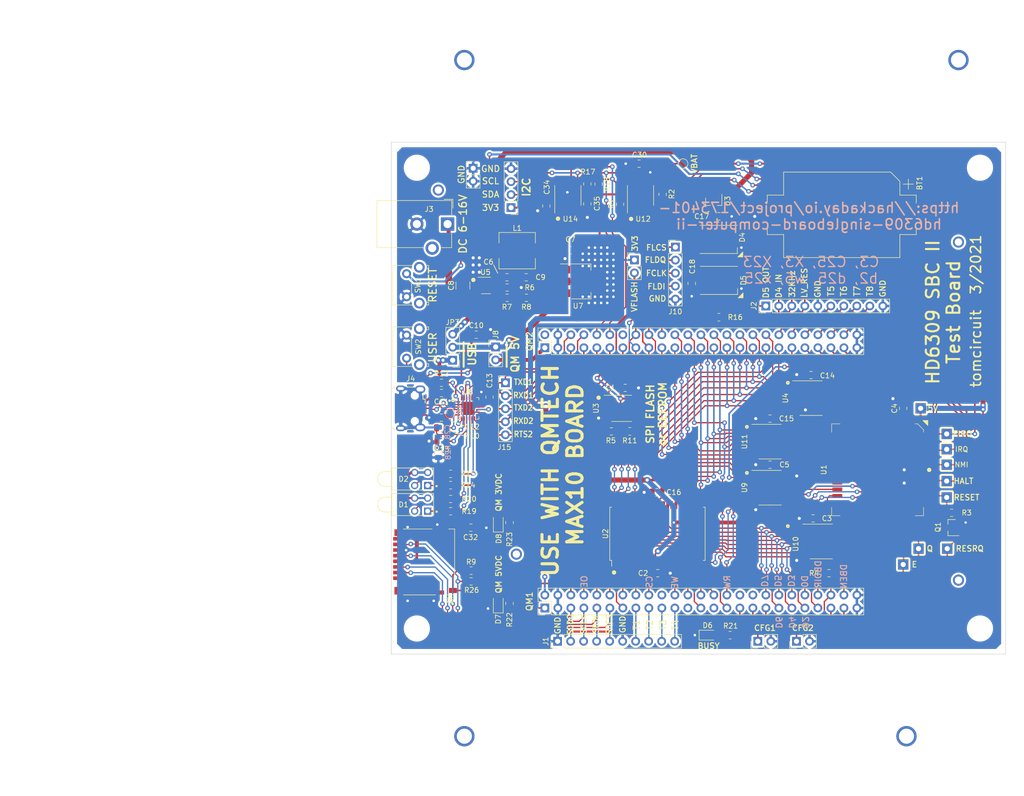
<source format=kicad_pcb>
(kicad_pcb (version 20171130) (host pcbnew "(5.1.9)-1")
  (title_block (title "HD6309 Singleboard Computer II - QMTECH TEST") (date 2021-03-25) (rev 1) (company https://hackaday.io/project/173401-hd6309-singleboard-computer-ii))
  (layers (0 F.Cu signal) (31 B.Cu signal) (34 B.Paste user hide) (35 F.Paste user hide) (36 B.SilkS user hide) (37 F.SilkS user) (38 B.Mask user hide) (39 F.Mask user hide) (44 Edge.Cuts user))
  (net 0 "")
  (net 1 GND)
  (net 2 "Net-(BT1-Pad1)")
  (net 3 VCC)
  (net 4 +3V3)
  (net 5 "Net-(C6-Pad1)")
  (net 6 "Net-(C6-Pad2)")
  (net 7 "Net-(C8-Pad1)")
  (net 8 /VREG)
  (net 9 /VCP)
  (net 10 "Net-(C13-Pad1)")
  (net 11 "Net-(D1-Pad3)")
  (net 12 "Net-(D1-Pad1)")
  (net 13 /A14)
  (net 14 /A15)
  (net 15 /A12)
  (net 16 /A7)
  (net 17 /A13)
  (net 18 /A6)
  (net 19 /A8)
  (net 20 /A5)
  (net 21 /A9)
  (net 22 /A4)
  (net 23 /A11)
  (net 24 /A3)
  (net 25 /A2)
  (net 26 /A10)
  (net 27 /A1)
  (net 28 /SCL)
  (net 29 /A0)
  (net 30 /D7)
  (net 31 /D0)
  (net 32 /D6)
  (net 33 /D1)
  (net 34 /D5)
  (net 35 /D2)
  (net 36 /D4)
  (net 37 /SDA)
  (net 38 /D3)
  (net 39 /ECLK)
  (net 40 /IRQ)
  (net 41 /VUSB)
  (net 42 "Net-(J4-Pad2)")
  (net 43 "Net-(J4-Pad3)")
  (net 44 /MISO)
  (net 45 /SCLK)
  (net 46 /MOSI)
  (net 47 /SDCS)
  (net 48 /LED2)
  (net 49 /RESRQ)
  (net 50 /FIRQ)
  (net 51 "Net-(R6-Pad1)")
  (net 52 "Net-(R7-Pad2)")
  (net 53 "Net-(R10-Pad2)")
  (net 54 "Net-(R12-Pad2)")
  (net 55 /LED1)
  (net 56 /RESET_LV)
  (net 57 /PBTN)
  (net 58 /NMI)
  (net 59 /BS)
  (net 60 /HALT)
  (net 61 /AVMA)
  (net 62 /BA)
  (net 63 /RW)
  (net 64 /QCLK)
  (net 65 /RTS2)
  (net 66 /RXD2)
  (net 67 /TXD2)
  (net 68 /RXD1)
  (net 69 /TXD1)
  (net 70 /DBDIR)
  (net 71 /DBEN)
  (net 72 /MA16)
  (net 73 /MA14)
  (net 74 /MA13)
  (net 75 /MA15)
  (net 76 "Net-(C28-Pad1)")
  (net 77 "Net-(C28-Pad2)")
  (net 78 /WSD)
  (net 79 /WSQ)
  (net 80 /MA17)
  (net 81 /MA19)
  (net 82 /RAM_WE)
  (net 83 /RAM_CS)
  (net 84 /MA18)
  (net 85 /MA12)
  (net 86 /RAM_OE)
  (net 87 /RESET_HV)
  (net 88 /RW_HV)
  (net 89 /D0_HV)
  (net 90 /D1_HV)
  (net 91 /D2_HV)
  (net 92 /D3_HV)
  (net 93 /D4_HV)
  (net 94 /D5_HV)
  (net 95 /D6_HV)
  (net 96 /D7_HV)
  (net 97 /A15_HV)
  (net 98 /A14_HV)
  (net 99 /A13_HV)
  (net 100 /A12_HV)
  (net 101 /A11_HV)
  (net 102 /A10_HV)
  (net 103 /A9_HV)
  (net 104 /A8_HV)
  (net 105 /A7_HV)
  (net 106 /A6_HV)
  (net 107 /A5_HV)
  (net 108 /A4_HV)
  (net 109 /A3_HV)
  (net 110 /A2_HV)
  (net 111 /A1_HV)
  (net 112 /A0_HV)
  (net 113 /BA_HV)
  (net 114 /AVMA_HV)
  (net 115 /BS_HV)
  (net 116 "Net-(D4-Pad2)")
  (net 117 "Net-(J3-Pad3)")
  (net 118 "Net-(J4-Pad4)")
  (net 119 "Net-(J6-Pad8)")
  (net 120 "Net-(J6-Pad1)")
  (net 121 /T4)
  (net 122 /T3)
  (net 123 /T2)
  (net 124 /T1)
  (net 125 "Net-(U1-Pad37)")
  (net 126 "Net-(U2-Pad40)")
  (net 127 "Net-(U2-Pad38)")
  (net 128 "Net-(U2-Pad37)")
  (net 129 "Net-(U2-Pad30)")
  (net 130 "Net-(U2-Pad29)")
  (net 131 "Net-(U2-Pad16)")
  (net 132 "Net-(U2-Pad15)")
  (net 133 "Net-(U2-Pad8)")
  (net 134 "Net-(U2-Pad7)")
  (net 135 "Net-(U8-Pad1)")
  (net 136 "Net-(U8-Pad10)")
  (net 137 "Net-(U8-Pad14)")
  (net 138 "Net-(U8-Pad18)")
  (net 139 "Net-(U8-Pad19)")
  (net 140 "Net-(U8-Pad22)")
  (net 141 "Net-(U9-Pad7)")
  (net 142 "Net-(U9-Pad3)")
  (net 143 "Net-(U9-Pad2)")
  (net 144 /MA11)
  (net 145 /T8)
  (net 146 /T7)
  (net 147 /T6)
  (net 148 /T5)
  (net 149 /MAX_VCC)
  (net 150 /ABEN)
  (net 151 /CARD)
  (net 152 /CLK32)
  (net 153 "Net-(D2-Pad3)")
  (net 154 "Net-(D2-Pad1)")
  (net 155 /LED4)
  (net 156 /LED3)
  (net 157 "Net-(C17-Pad1)")
  (net 158 /LIC)
  (net 159 /LIC_HV)
  (net 160 /FL3V3)
  (net 161 /MMISO)
  (net 162 /MCLK)
  (net 163 /MMOSI)
  (net 164 /MCS)
  (net 165 /MWP)
  (net 166 /MHLD)
  (net 167 /CFG1)
  (net 168 /CFG2)
  (net 169 "Net-(D6-Pad2)")
  (net 170 /WSR)
  (net 171 "Net-(D7-Pad2)")
  (net 172 "Net-(D8-Pad2)")
  (net 173 "Net-(QM1-Pad34)")
  (net 174 "Net-(QM1-Pad32)")
  (net 175 "Net-(QM1-Pad27)")
  (net 176 "Net-(QM1-Pad23)")
  (net 177 "Net-(QM1-Pad20)")
  (net 178 /QM3V)
  (net 179 /QM5V)
  (net 180 "Net-(QM2-Pad14)")
  (net 181 "Net-(QM2-Pad2)")
  (net 182 /BUSY)
  (module RapidStencil:PIN_SMALL_SINGLE_NOSILK (layer F.Cu) (at 74.44 130.48)
    (fp_text reference RS4)
    (fp_text value PIN_SMALL_SINGLE_DEVICE)
    (pad S thru_hole circle (at 0 0) (size 2.175 2.175) (drill 1.45) (layers *.Cu *.Mask))
  )
  (module RapidStencil:PIN_SMALL_SINGLE_NOSILK (layer F.Cu) (at 59.2 59.36)
    (fp_text reference RS1)
    (fp_text value PIN_SMALL_SINGLE_DEVICE)
    (pad S thru_hole circle (at 0 0) (size 2.175 2.175) (drill 1.45) (layers *.Cu *.Mask))
  )
  (module RapidStencil:PIN_SMALL_SINGLE_NOSILK (layer F.Cu) (at 160.8 69.52)
    (fp_text reference RS2)
    (fp_text value PIN_SMALL_SINGLE_DEVICE)
    (pad S thru_hole circle (at 0 0) (size 2.175 2.175) (drill 1.45) (layers *.Cu *.Mask))
  )
  (module RapidStencil:PIN_SMALL_SINGLE_NOSILK (layer F.Cu) (at 160.8 135.56)
    (fp_text reference RS3)
    (fp_text value PIN_SMALL_SINGLE_DEVICE)
    (pad S thru_hole circle (at 0 0) (size 2.175 2.175) (drill 1.45) (layers *.Cu *.Mask))
  )
  (module RapidStencil:BOARD_10X10_USERCMTS (layer F.Cu) (at 110 100)
    (fp_text reference RG1 hide)
    (fp_text value GUIDE_10X10)
  )
  (module RapidStencil:PIN_LARGE_SINGLE_NOSILK (layer F.Cu) (at 64.28 166.04)
    (fp_text reference RL4)
    (fp_text value PIN_LARGE_SINGLE_DEVICE)
    (pad L thru_hole circle (at 0 0) (size 3.96601 3.96601) (drill 2.95001) (layers *.Cu *.Mask))
  )
  (module RapidStencil:PIN_LARGE_SINGLE_NOSILK (layer F.Cu) (at 150.64 166.04)
    (fp_text reference RL3)
    (fp_text value PIN_LARGE_SINGLE_DEVICE)
    (pad L thru_hole circle (at 0 0) (size 3.96601 3.96601) (drill 2.95001) (layers *.Cu *.Mask))
  )
  (module RapidStencil:PIN_LARGE_SINGLE_NOSILK (layer F.Cu) (at 160.8 33.96)
    (fp_text reference RL2)
    (fp_text value PIN_LARGE_SINGLE_DEVICE)
    (pad L thru_hole circle (at 0 0) (size 3.96601 3.96601) (drill 2.95001) (layers *.Cu *.Mask))
  )
  (module RapidStencil:PIN_LARGE_SINGLE_NOSILK (layer F.Cu) (at 64.28 33.96)
    (fp_text reference RL1)
    (fp_text value PIN_LARGE_SINGLE_DEVICE)
    (pad L thru_hole circle (at 0 0) (size 3.96601 3.96601) (drill 2.95001) (layers *.Cu *.Mask))
  )
  (module Battery:BatteryHolder_Keystone_1060_1x2032 (layer F.Cu) (at 138 64.2 180)
    (fp_text reference BT1 (at -15.2 6.2 90) (layer F.SilkS))
    (fp_text value CR2032 hide)
    (pad 1 smd rect (at -14.65 0) (size 2.6 3.6) (layers F.Cu F.Paste F.Mask) (net 2 "Net-(BT1-Pad1)"))
    (pad 2 smd rect (at 14.65 0) (size 2.6 3.6) (layers F.Cu F.Paste F.Mask) (net 1 GND))
  )
  (module Connector_PinHeader_2.54mm:PinHeader_1x05_P2.54mm_Vertical (layer F.Cu) (at 72.3 97)
    (fp_text reference J15 (at -0.2 12.6) (layer F.SilkS))
    (fp_text value Conn_01x05)
    (pad 5 thru_hole oval (at 0 10.16) (size 1.7 1.7) (drill 1) (layers *.Cu *.Mask) (net 65 /RTS2))
    (pad 4 thru_hole oval (at 0 7.62) (size 1.7 1.7) (drill 1) (layers *.Cu *.Mask) (net 66 /RXD2))
    (pad 3 thru_hole oval (at 0 5.08) (size 1.7 1.7) (drill 1) (layers *.Cu *.Mask) (net 67 /TXD2))
    (pad 2 thru_hole oval (at 0 2.54) (size 1.7 1.7) (drill 1) (layers *.Cu *.Mask) (net 68 /RXD1))
    (pad 1 thru_hole rect (at 0 0) (size 1.7 1.7) (drill 1) (layers *.Cu *.Mask) (net 69 /TXD1))
  )
  (module Resistor_SMD:R_0805_2012Metric (layer F.Cu) (at 73.1 124.3125 270)
    (fp_text reference R23 (at 3.3 0 90) (layer F.SilkS))
    (fp_text value 330)
    (pad 2 smd roundrect (at 0.9125 0 270) (size 1.025 1.4) (layers F.Cu F.Paste F.Mask) (roundrect_rratio 0.2439004878048781) (net 178 /QM3V))
    (pad 1 smd roundrect (at -0.9125 0 270) (size 1.025 1.4) (layers F.Cu F.Paste F.Mask) (roundrect_rratio 0.2439004878048781) (net 172 "Net-(D8-Pad2)"))
  )
  (module LED_SMD:LED_0805_2012Metric_Pad1.15x1.40mm_HandSolder (layer F.Cu) (at 70.9 124.3 90)
    (fp_text reference D8 (at -3.175 0.1 90) (layer F.SilkS))
    (fp_text value LED)
    (pad 2 smd roundrect (at 1.025 0 90) (size 1.15 1.4) (layers F.Cu F.Paste F.Mask) (roundrect_rratio 0.2173904347826087) (net 172 "Net-(D8-Pad2)"))
    (pad 1 smd roundrect (at -1.025 0 90) (size 1.15 1.4) (layers F.Cu F.Paste F.Mask) (roundrect_rratio 0.2173904347826087) (net 1 GND))
  )
  (module Resistor_SMD:R_0805_2012Metric (layer F.Cu) (at 73.1 140.1 270)
    (fp_text reference R22 (at 3.2 0 90) (layer F.SilkS))
    (fp_text value 1K)
    (pad 2 smd roundrect (at 0.9125 0 270) (size 1.025 1.4) (layers F.Cu F.Paste F.Mask) (roundrect_rratio 0.2439004878048781) (net 179 /QM5V))
    (pad 1 smd roundrect (at -0.9125 0 270) (size 1.025 1.4) (layers F.Cu F.Paste F.Mask) (roundrect_rratio 0.2439004878048781) (net 171 "Net-(D7-Pad2)"))
  )
  (module LED_SMD:LED_0805_2012Metric_Pad1.15x1.40mm_HandSolder (layer F.Cu) (at 70.9 140.1 90)
    (fp_text reference D7 (at -3.075 0 90) (layer F.SilkS))
    (fp_text value LED)
    (pad 2 smd roundrect (at 1.025 0 90) (size 1.15 1.4) (layers F.Cu F.Paste F.Mask) (roundrect_rratio 0.2173904347826087) (net 171 "Net-(D7-Pad2)"))
    (pad 1 smd roundrect (at -1.025 0 90) (size 1.15 1.4) (layers F.Cu F.Paste F.Mask) (roundrect_rratio 0.2173904347826087) (net 1 GND))
  )
  (module Connector_PinHeader_2.54mm:PinHeader_1x02_P2.54mm_Vertical (layer F.Cu) (at 97.5 73)
    (fp_text reference J11 hide)
    (fp_text value VFLASH)
    (fp_text user %V (at 0 7.2 90) (layer F.SilkS) (effects (font (size 1.1 1.1) (thickness 0.2))))
    (pad 2 thru_hole oval (at 0 2.54) (size 1.7 1.7) (drill 1) (layers *.Cu *.Mask) (net 160 /FL3V3))
    (pad 1 thru_hole rect (at 0 0) (size 1.7 1.7) (drill 1) (layers *.Cu *.Mask) (net 4 +3V3))
  )
  (module Connector_PinHeader_2.54mm:PinHeader_1x10_P2.54mm_Vertical (layer F.Cu) (at 123.16 82 90)
    (fp_text reference J2 (at 0 -2.33 90) (layer F.SilkS))
    (fp_text value Conn_01x10)
    (pad 10 thru_hole oval (at 0 22.86 90) (size 1.7 1.7) (drill 1) (layers *.Cu *.Mask) (net 1 GND))
    (pad 9 thru_hole oval (at 0 20.32 90) (size 1.7 1.7) (drill 1) (layers *.Cu *.Mask) (net 145 /T8))
    (pad 8 thru_hole oval (at 0 17.78 90) (size 1.7 1.7) (drill 1) (layers *.Cu *.Mask) (net 146 /T7))
    (pad 7 thru_hole oval (at 0 15.24 90) (size 1.7 1.7) (drill 1) (layers *.Cu *.Mask) (net 147 /T6))
    (pad 6 thru_hole oval (at 0 12.7 90) (size 1.7 1.7) (drill 1) (layers *.Cu *.Mask) (net 148 /T5))
    (pad 5 thru_hole oval (at 0 10.16 90) (size 1.7 1.7) (drill 1) (layers *.Cu *.Mask) (net 1 GND))
    (pad 4 thru_hole oval (at 0 7.62 90) (size 1.7 1.7) (drill 1) (layers *.Cu *.Mask) (net 56 /RESET_LV))
    (pad 3 thru_hole oval (at 0 5.08 90) (size 1.7 1.7) (drill 1) (layers *.Cu *.Mask) (net 152 /CLK32))
    (pad 2 thru_hole oval (at 0 2.54 90) (size 1.7 1.7) (drill 1) (layers *.Cu *.Mask) (net 170 /WSR))
    (pad 1 thru_hole rect (at 0 0 90) (size 1.7 1.7) (drill 1) (layers *.Cu *.Mask) (net 79 /WSQ))
  )
  (module Connector_PinHeader_2.54mm:PinHeader_1x10_P2.54mm_Vertical (layer F.Cu) (at 82.5 147.5 90)
    (fp_text reference J1 (at 0 -2.33 90) (layer F.SilkS))
    (fp_text value Conn_01x10)
    (pad 10 thru_hole oval (at 0 22.86 90) (size 1.7 1.7) (drill 1) (layers *.Cu *.Mask) (net 121 /T4))
    (pad 9 thru_hole oval (at 0 20.32 90) (size 1.7 1.7) (drill 1) (layers *.Cu *.Mask) (net 122 /T3))
    (pad 8 thru_hole oval (at 0 17.78 90) (size 1.7 1.7) (drill 1) (layers *.Cu *.Mask) (net 123 /T2))
    (pad 7 thru_hole oval (at 0 15.24 90) (size 1.7 1.7) (drill 1) (layers *.Cu *.Mask) (net 124 /T1))
    (pad 6 thru_hole oval (at 0 12.7 90) (size 1.7 1.7) (drill 1) (layers *.Cu *.Mask) (net 1 GND))
    (pad 5 thru_hole oval (at 0 10.16 90) (size 1.7 1.7) (drill 1) (layers *.Cu *.Mask) (net 47 /SDCS))
    (pad 4 thru_hole oval (at 0 7.62 90) (size 1.7 1.7) (drill 1) (layers *.Cu *.Mask) (net 46 /MOSI))
    (pad 3 thru_hole oval (at 0 5.08 90) (size 1.7 1.7) (drill 1) (layers *.Cu *.Mask) (net 45 /SCLK))
    (pad 2 thru_hole oval (at 0 2.54 90) (size 1.7 1.7) (drill 1) (layers *.Cu *.Mask) (net 44 /MISO))
    (pad 1 thru_hole rect (at 0 0 90) (size 1.7 1.7) (drill 1) (layers *.Cu *.Mask) (net 1 GND))
  )
  (module Resistor_SMD:R_0805_2012Metric (layer F.Cu) (at 116.2 146.3)
    (fp_text reference R21 (at 0.1 -1.8) (layer F.SilkS))
    (fp_text value 1K)
    (pad 2 smd roundrect (at 0.9125 0) (size 1.025 1.4) (layers F.Cu F.Paste F.Mask) (roundrect_rratio 0.2439004878048781) (net 182 /BUSY))
    (pad 1 smd roundrect (at -0.9125 0) (size 1.025 1.4) (layers F.Cu F.Paste F.Mask) (roundrect_rratio 0.2439004878048781) (net 169 "Net-(D6-Pad2)"))
  )
  (module LED_SMD:LED_0805_2012Metric_Pad1.15x1.40mm_HandSolder (layer F.Cu) (at 112 146.3)
    (fp_text reference D6 (at -0.2 -1.9) (layer F.SilkS))
    (fp_text value LED)
    (pad 2 smd roundrect (at 1.025 0) (size 1.15 1.4) (layers F.Cu F.Paste F.Mask) (roundrect_rratio 0.2173904347826087) (net 169 "Net-(D6-Pad2)"))
    (pad 1 smd roundrect (at -1.025 0) (size 1.15 1.4) (layers F.Cu F.Paste F.Mask) (roundrect_rratio 0.2173904347826087) (net 1 GND))
  )
  (module Capacitor_SMD:C_0805_2012Metric (layer F.Cu) (at 108.7 77.6 270)
    (fp_text reference C18 (at -3.3 -0.1 90) (layer F.SilkS))
    (fp_text value 0.1uF)
    (pad 2 smd roundrect (at 0.95 0 270) (size 1 1.45) (layers F.Cu F.Paste F.Mask) (net 1 GND))
    (pad 1 smd roundrect (at -0.95 0 270) (size 1 1.45) (layers F.Cu F.Paste F.Mask) (net 3 VCC))
  )
  (module Connector_PinHeader_2.54mm:PinHeader_1x02_P2.54mm_Vertical (layer F.Cu) (at 129.16 147.5 90)
    (fp_text reference J13 hide)
    (fp_text value CFG2 hide)
    (fp_text user %V (at 2.6 1.24 180) (layer F.SilkS) (effects (font (size 1.1 1.1) (thickness 0.2))))
    (pad 2 thru_hole oval (at 0 2.54 90) (size 1.7 1.7) (drill 1) (layers *.Cu *.Mask) (net 1 GND))
    (pad 1 thru_hole rect (at 0 0 90) (size 1.7 1.7) (drill 1) (layers *.Cu *.Mask) (net 168 /CFG2))
  )
  (module Connector_PinHeader_2.54mm:PinHeader_1x02_P2.54mm_Vertical (layer F.Cu) (at 121.6 147.5 90)
    (fp_text reference J12 hide)
    (fp_text value CFG1 hide)
    (fp_text user %V (at 2.6 1.4) (layer F.SilkS) (effects (font (size 1.1 1.1) (thickness 0.2))))
    (pad 2 thru_hole oval (at 0 2.54 90) (size 1.7 1.7) (drill 1) (layers *.Cu *.Mask) (net 1 GND))
    (pad 1 thru_hole rect (at 0 0 90) (size 1.7 1.7) (drill 1) (layers *.Cu *.Mask) (net 167 /CFG1))
  )
  (module TestPoint:TestPoint_THTPad_2.0x2.0mm_Drill1.0mm (layer F.Cu) (at 158.6 129.4 270)
    (fp_text reference TP8 hide)
    (fp_text value RESRQ hide)
    (fp_text user %V (at 0 -4.4 180) (layer F.SilkS) (effects (font (size 1.1 1.1) (thickness 0.2))))
    (pad 1 thru_hole rect (at 0 0 270) (size 2 2) (drill 1) (layers *.Cu *.Mask) (net 49 /RESRQ))
  )
  (module Connector_PinHeader_2.54mm:PinHeader_1x05_P2.54mm_Vertical (layer F.Cu) (at 105.5 70.5)
    (fp_text reference J10 (at 0 12.6 180) (layer F.SilkS))
    (fp_text value Conn_01x05)
    (pad 5 thru_hole oval (at 0 10.16) (size 1.7 1.7) (drill 1) (layers *.Cu *.Mask) (net 1 GND))
    (pad 4 thru_hole oval (at 0 7.62) (size 1.7 1.7) (drill 1) (layers *.Cu *.Mask) (net 163 /MMOSI))
    (pad 3 thru_hole oval (at 0 5.08) (size 1.7 1.7) (drill 1) (layers *.Cu *.Mask) (net 162 /MCLK))
    (pad 2 thru_hole oval (at 0 2.54) (size 1.7 1.7) (drill 1) (layers *.Cu *.Mask) (net 161 /MMISO))
    (pad 1 thru_hole rect (at 0 0) (size 1.7 1.7) (drill 1) (layers *.Cu *.Mask) (net 164 /MCS))
  )
  (module Package_SO:SOIC-8_3.9x4.9mm_P1.27mm (layer F.Cu) (at 95 102)
    (fp_text reference U3 (at -5 0 270) (layer F.SilkS))
    (fp_text value M95512)
    (pad 8 smd roundrect (at 2.475 -1.905) (size 1.95 0.6) (layers F.Cu F.Paste F.Mask) (net 160 /FL3V3))
    (pad 7 smd roundrect (at 2.475 -0.635) (size 1.95 0.6) (layers F.Cu F.Paste F.Mask) (net 166 /MHLD))
    (pad 6 smd roundrect (at 2.475 0.635) (size 1.95 0.6) (layers F.Cu F.Paste F.Mask) (net 162 /MCLK))
    (pad 5 smd roundrect (at 2.475 1.905) (size 1.95 0.6) (layers F.Cu F.Paste F.Mask) (net 163 /MMOSI))
    (pad 4 smd roundrect (at -2.475 1.905) (size 1.95 0.6) (layers F.Cu F.Paste F.Mask) (net 1 GND))
    (pad 3 smd roundrect (at -2.475 0.635) (size 1.95 0.6) (layers F.Cu F.Paste F.Mask) (net 165 /MWP))
    (pad 2 smd roundrect (at -2.475 -0.635) (size 1.95 0.6) (layers F.Cu F.Paste F.Mask) (net 161 /MMISO))
    (pad 1 smd roundrect (at -2.475 -1.905) (size 1.95 0.6) (layers F.Cu F.Paste F.Mask) (net 164 /MCS))
  )
  (module Resistor_SMD:R_0805_2012Metric (layer F.Cu) (at 114 84.2 180)
    (fp_text reference R16 (at -3.2 0) (layer F.SilkS))
    (fp_text value 330)
    (pad 2 smd roundrect (at 0.9125 0 180) (size 1.025 1.4) (layers F.Cu F.Paste F.Mask) (roundrect_rratio 0.2439004878048781) (net 78 /WSD))
    (pad 1 smd roundrect (at -0.9125 0 180) (size 1.025 1.4) (layers F.Cu F.Paste F.Mask) (roundrect_rratio 0.2439004878048781) (net 170 /WSR))
  )
  (module Package_SO:TSSOP-20_4.4x6.5mm_P0.65mm (layer F.Cu) (at 134 128)
    (fp_text reference U10 (at -5 0.5 90) (layer F.SilkS))
    (fp_text value 74LVC245A)
    (pad 20 smd roundrect (at 2.8625 -2.925) (size 1.475 0.4) (layers F.Cu F.Paste F.Mask) (net 4 +3V3))
    (pad 19 smd roundrect (at 2.8625 -2.275) (size 1.475 0.4) (layers F.Cu F.Paste F.Mask) (net 71 /DBEN))
    (pad 18 smd roundrect (at 2.8625 -1.625) (size 1.475 0.4) (layers F.Cu F.Paste F.Mask) (net 96 /D7_HV))
    (pad 17 smd roundrect (at 2.8625 -0.975) (size 1.475 0.4) (layers F.Cu F.Paste F.Mask) (net 95 /D6_HV))
    (pad 16 smd roundrect (at 2.8625 -0.325) (size 1.475 0.4) (layers F.Cu F.Paste F.Mask) (net 94 /D5_HV))
    (pad 15 smd roundrect (at 2.8625 0.325) (size 1.475 0.4) (layers F.Cu F.Paste F.Mask) (net 93 /D4_HV))
    (pad 14 smd roundrect (at 2.8625 0.975) (size 1.475 0.4) (layers F.Cu F.Paste F.Mask) (net 92 /D3_HV))
    (pad 13 smd roundrect (at 2.8625 1.625) (size 1.475 0.4) (layers F.Cu F.Paste F.Mask) (net 91 /D2_HV))
    (pad 12 smd roundrect (at 2.8625 2.275) (size 1.475 0.4) (layers F.Cu F.Paste F.Mask) (net 90 /D1_HV))
    (pad 11 smd roundrect (at 2.8625 2.925) (size 1.475 0.4) (layers F.Cu F.Paste F.Mask) (net 89 /D0_HV))
    (pad 10 smd roundrect (at -2.8625 2.925) (size 1.475 0.4) (layers F.Cu F.Paste F.Mask) (net 1 GND))
    (pad 9 smd roundrect (at -2.8625 2.275) (size 1.475 0.4) (layers F.Cu F.Paste F.Mask) (net 31 /D0))
    (pad 8 smd roundrect (at -2.8625 1.625) (size 1.475 0.4) (layers F.Cu F.Paste F.Mask) (net 33 /D1))
    (pad 7 smd roundrect (at -2.8625 0.975) (size 1.475 0.4) (layers F.Cu F.Paste F.Mask) (net 35 /D2))
    (pad 6 smd roundrect (at -2.8625 0.325) (size 1.475 0.4) (layers F.Cu F.Paste F.Mask) (net 38 /D3))
    (pad 5 smd roundrect (at -2.8625 -0.325) (size 1.475 0.4) (layers F.Cu F.Paste F.Mask) (net 36 /D4))
    (pad 4 smd roundrect (at -2.8625 -0.975) (size 1.475 0.4) (layers F.Cu F.Paste F.Mask) (net 34 /D5))
    (pad 3 smd roundrect (at -2.8625 -1.625) (size 1.475 0.4) (layers F.Cu F.Paste F.Mask) (net 32 /D6))
    (pad 2 smd roundrect (at -2.8625 -2.275) (size 1.475 0.4) (layers F.Cu F.Paste F.Mask) (net 30 /D7))
    (pad 1 smd roundrect (at -2.8625 -2.925) (size 1.475 0.4) (layers F.Cu F.Paste F.Mask) (net 70 /DBDIR))
  )
  (module LED_SMD:LED_WS2812B_PLCC4_5.0x5.0mm_P3.2mm (layer F.Cu) (at 114 77)
    (fp_text reference D5 (at 4.8 0 90) (layer F.SilkS))
    (fp_text value WS2812B)
    (pad 1 smd rect (at -2.45 -1.6) (size 1.5 1) (layers F.Cu F.Paste F.Mask) (net 3 VCC))
    (pad 2 smd rect (at -2.45 1.6) (size 1.5 1) (layers F.Cu F.Paste F.Mask) (net 79 /WSQ))
    (pad 4 smd rect (at 2.45 -1.6) (size 1.5 1) (layers F.Cu F.Paste F.Mask) (net 116 "Net-(D4-Pad2)"))
    (pad 3 smd rect (at 2.45 1.6) (size 1.5 1) (layers F.Cu F.Paste F.Mask) (net 1 GND))
  )
  (module Connector_PinHeader_2.54mm:PinHeader_2x25_P2.54mm_Vertical (layer F.Cu) (at 80 90.16 90)
    (fp_text reference QM2 (at 1.26 -3 270) (layer F.SilkS) (effects (font (size 1.2 1.2) (thickness 0.2))))
    (fp_text value MAX10_CORE_JP2)
    (pad 50 thru_hole oval (at 2.54 60.96 90) (size 1.7 1.7) (drill 1) (layers *.Cu *.Mask) (net 1 GND))
    (pad 49 thru_hole oval (at 0 60.96 90) (size 1.7 1.7) (drill 1) (layers *.Cu *.Mask) (net 1 GND))
    (pad 48 thru_hole oval (at 2.54 58.42 90) (size 1.7 1.7) (drill 1) (layers *.Cu *.Mask) (net 145 /T8))
    (pad 47 thru_hole oval (at 0 58.42 90) (size 1.7 1.7) (drill 1) (layers *.Cu *.Mask) (net 60 /HALT))
    (pad 46 thru_hole oval (at 2.54 55.88 90) (size 1.7 1.7) (drill 1) (layers *.Cu *.Mask) (net 146 /T7))
    (pad 45 thru_hole oval (at 0 55.88 90) (size 1.7 1.7) (drill 1) (layers *.Cu *.Mask) (net 58 /NMI))
    (pad 44 thru_hole oval (at 2.54 53.34 90) (size 1.7 1.7) (drill 1) (layers *.Cu *.Mask) (net 147 /T6))
    (pad 43 thru_hole oval (at 0 53.34 90) (size 1.7 1.7) (drill 1) (layers *.Cu *.Mask) (net 40 /IRQ))
    (pad 42 thru_hole oval (at 2.54 50.8 90) (size 1.7 1.7) (drill 1) (layers *.Cu *.Mask) (net 148 /T5))
    (pad 41 thru_hole oval (at 0 50.8 90) (size 1.7 1.7) (drill 1) (layers *.Cu *.Mask) (net 150 /ABEN))
    (pad 40 thru_hole oval (at 2.54 48.26 90) (size 1.7 1.7) (drill 1) (layers *.Cu *.Mask) (net 56 /RESET_LV))
    (pad 39 thru_hole oval (at 0 48.26 90) (size 1.7 1.7) (drill 1) (layers *.Cu *.Mask) (net 158 /LIC))
    (pad 38 thru_hole oval (at 2.54 45.72 90) (size 1.7 1.7) (drill 1) (layers *.Cu *.Mask) (net 152 /CLK32))
    (pad 37 thru_hole oval (at 0 45.72 90) (size 1.7 1.7) (drill 1) (layers *.Cu *.Mask) (net 59 /BS))
    (pad 36 thru_hole oval (at 2.54 43.18 90) (size 1.7 1.7) (drill 1) (layers *.Cu *.Mask) (net 62 /BA))
    (pad 35 thru_hole oval (at 0 43.18 90) (size 1.7 1.7) (drill 1) (layers *.Cu *.Mask) (net 13 /A14))
    (pad 34 thru_hole oval (at 2.54 40.64 90) (size 1.7 1.7) (drill 1) (layers *.Cu *.Mask) (net 29 /A0))
    (pad 33 thru_hole oval (at 0 40.64 90) (size 1.7 1.7) (drill 1) (layers *.Cu *.Mask) (net 27 /A1))
    (pad 32 thru_hole oval (at 2.54 38.1 90) (size 1.7 1.7) (drill 1) (layers *.Cu *.Mask) (net 25 /A2))
    (pad 31 thru_hole oval (at 0 38.1 90) (size 1.7 1.7) (drill 1) (layers *.Cu *.Mask) (net 24 /A3))
    (pad 30 thru_hole oval (at 2.54 35.56 90) (size 1.7 1.7) (drill 1) (layers *.Cu *.Mask) (net 22 /A4))
    (pad 29 thru_hole oval (at 0 35.56 90) (size 1.7 1.7) (drill 1) (layers *.Cu *.Mask) (net 20 /A5))
    (pad 28 thru_hole oval (at 2.54 33.02 90) (size 1.7 1.7) (drill 1) (layers *.Cu *.Mask) (net 18 /A6))
    (pad 27 thru_hole oval (at 0 33.02 90) (size 1.7 1.7) (drill 1) (layers *.Cu *.Mask) (net 16 /A7))
    (pad 26 thru_hole oval (at 2.54 30.48 90) (size 1.7 1.7) (drill 1) (layers *.Cu *.Mask) (net 19 /A8))
    (pad 25 thru_hole oval (at 0 30.48 90) (size 1.7 1.7) (drill 1) (layers *.Cu *.Mask) (net 21 /A9))
    (pad 24 thru_hole oval (at 2.54 27.94 90) (size 1.7 1.7) (drill 1) (layers *.Cu *.Mask) (net 26 /A10))
    (pad 23 thru_hole oval (at 0 27.94 90) (size 1.7 1.7) (drill 1) (layers *.Cu *.Mask) (net 23 /A11))
    (pad 22 thru_hole oval (at 2.54 25.4 90) (size 1.7 1.7) (drill 1) (layers *.Cu *.Mask) (net 15 /A12))
    (pad 21 thru_hole oval (at 0 25.4 90) (size 1.7 1.7) (drill 1) (layers *.Cu *.Mask) (net 17 /A13))
    (pad 20 thru_hole oval (at 2.54 22.86 90) (size 1.7 1.7) (drill 1) (layers *.Cu *.Mask) (net 78 /WSD))
    (pad 19 thru_hole oval (at 0 22.86 90) (size 1.7 1.7) (drill 1) (layers *.Cu *.Mask) (net 14 /A15))
    (pad 18 thru_hole oval (at 2.54 20.32 90) (size 1.7 1.7) (drill 1) (layers *.Cu *.Mask) (net 163 /MMOSI))
    (pad 17 thru_hole oval (at 0 20.32 90) (size 1.7 1.7) (drill 1) (layers *.Cu *.Mask) (net 162 /MCLK))
    (pad 16 thru_hole oval (at 2.54 17.78 90) (size 1.7 1.7) (drill 1) (layers *.Cu *.Mask) (net 161 /MMISO))
    (pad 15 thru_hole oval (at 0 17.78 90) (size 1.7 1.7) (drill 1) (layers *.Cu *.Mask) (net 164 /MCS))
    (pad 14 thru_hole oval (at 2.54 15.24 90) (size 1.7 1.7) (drill 1) (layers *.Cu *.Mask) (net 180 "Net-(QM2-Pad14)"))
    (pad 13 thru_hole oval (at 0 15.24 90) (size 1.7 1.7) (drill 1) (layers *.Cu *.Mask) (net 155 /LED4))
    (pad 12 thru_hole oval (at 2.54 12.7 90) (size 1.7 1.7) (drill 1) (layers *.Cu *.Mask) (net 28 /SCL))
    (pad 11 thru_hole oval (at 0 12.7 90) (size 1.7 1.7) (drill 1) (layers *.Cu *.Mask) (net 65 /RTS2))
    (pad 10 thru_hole oval (at 2.54 10.16 90) (size 1.7 1.7) (drill 1) (layers *.Cu *.Mask) (net 37 /SDA))
    (pad 9 thru_hole oval (at 0 10.16 90) (size 1.7 1.7) (drill 1) (layers *.Cu *.Mask) (net 66 /RXD2))
    (pad 8 thru_hole oval (at 2.54 7.62 90) (size 1.7 1.7) (drill 1) (layers *.Cu *.Mask) (net 68 /RXD1))
    (pad 7 thru_hole oval (at 0 7.62 90) (size 1.7 1.7) (drill 1) (layers *.Cu *.Mask) (net 67 /TXD2))
    (pad 6 thru_hole oval (at 2.54 5.08 90) (size 1.7 1.7) (drill 1) (layers *.Cu *.Mask) (net 57 /PBTN))
    (pad 5 thru_hole oval (at 0 5.08 90) (size 1.7 1.7) (drill 1) (layers *.Cu *.Mask) (net 69 /TXD1))
    (pad 4 thru_hole oval (at 2.54 2.54 90) (size 1.7 1.7) (drill 1) (layers *.Cu *.Mask) (net 1 GND))
    (pad 3 thru_hole oval (at 0 2.54 90) (size 1.7 1.7) (drill 1) (layers *.Cu *.Mask) (net 1 GND))
    (pad 2 thru_hole oval (at 2.54 0 90) (size 1.7 1.7) (drill 1) (layers *.Cu *.Mask) (net 181 "Net-(QM2-Pad2)"))
    (pad 1 thru_hole rect (at 0 0 90) (size 1.7 1.7) (drill 1) (layers *.Cu *.Mask) (net 149 /MAX_VCC))
  )
  (module Capacitor_SMD:C_0805_2012Metric (layer F.Cu) (at 114 64.5)
    (fp_text reference C17 (at -3.35 0) (layer F.SilkS))
    (fp_text value 0.1uF)
    (pad 2 smd roundrect (at 0.95 0) (size 1 1.45) (layers F.Cu F.Paste F.Mask) (net 1 GND))
    (pad 1 smd roundrect (at -0.95 0) (size 1 1.45) (layers F.Cu F.Paste F.Mask) (net 157 "Net-(C17-Pad1)"))
  )
  (module Resistor_SMD:R_0805_2012Metric (layer F.Cu) (at 61.6 114.8)
    (fp_text reference R15 (at 3.4 0) (layer F.SilkS))
    (fp_text value 330)
    (pad 2 smd roundrect (at 0.9125 0) (size 1.025 1.4) (layers F.Cu F.Paste F.Mask) (roundrect_rratio 0.2439004878048781) (net 156 /LED3))
    (pad 1 smd roundrect (at -0.9125 0) (size 1.025 1.4) (layers F.Cu F.Paste F.Mask) (roundrect_rratio 0.2439004878048781) (net 153 "Net-(D2-Pad3)"))
  )
  (module Resistor_SMD:R_0805_2012Metric (layer F.Cu) (at 61.6 117)
    (fp_text reference R14 (at 3.4 0) (layer F.SilkS))
    (fp_text value 330)
    (pad 2 smd roundrect (at 0.9125 0) (size 1.025 1.4) (layers F.Cu F.Paste F.Mask) (roundrect_rratio 0.2439004878048781) (net 155 /LED4))
    (pad 1 smd roundrect (at -0.9125 0) (size 1.025 1.4) (layers F.Cu F.Paste F.Mask) (roundrect_rratio 0.2439004878048781) (net 154 "Net-(D2-Pad1)"))
  )
  (module LED_WP934MD:2GD (layer F.Cu) (at 54.2 115.8 180)
    (fp_text reference D2 (at 1.8 0) (layer F.SilkS))
    (fp_text value WP934)
    (pad 2 thru_hole circle (at -2.915 1.27 180) (size 1.408 1.408) (drill 0.9) (layers *.Cu *.Mask) (net 4 +3V3))
    (pad 3 thru_hole circle (at -0.375 -1.27 180) (size 1.408 1.408) (drill 0.9) (layers *.Cu *.Mask) (net 153 "Net-(D2-Pad3)"))
    (pad 4 thru_hole circle (at -0.375 1.27 180) (size 1.408 1.408) (drill 0.9) (layers *.Cu *.Mask) (net 4 +3V3))
    (pad 1 thru_hole rect (at -2.915 -1.27 180) (size 1.408 1.408) (drill 0.9) (layers *.Cu *.Mask) (net 154 "Net-(D2-Pad1)"))
  )
  (module Connector_PinHeader_2.54mm:PinHeader_2x25_P2.54mm_Vertical (layer F.Cu) (at 80 141 90)
    (fp_text reference QM1 (at 1.3 -3 270) (layer F.SilkS) (effects (font (size 1.2 1.2) (thickness 0.2))))
    (fp_text value MAX10_CORE_JP1)
    (pad 50 thru_hole oval (at 2.54 60.96 90) (size 1.7 1.7) (drill 1) (layers *.Cu *.Mask) (net 1 GND))
    (pad 49 thru_hole oval (at 0 60.96 90) (size 1.7 1.7) (drill 1) (layers *.Cu *.Mask) (net 1 GND))
    (pad 48 thru_hole oval (at 2.54 58.42 90) (size 1.7 1.7) (drill 1) (layers *.Cu *.Mask) (net 71 /DBEN))
    (pad 47 thru_hole oval (at 0 58.42 90) (size 1.7 1.7) (drill 1) (layers *.Cu *.Mask) (net 39 /ECLK))
    (pad 46 thru_hole oval (at 2.54 55.88 90) (size 1.7 1.7) (drill 1) (layers *.Cu *.Mask) (net 49 /RESRQ))
    (pad 45 thru_hole oval (at 0 55.88 90) (size 1.7 1.7) (drill 1) (layers *.Cu *.Mask) (net 64 /QCLK))
    (pad 44 thru_hole oval (at 2.54 53.34 90) (size 1.7 1.7) (drill 1) (layers *.Cu *.Mask) (net 70 /DBDIR))
    (pad 43 thru_hole oval (at 0 53.34 90) (size 1.7 1.7) (drill 1) (layers *.Cu *.Mask) (net 33 /D1))
    (pad 42 thru_hole oval (at 2.54 50.8 90) (size 1.7 1.7) (drill 1) (layers *.Cu *.Mask) (net 31 /D0))
    (pad 41 thru_hole oval (at 0 50.8 90) (size 1.7 1.7) (drill 1) (layers *.Cu *.Mask) (net 35 /D2))
    (pad 40 thru_hole oval (at 2.54 48.26 90) (size 1.7 1.7) (drill 1) (layers *.Cu *.Mask) (net 38 /D3))
    (pad 39 thru_hole oval (at 0 48.26 90) (size 1.7 1.7) (drill 1) (layers *.Cu *.Mask) (net 36 /D4))
    (pad 38 thru_hole oval (at 2.54 45.72 90) (size 1.7 1.7) (drill 1) (layers *.Cu *.Mask) (net 34 /D5))
    (pad 37 thru_hole oval (at 0 45.72 90) (size 1.7 1.7) (drill 1) (layers *.Cu *.Mask) (net 32 /D6))
    (pad 36 thru_hole oval (at 2.54 43.18 90) (size 1.7 1.7) (drill 1) (layers *.Cu *.Mask) (net 30 /D7))
    (pad 35 thru_hole oval (at 0 43.18 90) (size 1.7 1.7) (drill 1) (layers *.Cu *.Mask) (net 168 /CFG2))
    (pad 34 thru_hole oval (at 2.54 40.64 90) (size 1.7 1.7) (drill 1) (layers *.Cu *.Mask) (net 173 "Net-(QM1-Pad34)"))
    (pad 33 thru_hole oval (at 0 40.64 90) (size 1.7 1.7) (drill 1) (layers *.Cu *.Mask) (net 167 /CFG1))
    (pad 32 thru_hole oval (at 2.54 38.1 90) (size 1.7 1.7) (drill 1) (layers *.Cu *.Mask) (net 174 "Net-(QM1-Pad32)"))
    (pad 31 thru_hole oval (at 0 38.1 90) (size 1.7 1.7) (drill 1) (layers *.Cu *.Mask) (net 182 /BUSY))
    (pad 30 thru_hole oval (at 2.54 35.56 90) (size 1.7 1.7) (drill 1) (layers *.Cu *.Mask) (net 63 /RW))
    (pad 29 thru_hole oval (at 0 35.56 90) (size 1.7 1.7) (drill 1) (layers *.Cu *.Mask) (net 61 /AVMA))
    (pad 28 thru_hole oval (at 2.54 33.02 90) (size 1.7 1.7) (drill 1) (layers *.Cu *.Mask) (net 144 /MA11))
    (pad 27 thru_hole oval (at 0 33.02 90) (size 1.7 1.7) (drill 1) (layers *.Cu *.Mask) (net 175 "Net-(QM1-Pad27)"))
    (pad 26 thru_hole oval (at 2.54 30.48 90) (size 1.7 1.7) (drill 1) (layers *.Cu *.Mask) (net 85 /MA12))
    (pad 25 thru_hole oval (at 0 30.48 90) (size 1.7 1.7) (drill 1) (layers *.Cu *.Mask) (net 74 /MA13))
    (pad 24 thru_hole oval (at 2.54 27.94 90) (size 1.7 1.7) (drill 1) (layers *.Cu *.Mask) (net 73 /MA14))
    (pad 23 thru_hole oval (at 0 27.94 90) (size 1.7 1.7) (drill 1) (layers *.Cu *.Mask) (net 176 "Net-(QM1-Pad23)"))
    (pad 22 thru_hole oval (at 2.54 25.4 90) (size 1.7 1.7) (drill 1) (layers *.Cu *.Mask) (net 82 /RAM_WE))
    (pad 21 thru_hole oval (at 0 25.4 90) (size 1.7 1.7) (drill 1) (layers *.Cu *.Mask) (net 121 /T4))
    (pad 20 thru_hole oval (at 2.54 22.86 90) (size 1.7 1.7) (drill 1) (layers *.Cu *.Mask) (net 177 "Net-(QM1-Pad20)"))
    (pad 19 thru_hole oval (at 0 22.86 90) (size 1.7 1.7) (drill 1) (layers *.Cu *.Mask) (net 122 /T3))
    (pad 18 thru_hole oval (at 2.54 20.32 90) (size 1.7 1.7) (drill 1) (layers *.Cu *.Mask) (net 83 /RAM_CS))
    (pad 17 thru_hole oval (at 0 20.32 90) (size 1.7 1.7) (drill 1) (layers *.Cu *.Mask) (net 123 /T2))
    (pad 16 thru_hole oval (at 2.54 17.78 90) (size 1.7 1.7) (drill 1) (layers *.Cu *.Mask) (net 75 /MA15))
    (pad 15 thru_hole oval (at 0 17.78 90) (size 1.7 1.7) (drill 1) (layers *.Cu *.Mask) (net 124 /T1))
    (pad 14 thru_hole oval (at 2.54 15.24 90) (size 1.7 1.7) (drill 1) (layers *.Cu *.Mask) (net 72 /MA16))
    (pad 13 thru_hole oval (at 0 15.24 90) (size 1.7 1.7) (drill 1) (layers *.Cu *.Mask) (net 80 /MA17))
    (pad 12 thru_hole oval (at 2.54 12.7 90) (size 1.7 1.7) (drill 1) (layers *.Cu *.Mask) (net 84 /MA18))
    (pad 11 thru_hole oval (at 0 12.7 90) (size 1.7 1.7) (drill 1) (layers *.Cu *.Mask) (net 47 /SDCS))
    (pad 10 thru_hole oval (at 2.54 10.16 90) (size 1.7 1.7) (drill 1) (layers *.Cu *.Mask) (net 81 /MA19))
    (pad 9 thru_hole oval (at 0 10.16 90) (size 1.7 1.7) (drill 1) (layers *.Cu *.Mask) (net 46 /MOSI))
    (pad 8 thru_hole oval (at 2.54 7.62 90) (size 1.7 1.7) (drill 1) (layers *.Cu *.Mask) (net 86 /RAM_OE))
    (pad 7 thru_hole oval (at 0 7.62 90) (size 1.7 1.7) (drill 1) (layers *.Cu *.Mask) (net 45 /SCLK))
    (pad 6 thru_hole oval (at 2.54 5.08 90) (size 1.7 1.7) (drill 1) (layers *.Cu *.Mask) (net 151 /CARD))
    (pad 5 thru_hole oval (at 0 5.08 90) (size 1.7 1.7) (drill 1) (layers *.Cu *.Mask) (net 44 /MISO))
    (pad 4 thru_hole oval (at 2.54 2.54 90) (size 1.7 1.7) (drill 1) (layers *.Cu *.Mask) (net 1 GND))
    (pad 3 thru_hole oval (at 0 2.54 90) (size 1.7 1.7) (drill 1) (layers *.Cu *.Mask) (net 1 GND))
    (pad 2 thru_hole oval (at 2.54 0 90) (size 1.7 1.7) (drill 1) (layers *.Cu *.Mask) (net 178 /QM3V))
    (pad 1 thru_hole rect (at 0 0 90) (size 1.7 1.7) (drill 1) (layers *.Cu *.Mask) (net 179 /QM5V))
  )
  (module Capacitor_SMD:C_1210_3225Metric_Pad1.33x2.70mm_HandSolder (layer F.Cu) (at 64 78 90)
    (fp_text reference C8 (at 0 -2.3 90) (layer F.SilkS))
    (fp_text value 10uF)
    (pad 2 smd roundrect (at 1.5625 0 90) (size 1.325 2.7) (layers F.Cu F.Paste F.Mask) (roundrect_rratio 0.1886769811320755) (net 1 GND))
    (pad 1 smd roundrect (at -1.5625 0 90) (size 1.325 2.7) (layers F.Cu F.Paste F.Mask) (roundrect_rratio 0.1886769811320755) (net 7 "Net-(C8-Pad1)"))
  )
  (module Package_TO_SOT_SMD:SOT-23-6 (layer F.Cu) (at 68.5 78)
    (fp_text reference U5 (at -0.1 -2.6 180) (layer F.SilkS))
    (fp_text value AP62150WU-7)
    (pad 5 smd rect (at 1.1 0) (size 1.06 0.65) (layers F.Cu F.Paste F.Mask) (net 7 "Net-(C8-Pad1)"))
    (pad 6 smd rect (at 1.1 -0.95) (size 1.06 0.65) (layers F.Cu F.Paste F.Mask) (net 5 "Net-(C6-Pad1)"))
    (pad 4 smd rect (at 1.1 0.95) (size 1.06 0.65) (layers F.Cu F.Paste F.Mask) (net 51 "Net-(R6-Pad1)"))
    (pad 3 smd rect (at -1.1 0.95) (size 1.06 0.65) (layers F.Cu F.Paste F.Mask) (net 7 "Net-(C8-Pad1)"))
    (pad 2 smd rect (at -1.1 0) (size 1.06 0.65) (layers F.Cu F.Paste F.Mask) (net 6 "Net-(C6-Pad2)"))
    (pad 1 smd rect (at -1.1 -0.95) (size 1.06 0.65) (layers F.Cu F.Paste F.Mask) (net 1 GND))
  )
  (module Inductor_SMD:L_Wuerth_HCI-7040 (layer F.Cu) (at 74.6 71.2)
    (fp_text reference L1 (at 0 -4.4) (layer F.SilkS))
    (fp_text value 3.3uH)
    (pad 2 smd rect (at 2.55 0) (size 2.7 2.2) (layers F.Cu F.Paste F.Mask) (net 8 /VREG))
    (pad 1 smd rect (at -2.55 0) (size 2.7 2.2) (layers F.Cu F.Paste F.Mask) (net 6 "Net-(C6-Pad2)"))
  )
  (module Resistor_SMD:R_0805_2012Metric (layer F.Cu) (at 96.5875 106.5)
    (fp_text reference R11 (at 0.0125 1.8) (layer F.SilkS))
    (fp_text value 4.7K)
    (pad 2 smd roundrect (at 0.9125 0) (size 1.025 1.4) (layers F.Cu F.Paste F.Mask) (roundrect_rratio 0.2439004878048781) (net 166 /MHLD))
    (pad 1 smd roundrect (at -0.9125 0) (size 1.025 1.4) (layers F.Cu F.Paste F.Mask) (roundrect_rratio 0.2439004878048781) (net 160 /FL3V3))
  )
  (module Resistor_SMD:R_0805_2012Metric (layer F.Cu) (at 65.6 133.7 180)
    (fp_text reference R9 (at -0.0125 1.7) (layer F.SilkS))
    (fp_text value 4.7K)
    (pad 2 smd roundrect (at 0.9125 0 180) (size 1.025 1.4) (layers F.Cu F.Paste F.Mask) (roundrect_rratio 0.2439004878048781) (net 151 /CARD))
    (pad 1 smd roundrect (at -0.9125 0 180) (size 1.025 1.4) (layers F.Cu F.Paste F.Mask) (roundrect_rratio 0.2439004878048781) (net 4 +3V3))
  )
  (module TestPoint:TestPoint_THTPad_2.0x2.0mm_Drill1.0mm (layer F.Cu) (at 158.5 116.2)
    (fp_text reference TP7 hide)
    (fp_text value HALT hide)
    (fp_text user %V (at 3.3 0) (layer F.SilkS) (effects (font (size 1.1 1.1) (thickness 0.2))))
    (pad 1 thru_hole rect (at 0 0) (size 2 2) (drill 1) (layers *.Cu *.Mask) (net 60 /HALT))
  )
  (module Package_LCC:PLCC-44 (layer F.Cu) (at 145 114 270)
    (fp_text reference U1 (at 0 10.5 90) (layer F.SilkS))
    (fp_text value HD63C09ECP)
    (pad 39 smd rect (at 7.8625 -6.35 270) (size 1.925 0.7) (layers F.Cu F.Paste F.Mask) (net 64 /QCLK))
    (pad 38 smd rect (at 7.8625 -5.08 270) (size 1.925 0.7) (layers F.Cu F.Paste F.Mask) (net 39 /ECLK))
    (pad 37 smd rect (at 7.8625 -3.81 270) (size 1.925 0.7) (layers F.Cu F.Paste F.Mask) (net 125 "Net-(U1-Pad37)"))
    (pad 36 smd rect (at 7.8625 -2.54 270) (size 1.925 0.7) (layers F.Cu F.Paste F.Mask) (net 88 /RW_HV))
    (pad 35 smd rect (at 7.8625 -1.27 270) (size 1.925 0.7) (layers F.Cu F.Paste F.Mask) (net 89 /D0_HV))
    (pad 34 smd rect (at 7.8625 0 270) (size 1.925 0.7) (layers F.Cu F.Paste F.Mask) (net 90 /D1_HV))
    (pad 33 smd rect (at 7.8625 1.27 270) (size 1.925 0.7) (layers F.Cu F.Paste F.Mask) (net 91 /D2_HV))
    (pad 32 smd rect (at 7.8625 2.54 270) (size 1.925 0.7) (layers F.Cu F.Paste F.Mask) (net 92 /D3_HV))
    (pad 31 smd rect (at 7.8625 3.81 270) (size 1.925 0.7) (layers F.Cu F.Paste F.Mask) (net 93 /D4_HV))
    (pad 30 smd rect (at 7.8625 5.08 270) (size 1.925 0.7) (layers F.Cu F.Paste F.Mask) (net 94 /D5_HV))
    (pad 29 smd rect (at 7.8625 6.35 270) (size 1.925 0.7) (layers F.Cu F.Paste F.Mask) (net 95 /D6_HV))
    (pad 28 smd rect (at 6.35 7.8625 270) (size 0.7 1.925) (layers F.Cu F.Paste F.Mask))
    (pad 27 smd rect (at 5.08 7.8625 270) (size 0.7 1.925) (layers F.Cu F.Paste F.Mask) (net 96 /D7_HV))
    (pad 26 smd rect (at 3.81 7.8625 270) (size 0.7 1.925) (layers F.Cu F.Paste F.Mask) (net 97 /A15_HV))
    (pad 25 smd rect (at 2.54 7.8625 270) (size 0.7 1.925) (layers F.Cu F.Paste F.Mask) (net 98 /A14_HV))
    (pad 24 smd rect (at 1.27 7.8625 270) (size 0.7 1.925) (layers F.Cu F.Paste F.Mask) (net 99 /A13_HV))
    (pad 23 smd rect (at 0 7.8625 270) (size 0.7 1.925) (layers F.Cu F.Paste F.Mask))
    (pad 22 smd rect (at -1.27 7.8625 270) (size 0.7 1.925) (layers F.Cu F.Paste F.Mask) (net 100 /A12_HV))
    (pad 21 smd rect (at -2.54 7.8625 270) (size 0.7 1.925) (layers F.Cu F.Paste F.Mask) (net 101 /A11_HV))
    (pad 20 smd rect (at -3.81 7.8625 270) (size 0.7 1.925) (layers F.Cu F.Paste F.Mask) (net 102 /A10_HV))
    (pad 19 smd rect (at -5.08 7.8625 270) (size 0.7 1.925) (layers F.Cu F.Paste F.Mask) (net 103 /A9_HV))
    (pad 18 smd rect (at -6.35 7.8625 270) (size 0.7 1.925) (layers F.Cu F.Paste F.Mask))
    (pad 17 smd rect (at -7.8625 6.35 270) (size 1.925 0.7) (layers F.Cu F.Paste F.Mask) (net 104 /A8_HV))
    (pad 16 smd rect (at -7.8625 5.08 270) (size 1.925 0.7) (layers F.Cu F.Paste F.Mask) (net 105 /A7_HV))
    (pad 15 smd rect (at -7.8625 3.81 270) (size 1.925 0.7) (layers F.Cu F.Paste F.Mask) (net 106 /A6_HV))
    (pad 14 smd rect (at -7.8625 2.54 270) (size 1.925 0.7) (layers F.Cu F.Paste F.Mask) (net 107 /A5_HV))
    (pad 13 smd rect (at -7.8625 1.27 270) (size 1.925 0.7) (layers F.Cu F.Paste F.Mask) (net 108 /A4_HV))
    (pad 12 smd rect (at -7.8625 0 270) (size 1.925 0.7) (layers F.Cu F.Paste F.Mask) (net 109 /A3_HV))
    (pad 11 smd rect (at -7.8625 -1.27 270) (size 1.925 0.7) (layers F.Cu F.Paste F.Mask) (net 110 /A2_HV))
    (pad 10 smd rect (at -7.8625 -2.54 270) (size 1.925 0.7) (layers F.Cu F.Paste F.Mask) (net 111 /A1_HV))
    (pad 9 smd rect (at -7.8625 -3.81 270) (size 1.925 0.7) (layers F.Cu F.Paste F.Mask) (net 112 /A0_HV))
    (pad 8 smd rect (at -7.8625 -5.08 270) (size 1.925 0.7) (layers F.Cu F.Paste F.Mask) (net 3 VCC))
    (pad 7 smd rect (at -7.8625 -6.35 270) (size 1.925 0.7) (layers F.Cu F.Paste F.Mask) (net 113 /BA_HV))
    (pad 40 smd rect (at 6.35 -7.8625 270) (size 0.7 1.925) (layers F.Cu F.Paste F.Mask) (net 114 /AVMA_HV))
    (pad 41 smd rect (at 5.08 -7.8625 270) (size 0.7 1.925) (layers F.Cu F.Paste F.Mask) (net 87 /RESET_HV))
    (pad 42 smd rect (at 3.81 -7.8625 270) (size 0.7 1.925) (layers F.Cu F.Paste F.Mask) (net 159 /LIC_HV))
    (pad 43 smd rect (at 2.54 -7.8625 270) (size 0.7 1.925) (layers F.Cu F.Paste F.Mask) (net 1 GND))
    (pad 44 smd rect (at 1.27 -7.8625 270) (size 0.7 1.925) (layers F.Cu F.Paste F.Mask) (net 60 /HALT))
    (pad 6 smd rect (at -6.35 -7.8625 270) (size 0.7 1.925) (layers F.Cu F.Paste F.Mask) (net 115 /BS_HV))
    (pad 5 smd rect (at -5.08 -7.8625 270) (size 0.7 1.925) (layers F.Cu F.Paste F.Mask) (net 50 /FIRQ))
    (pad 4 smd rect (at -3.81 -7.8625 270) (size 0.7 1.925) (layers F.Cu F.Paste F.Mask) (net 40 /IRQ))
    (pad 3 smd rect (at -2.54 -7.8625 270) (size 0.7 1.925) (layers F.Cu F.Paste F.Mask) (net 58 /NMI))
    (pad 2 smd rect (at -1.27 -7.8625 270) (size 0.7 1.925) (layers F.Cu F.Paste F.Mask) (net 1 GND))
    (pad 1 smd rect (at 0 -7.8625 270) (size 0.7 1.925) (layers F.Cu F.Paste F.Mask) (net 1 GND))
  )
  (module Capacitor_SMD:C_0805_2012Metric (layer F.Cu) (at 101.9 118.4 180)
    (fp_text reference C16 (at -3.3 0) (layer F.SilkS))
    (fp_text value 0.1uF)
    (pad 2 smd roundrect (at 0.95 0 180) (size 1 1.45) (layers F.Cu F.Paste F.Mask) (net 1 GND))
    (pad 1 smd roundrect (at -0.95 0 180) (size 1 1.45) (layers F.Cu F.Paste F.Mask) (net 4 +3V3))
  )
  (module Package_SO:SO-8_3.9x4.9mm_P1.27mm (layer F.Cu) (at 98.695 60.4 90)
    (fp_text reference U12 (at -4.6 0.505 180) (layer F.SilkS))
    (fp_text value DS3231MZ)
    (pad 8 smd roundrect (at 2.575 -1.905 90) (size 1.75 0.6) (layers F.Cu F.Paste F.Mask) (net 28 /SCL))
    (pad 7 smd roundrect (at 2.575 -0.635 90) (size 1.75 0.6) (layers F.Cu F.Paste F.Mask) (net 37 /SDA))
    (pad 6 smd roundrect (at 2.575 0.635 90) (size 1.75 0.6) (layers F.Cu F.Paste F.Mask) (net 2 "Net-(BT1-Pad1)"))
    (pad 5 smd roundrect (at 2.575 1.905 90) (size 1.75 0.6) (layers F.Cu F.Paste F.Mask) (net 1 GND))
    (pad 4 smd roundrect (at -2.575 1.905 90) (size 1.75 0.6) (layers F.Cu F.Paste F.Mask) (net 56 /RESET_LV))
    (pad 3 smd roundrect (at -2.575 0.635 90) (size 1.75 0.6) (layers F.Cu F.Paste F.Mask) (net 50 /FIRQ))
    (pad 2 smd roundrect (at -2.575 -0.635 90) (size 1.75 0.6) (layers F.Cu F.Paste F.Mask) (net 4 +3V3))
    (pad 1 smd roundrect (at -2.575 -1.905 90) (size 1.75 0.6) (layers F.Cu F.Paste F.Mask) (net 152 /CLK32))
  )
  (module Resistor_SMD:R_0805_2012Metric (layer F.Cu) (at 93 106.5 180)
    (fp_text reference R5 (at 0.1 -1.8 180) (layer F.SilkS))
    (fp_text value 4.7K)
    (pad 2 smd roundrect (at 0.9375 0 180) (size 0.975 1.4) (layers F.Cu F.Paste F.Mask) (net 165 /MWP))
    (pad 1 smd roundrect (at -0.9375 0 180) (size 0.975 1.4) (layers F.Cu F.Paste F.Mask) (net 160 /FL3V3))
  )
  (module Capacitor_SMD:C_0805_2012Metric (layer F.Cu) (at 95.7 98)
    (fp_text reference C1 (at -2.9 0) (layer F.SilkS))
    (fp_text value 0.1uF)
    (pad 2 smd roundrect (at 0.9375 0) (size 0.975 1.4) (layers F.Cu F.Paste F.Mask) (net 1 GND))
    (pad 1 smd roundrect (at -0.9375 0) (size 0.975 1.4) (layers F.Cu F.Paste F.Mask) (net 160 /FL3V3))
  )
  (module Connector_PinHeader_2.54mm:PinHeader_1x02_P2.54mm_Vertical (layer F.Cu) (at 70.4 90)
    (fp_text reference J8 (at 0 -2.4 270) (layer F.SilkS))
    (fp_text value CORE hide)
    (pad 2 thru_hole oval (at 0 2.54) (size 1.7 1.7) (drill 1) (layers *.Cu *.Mask) (net 149 /MAX_VCC))
    (pad 1 thru_hole rect (at 0 0) (size 1.7 1.7) (drill 1) (layers *.Cu *.Mask) (net 3 VCC))
  )
  (module Package_SO:TSSOP-20_4.4x6.5mm_P0.65mm (layer F.Cu) (at 124 108.5)
    (fp_text reference U11 (at -5 0 90) (layer F.SilkS))
    (fp_text value 74LVC245A)
    (pad 20 smd roundrect (at 2.8625 -2.925) (size 1.475 0.4) (layers F.Cu F.Paste F.Mask) (net 4 +3V3))
    (pad 19 smd roundrect (at 2.8625 -2.275) (size 1.475 0.4) (layers F.Cu F.Paste F.Mask) (net 150 /ABEN))
    (pad 18 smd roundrect (at 2.8625 -1.625) (size 1.475 0.4) (layers F.Cu F.Paste F.Mask) (net 106 /A6_HV))
    (pad 17 smd roundrect (at 2.8625 -0.975) (size 1.475 0.4) (layers F.Cu F.Paste F.Mask) (net 105 /A7_HV))
    (pad 16 smd roundrect (at 2.8625 -0.325) (size 1.475 0.4) (layers F.Cu F.Paste F.Mask) (net 104 /A8_HV))
    (pad 15 smd roundrect (at 2.8625 0.325) (size 1.475 0.4) (layers F.Cu F.Paste F.Mask) (net 103 /A9_HV))
    (pad 14 smd roundrect (at 2.8625 0.975) (size 1.475 0.4) (layers F.Cu F.Paste F.Mask) (net 102 /A10_HV))
    (pad 13 smd roundrect (at 2.8625 1.625) (size 1.475 0.4) (layers F.Cu F.Paste F.Mask) (net 101 /A11_HV))
    (pad 12 smd roundrect (at 2.8625 2.275) (size 1.475 0.4) (layers F.Cu F.Paste F.Mask) (net 100 /A12_HV))
    (pad 11 smd roundrect (at 2.8625 2.925) (size 1.475 0.4) (layers F.Cu F.Paste F.Mask) (net 99 /A13_HV))
    (pad 10 smd roundrect (at -2.8625 2.925) (size 1.475 0.4) (layers F.Cu F.Paste F.Mask) (net 1 GND))
    (pad 9 smd roundrect (at -2.8625 2.275) (size 1.475 0.4) (layers F.Cu F.Paste F.Mask) (net 17 /A13))
    (pad 8 smd roundrect (at -2.8625 1.625) (size 1.475 0.4) (layers F.Cu F.Paste F.Mask) (net 15 /A12))
    (pad 7 smd roundrect (at -2.8625 0.975) (size 1.475 0.4) (layers F.Cu F.Paste F.Mask) (net 23 /A11))
    (pad 6 smd roundrect (at -2.8625 0.325) (size 1.475 0.4) (layers F.Cu F.Paste F.Mask) (net 26 /A10))
    (pad 5 smd roundrect (at -2.8625 -0.325) (size 1.475 0.4) (layers F.Cu F.Paste F.Mask) (net 21 /A9))
    (pad 4 smd roundrect (at -2.8625 -0.975) (size 1.475 0.4) (layers F.Cu F.Paste F.Mask) (net 19 /A8))
    (pad 3 smd roundrect (at -2.8625 -1.625) (size 1.475 0.4) (layers F.Cu F.Paste F.Mask) (net 16 /A7))
    (pad 2 smd roundrect (at -2.8625 -2.275) (size 1.475 0.4) (layers F.Cu F.Paste F.Mask) (net 18 /A6))
    (pad 1 smd roundrect (at -2.8625 -2.925) (size 1.475 0.4) (layers F.Cu F.Paste F.Mask) (net 1 GND))
  )
  (module Package_SO:TSSOP-20_4.4x6.5mm_P0.65mm (layer F.Cu) (at 124 117.5)
    (fp_text reference U9 (at -5 0 90) (layer F.SilkS))
    (fp_text value 74LVC245A)
    (pad 20 smd roundrect (at 2.8625 -2.925) (size 1.475 0.4) (layers F.Cu F.Paste F.Mask) (net 4 +3V3))
    (pad 19 smd roundrect (at 2.8625 -2.275) (size 1.475 0.4) (layers F.Cu F.Paste F.Mask) (net 1 GND))
    (pad 18 smd roundrect (at 2.8625 -1.625) (size 1.475 0.4) (layers F.Cu F.Paste F.Mask) (net 4 +3V3))
    (pad 17 smd roundrect (at 2.8625 -0.975) (size 1.475 0.4) (layers F.Cu F.Paste F.Mask) (net 4 +3V3))
    (pad 16 smd roundrect (at 2.8625 -0.325) (size 1.475 0.4) (layers F.Cu F.Paste F.Mask) (net 98 /A14_HV))
    (pad 15 smd roundrect (at 2.8625 0.325) (size 1.475 0.4) (layers F.Cu F.Paste F.Mask) (net 97 /A15_HV))
    (pad 14 smd roundrect (at 2.8625 0.975) (size 1.475 0.4) (layers F.Cu F.Paste F.Mask) (net 159 /LIC_HV))
    (pad 13 smd roundrect (at 2.8625 1.625) (size 1.475 0.4) (layers F.Cu F.Paste F.Mask) (net 4 +3V3))
    (pad 12 smd roundrect (at 2.8625 2.275) (size 1.475 0.4) (layers F.Cu F.Paste F.Mask) (net 114 /AVMA_HV))
    (pad 11 smd roundrect (at 2.8625 2.925) (size 1.475 0.4) (layers F.Cu F.Paste F.Mask) (net 88 /RW_HV))
    (pad 10 smd roundrect (at -2.8625 2.925) (size 1.475 0.4) (layers F.Cu F.Paste F.Mask) (net 1 GND))
    (pad 9 smd roundrect (at -2.8625 2.275) (size 1.475 0.4) (layers F.Cu F.Paste F.Mask) (net 63 /RW))
    (pad 8 smd roundrect (at -2.8625 1.625) (size 1.475 0.4) (layers F.Cu F.Paste F.Mask) (net 61 /AVMA))
    (pad 7 smd roundrect (at -2.8625 0.975) (size 1.475 0.4) (layers F.Cu F.Paste F.Mask) (net 141 "Net-(U9-Pad7)"))
    (pad 6 smd roundrect (at -2.8625 0.325) (size 1.475 0.4) (layers F.Cu F.Paste F.Mask) (net 158 /LIC))
    (pad 5 smd roundrect (at -2.8625 -0.325) (size 1.475 0.4) (layers F.Cu F.Paste F.Mask) (net 14 /A15))
    (pad 4 smd roundrect (at -2.8625 -0.975) (size 1.475 0.4) (layers F.Cu F.Paste F.Mask) (net 13 /A14))
    (pad 3 smd roundrect (at -2.8625 -1.625) (size 1.475 0.4) (layers F.Cu F.Paste F.Mask) (net 142 "Net-(U9-Pad3)"))
    (pad 2 smd roundrect (at -2.8625 -2.275) (size 1.475 0.4) (layers F.Cu F.Paste F.Mask) (net 143 "Net-(U9-Pad2)"))
    (pad 1 smd roundrect (at -2.8625 -2.925) (size 1.475 0.4) (layers F.Cu F.Paste F.Mask) (net 1 GND))
  )
  (module Package_SO:TSSOP-20_4.4x6.5mm_P0.65mm (layer F.Cu) (at 132 100)
    (fp_text reference U4 (at -5 0 90) (layer F.SilkS))
    (fp_text value 74LVC245A)
    (pad 20 smd roundrect (at 2.8625 -2.925) (size 1.475 0.4) (layers F.Cu F.Paste F.Mask) (net 4 +3V3))
    (pad 19 smd roundrect (at 2.8625 -2.275) (size 1.475 0.4) (layers F.Cu F.Paste F.Mask) (net 150 /ABEN))
    (pad 18 smd roundrect (at 2.8625 -1.625) (size 1.475 0.4) (layers F.Cu F.Paste F.Mask) (net 115 /BS_HV))
    (pad 17 smd roundrect (at 2.8625 -0.975) (size 1.475 0.4) (layers F.Cu F.Paste F.Mask) (net 113 /BA_HV))
    (pad 16 smd roundrect (at 2.8625 -0.325) (size 1.475 0.4) (layers F.Cu F.Paste F.Mask) (net 112 /A0_HV))
    (pad 15 smd roundrect (at 2.8625 0.325) (size 1.475 0.4) (layers F.Cu F.Paste F.Mask) (net 111 /A1_HV))
    (pad 14 smd roundrect (at 2.8625 0.975) (size 1.475 0.4) (layers F.Cu F.Paste F.Mask) (net 110 /A2_HV))
    (pad 13 smd roundrect (at 2.8625 1.625) (size 1.475 0.4) (layers F.Cu F.Paste F.Mask) (net 109 /A3_HV))
    (pad 12 smd roundrect (at 2.8625 2.275) (size 1.475 0.4) (layers F.Cu F.Paste F.Mask) (net 108 /A4_HV))
    (pad 11 smd roundrect (at 2.8625 2.925) (size 1.475 0.4) (layers F.Cu F.Paste F.Mask) (net 107 /A5_HV))
    (pad 10 smd roundrect (at -2.8625 2.925) (size 1.475 0.4) (layers F.Cu F.Paste F.Mask) (net 1 GND))
    (pad 9 smd roundrect (at -2.8625 2.275) (size 1.475 0.4) (layers F.Cu F.Paste F.Mask) (net 20 /A5))
    (pad 8 smd roundrect (at -2.8625 1.625) (size 1.475 0.4) (layers F.Cu F.Paste F.Mask) (net 22 /A4))
    (pad 7 smd roundrect (at -2.8625 0.975) (size 1.475 0.4) (layers F.Cu F.Paste F.Mask) (net 24 /A3))
    (pad 6 smd roundrect (at -2.8625 0.325) (size 1.475 0.4) (layers F.Cu F.Paste F.Mask) (net 25 /A2))
    (pad 5 smd roundrect (at -2.8625 -0.325) (size 1.475 0.4) (layers F.Cu F.Paste F.Mask) (net 27 /A1))
    (pad 4 smd roundrect (at -2.8625 -0.975) (size 1.475 0.4) (layers F.Cu F.Paste F.Mask) (net 29 /A0))
    (pad 3 smd roundrect (at -2.8625 -1.625) (size 1.475 0.4) (layers F.Cu F.Paste F.Mask) (net 62 /BA))
    (pad 2 smd roundrect (at -2.8625 -2.275) (size 1.475 0.4) (layers F.Cu F.Paste F.Mask) (net 59 /BS))
    (pad 1 smd roundrect (at -2.8625 -2.925) (size 1.475 0.4) (layers F.Cu F.Paste F.Mask) (net 1 GND))
  )
  (module Package_SO:TSOP-II-44_10.16x18.41mm_P0.8mm (layer F.Cu) (at 102 126.5 90)
    (fp_text reference U2 (at 0 -10.16 90) (layer F.SilkS))
    (fp_text value CY62158EV30LL-45ZSXI)
    (pad 44 smd roundrect (at 5.5875 -8.4 90) (size 1.525 0.55) (layers F.Cu F.Paste F.Mask) (net 29 /A0))
    (pad 43 smd roundrect (at 5.5875 -7.6 90) (size 1.525 0.55) (layers F.Cu F.Paste F.Mask) (net 27 /A1))
    (pad 42 smd roundrect (at 5.5875 -6.8 90) (size 1.525 0.55) (layers F.Cu F.Paste F.Mask) (net 25 /A2))
    (pad 41 smd roundrect (at 5.5875 -6 90) (size 1.525 0.55) (layers F.Cu F.Paste F.Mask) (net 86 /RAM_OE))
    (pad 40 smd roundrect (at 5.5875 -5.2 90) (size 1.525 0.55) (layers F.Cu F.Paste F.Mask) (net 126 "Net-(U2-Pad40)"))
    (pad 39 smd roundrect (at 5.5875 -4.4 90) (size 1.525 0.55) (layers F.Cu F.Paste F.Mask) (net 24 /A3))
    (pad 38 smd roundrect (at 5.5875 -3.6 90) (size 1.525 0.55) (layers F.Cu F.Paste F.Mask) (net 127 "Net-(U2-Pad38)"))
    (pad 37 smd roundrect (at 5.5875 -2.8 90) (size 1.525 0.55) (layers F.Cu F.Paste F.Mask) (net 128 "Net-(U2-Pad37)"))
    (pad 36 smd roundrect (at 5.5875 -2 90) (size 1.525 0.55) (layers F.Cu F.Paste F.Mask) (net 36 /D4))
    (pad 35 smd roundrect (at 5.5875 -1.2 90) (size 1.525 0.55) (layers F.Cu F.Paste F.Mask) (net 34 /D5))
    (pad 34 smd roundrect (at 5.5875 -0.4 90) (size 1.525 0.55) (layers F.Cu F.Paste F.Mask) (net 1 GND))
    (pad 33 smd roundrect (at 5.5875 0.4 90) (size 1.525 0.55) (layers F.Cu F.Paste F.Mask) (net 4 +3V3))
    (pad 32 smd roundrect (at 5.5875 1.2 90) (size 1.525 0.55) (layers F.Cu F.Paste F.Mask) (net 32 /D6))
    (pad 31 smd roundrect (at 5.5875 2 90) (size 1.525 0.55) (layers F.Cu F.Paste F.Mask) (net 30 /D7))
    (pad 30 smd roundrect (at 5.5875 2.8 90) (size 1.525 0.55) (layers F.Cu F.Paste F.Mask) (net 129 "Net-(U2-Pad30)"))
    (pad 29 smd roundrect (at 5.5875 3.6 90) (size 1.525 0.55) (layers F.Cu F.Paste F.Mask) (net 130 "Net-(U2-Pad29)"))
    (pad 28 smd roundrect (at 5.5875 4.4 90) (size 1.525 0.55) (layers F.Cu F.Paste F.Mask) (net 22 /A4))
    (pad 27 smd roundrect (at 5.5875 5.2 90) (size 1.525 0.55) (layers F.Cu F.Paste F.Mask) (net 20 /A5))
    (pad 26 smd roundrect (at 5.5875 6 90) (size 1.525 0.55) (layers F.Cu F.Paste F.Mask) (net 18 /A6))
    (pad 25 smd roundrect (at 5.5875 6.8 90) (size 1.525 0.55) (layers F.Cu F.Paste F.Mask) (net 16 /A7))
    (pad 24 smd roundrect (at 5.5875 7.6 90) (size 1.525 0.55) (layers F.Cu F.Paste F.Mask) (net 19 /A8))
    (pad 23 smd roundrect (at 5.5875 8.4 90) (size 1.525 0.55) (layers F.Cu F.Paste F.Mask) (net 21 /A9))
    (pad 22 smd roundrect (at -5.5875 8.4 90) (size 1.525 0.55) (layers F.Cu F.Paste F.Mask) (net 26 /A10))
    (pad 21 smd roundrect (at -5.5875 7.6 90) (size 1.525 0.55) (layers F.Cu F.Paste F.Mask) (net 144 /MA11))
    (pad 20 smd roundrect (at -5.5875 6.8 90) (size 1.525 0.55) (layers F.Cu F.Paste F.Mask) (net 85 /MA12))
    (pad 19 smd roundrect (at -5.5875 6 90) (size 1.525 0.55) (layers F.Cu F.Paste F.Mask) (net 74 /MA13))
    (pad 18 smd roundrect (at -5.5875 5.2 90) (size 1.525 0.55) (layers F.Cu F.Paste F.Mask) (net 73 /MA14))
    (pad 17 smd roundrect (at -5.5875 4.4 90) (size 1.525 0.55) (layers F.Cu F.Paste F.Mask) (net 82 /RAM_WE))
    (pad 16 smd roundrect (at -5.5875 3.6 90) (size 1.525 0.55) (layers F.Cu F.Paste F.Mask) (net 131 "Net-(U2-Pad16)"))
    (pad 15 smd roundrect (at -5.5875 2.8 90) (size 1.525 0.55) (layers F.Cu F.Paste F.Mask) (net 132 "Net-(U2-Pad15)"))
    (pad 14 smd roundrect (at -5.5875 2 90) (size 1.525 0.55) (layers F.Cu F.Paste F.Mask) (net 31 /D0))
    (pad 13 smd roundrect (at -5.5875 1.2 90) (size 1.525 0.55) (layers F.Cu F.Paste F.Mask) (net 33 /D1))
    (pad 12 smd roundrect (at -5.5875 0.4 90) (size 1.525 0.55) (layers F.Cu F.Paste F.Mask) (net 1 GND))
    (pad 11 smd roundrect (at -5.5875 -0.4 90) (size 1.525 0.55) (layers F.Cu F.Paste F.Mask) (net 4 +3V3))
    (pad 10 smd roundrect (at -5.5875 -1.2 90) (size 1.525 0.55) (layers F.Cu F.Paste F.Mask) (net 35 /D2))
    (pad 9 smd roundrect (at -5.5875 -2 90) (size 1.525 0.55) (layers F.Cu F.Paste F.Mask) (net 38 /D3))
    (pad 8 smd roundrect (at -5.5875 -2.8 90) (size 1.525 0.55) (layers F.Cu F.Paste F.Mask) (net 133 "Net-(U2-Pad8)"))
    (pad 7 smd roundrect (at -5.5875 -3.6 90) (size 1.525 0.55) (layers F.Cu F.Paste F.Mask) (net 134 "Net-(U2-Pad7)"))
    (pad 6 smd roundrect (at -5.5875 -4.4 90) (size 1.525 0.55) (layers F.Cu F.Paste F.Mask) (net 83 /RAM_CS))
    (pad 5 smd roundrect (at -5.5875 -5.2 90) (size 1.525 0.55) (layers F.Cu F.Paste F.Mask) (net 75 /MA15))
    (pad 4 smd roundrect (at -5.5875 -6 90) (size 1.525 0.55) (layers F.Cu F.Paste F.Mask) (net 72 /MA16))
    (pad 3 smd roundrect (at -5.5875 -6.8 90) (size 1.525 0.55) (layers F.Cu F.Paste F.Mask) (net 80 /MA17))
    (pad 2 smd roundrect (at -5.5875 -7.6 90) (size 1.525 0.55) (layers F.Cu F.Paste F.Mask) (net 84 /MA18))
    (pad 1 smd roundrect (at -5.5875 -8.4 90) (size 1.525 0.55) (layers F.Cu F.Paste F.Mask) (net 81 /MA19))
  )
  (module TestPoint:TestPoint_THTPad_2.0x2.0mm_Drill1.0mm (layer F.Cu) (at 153.4 102)
    (fp_text reference TP15 hide)
    (fp_text value 5V hide)
    (fp_text user %V (at 2.4 0) (layer F.SilkS) (effects (font (size 1.1 1.1) (thickness 0.2))))
    (pad 1 thru_hole rect (at 0 0) (size 2 2) (drill 1) (layers *.Cu *.Mask) (net 3 VCC))
  )
  (module TestPoint:TestPoint_THTPad_2.0x2.0mm_Drill1.0mm (layer F.Cu) (at 158.5 110)
    (fp_text reference TP14 hide)
    (fp_text value IRQ hide)
    (fp_text user %V (at 2.9 0) (layer F.SilkS))
    (pad 1 thru_hole rect (at 0 0) (size 2 2) (drill 1) (layers *.Cu *.Mask) (net 40 /IRQ))
  )
  (module TestPoint:TestPoint_THTPad_2.0x2.0mm_Drill1.0mm (layer F.Cu) (at 153 129.4)
    (fp_text reference TP13 hide)
    (fp_text value Q hide)
    (fp_text user %V (at 2.2 0) (layer F.SilkS) (effects (font (size 1.1 1.1) (thickness 0.2))))
    (pad 1 thru_hole rect (at 0 0) (size 2 2) (drill 1) (layers *.Cu *.Mask) (net 64 /QCLK))
  )
  (module TestPoint:TestPoint_THTPad_2.0x2.0mm_Drill1.0mm (layer F.Cu) (at 150 132.5)
    (fp_text reference TP12 hide)
    (fp_text value E hide)
    (fp_text user %V (at 2.2 0) (layer F.SilkS) (effects (font (size 1.1 1.1) (thickness 0.2))))
    (pad 1 thru_hole rect (at 0 0) (size 2 2) (drill 1) (layers *.Cu *.Mask) (net 39 /ECLK))
  )
  (module TestPoint:TestPoint_THTPad_2.0x2.0mm_Drill1.0mm (layer F.Cu) (at 158.5 113)
    (fp_text reference TP11 hide)
    (fp_text value NMI hide)
    (fp_text user %V (at 2.9 0) (layer F.SilkS))
    (pad 1 thru_hole rect (at 0 0) (size 2 2) (drill 1) (layers *.Cu *.Mask) (net 58 /NMI))
  )
  (module TestPoint:TestPoint_Pad_D1.5mm (layer F.Cu) (at 107 54.2 180)
    (fp_text reference TP4 hide)
    (fp_text value VBAT)
    (fp_text user %V (at -2.2 0 90) (layer F.SilkS) (effects (font (size 1.1 1.1) (thickness 0.2))))
    (pad 1 smd circle (at 0 0 180) (size 1.5 1.5) (layers F.Cu F.Mask) (net 2 "Net-(BT1-Pad1)"))
  )
  (module TestPoint:TestPoint_THTPad_2.0x2.0mm_Drill1.0mm (layer F.Cu) (at 158.5 107)
    (fp_text reference TP2 hide)
    (fp_text value FIRQ hide)
    (fp_text user %V (at 3.1 0) (layer F.SilkS) (effects (font (size 1.1 1.1) (thickness 0.2))))
    (pad 1 thru_hole rect (at 0 0) (size 2 2) (drill 1) (layers *.Cu *.Mask) (net 50 /FIRQ))
  )
  (module TestPoint:TestPoint_THTPad_2.0x2.0mm_Drill1.0mm (layer F.Cu) (at 158.5 119.4)
    (fp_text reference TP1 hide)
    (fp_text value RESET hide)
    (fp_text user %V (at 3.9 0) (layer F.SilkS) (effects (font (size 1.1 1.1) (thickness 0.2))))
    (pad 1 thru_hole rect (at 0 0) (size 2 2) (drill 1) (layers *.Cu *.Mask) (net 87 /RESET_HV))
  )
  (module Resistor_SMD:R_0805_2012Metric (layer F.Cu) (at 135.5 134.2)
    (fp_text reference R4 (at -2.9 0) (layer F.SilkS))
    (fp_text value 10K)
    (pad 2 smd roundrect (at 0.9375 0) (size 0.975 1.4) (layers F.Cu F.Paste F.Mask) (net 49 /RESRQ))
    (pad 1 smd roundrect (at -0.9375 0) (size 0.975 1.4) (layers F.Cu F.Paste F.Mask) (net 4 +3V3))
  )
  (module Resistor_SMD:R_0805_2012Metric (layer F.Cu) (at 159.4625 122.4 180)
    (fp_text reference R3 (at -2.9375 0) (layer F.SilkS))
    (fp_text value 4.7K)
    (pad 2 smd roundrect (at 0.9375 0 180) (size 0.975 1.4) (layers F.Cu F.Paste F.Mask) (net 87 /RESET_HV))
    (pad 1 smd roundrect (at -0.9375 0 180) (size 0.975 1.4) (layers F.Cu F.Paste F.Mask) (net 3 VCC))
  )
  (module Package_TO_SOT_SMD:SOT-23 (layer F.Cu) (at 159.5 125.3 180)
    (fp_text reference Q1 (at 2.7 0.1 90) (layer F.SilkS))
    (fp_text value BSS138)
    (pad 3 smd rect (at 1 0 180) (size 0.9 0.8) (layers F.Cu F.Paste F.Mask) (net 87 /RESET_HV))
    (pad 2 smd rect (at -1 0.95 180) (size 0.9 0.8) (layers F.Cu F.Paste F.Mask) (net 1 GND))
    (pad 1 smd rect (at -1 -0.95 180) (size 0.9 0.8) (layers F.Cu F.Paste F.Mask) (net 49 /RESRQ))
  )
  (module Connector_PinHeader_2.54mm:PinHeader_1x02_P2.54mm_Vertical (layer F.Cu) (at 66 55.1)
    (fp_text reference J9 hide)
    (fp_text value GND hide)
    (fp_text user %V (at -2.3 1.2 90) (layer F.SilkS) (effects (font (size 1.2 1.2) (thickness 0.2))))
    (pad 2 thru_hole oval (at 0 2.54) (size 1.7 1.7) (drill 1) (layers *.Cu *.Mask) (net 1 GND))
    (pad 1 thru_hole rect (at 0 0) (size 1.7 1.7) (drill 1) (layers *.Cu *.Mask) (net 1 GND))
  )
  (module Connector_BarrelJack:BarrelJack_CUI_PJ-102AH_Horizontal (layer F.Cu) (at 61 66 270)
    (fp_text reference J3 (at -2.9 3.6) (layer F.SilkS))
    (fp_text value "DC 6-16V")
    (fp_text user %V (at 0 -3 270) (layer F.SilkS) (effects (font (size 1.5 1.5) (thickness 0.25))))
    (pad 3 thru_hole circle (at 4.7 3 270) (size 2.6 2.6) (drill 1.6) (layers *.Cu *.Mask) (net 117 "Net-(J3-Pad3)"))
    (pad 2 thru_hole circle (at 0 6 270) (size 2.6 2.6) (drill 1.6) (layers *.Cu *.Mask) (net 1 GND))
    (pad 1 thru_hole rect (at 0 0 270) (size 2.6 2.6) (drill 1.6) (layers *.Cu *.Mask) (net 7 "Net-(C8-Pad1)"))
  )
  (module Capacitor_SMD:C_0805_2012Metric (layer F.Cu) (at 124 104 180)
    (fp_text reference C15 (at -3.2 0) (layer F.SilkS))
    (fp_text value 0.1uF)
    (pad 2 smd roundrect (at 0.9375 0 180) (size 0.975 1.4) (layers F.Cu F.Paste F.Mask) (net 1 GND))
    (pad 1 smd roundrect (at -0.9375 0 180) (size 0.975 1.4) (layers F.Cu F.Paste F.Mask) (net 4 +3V3))
  )
  (module Capacitor_SMD:C_0805_2012Metric (layer F.Cu) (at 132 95.5 180)
    (fp_text reference C14 (at -3.2 -0.1) (layer F.SilkS))
    (fp_text value 0.1uF)
    (pad 2 smd roundrect (at 0.9375 0 180) (size 0.975 1.4) (layers F.Cu F.Paste F.Mask) (net 1 GND))
    (pad 1 smd roundrect (at -0.9375 0 180) (size 0.975 1.4) (layers F.Cu F.Paste F.Mask) (net 4 +3V3))
  )
  (module Capacitor_SMD:C_0805_2012Metric (layer F.Cu) (at 124 113 180)
    (fp_text reference C5 (at -2.8 0) (layer F.SilkS))
    (fp_text value 0.1uF)
    (pad 2 smd roundrect (at 0.9375 0 180) (size 0.975 1.4) (layers F.Cu F.Paste F.Mask) (net 1 GND))
    (pad 1 smd roundrect (at -0.9375 0 180) (size 0.975 1.4) (layers F.Cu F.Paste F.Mask) (net 4 +3V3))
  )
  (module Capacitor_SMD:C_0805_2012Metric (layer F.Cu) (at 150 102 90)
    (fp_text reference C4 (at 0 -1.7 90) (layer F.SilkS))
    (fp_text value 22uF)
    (pad 2 smd roundrect (at 0.9375 0 90) (size 0.975 1.4) (layers F.Cu F.Paste F.Mask) (net 1 GND))
    (pad 1 smd roundrect (at -0.9375 0 90) (size 0.975 1.4) (layers F.Cu F.Paste F.Mask) (net 3 VCC))
  )
  (module Capacitor_SMD:C_0805_2012Metric (layer F.Cu) (at 132.4 123.5 180)
    (fp_text reference C3 (at -2.7 0) (layer F.SilkS))
    (fp_text value 0.1uF)
    (pad 2 smd roundrect (at 0.9375 0 180) (size 0.975 1.4) (layers F.Cu F.Paste F.Mask) (net 1 GND))
    (pad 1 smd roundrect (at -0.9375 0 180) (size 0.975 1.4) (layers F.Cu F.Paste F.Mask) (net 4 +3V3))
  )
  (module Capacitor_SMD:C_0805_2012Metric (layer F.Cu) (at 102.0625 134.2)
    (fp_text reference C2 (at -2.8625 0) (layer F.SilkS))
    (fp_text value 0.1uF)
    (pad 2 smd roundrect (at 0.9375 0) (size 0.975 1.4) (layers F.Cu F.Paste F.Mask) (net 1 GND))
    (pad 1 smd roundrect (at -0.9375 0) (size 0.975 1.4) (layers F.Cu F.Paste F.Mask) (net 4 +3V3))
  )
  (module Package_DFN_QFN:QFN-24-1EP_4x4mm_P0.5mm_EP2.6x2.6mm (layer F.Cu) (at 65 102)
    (fp_text reference U8 (at 0 -3.2) (layer F.SilkS))
    (fp_text value CP2105)
    (pad 1 smd roundrect (at -1.9375 -1.25) (size 0.825 0.25) (layers F.Cu F.Paste F.Mask) (net 135 "Net-(U8-Pad1)"))
    (pad 2 smd roundrect (at -1.9375 -0.75) (size 0.825 0.25) (layers F.Cu F.Paste F.Mask) (net 1 GND))
    (pad 3 smd roundrect (at -1.9375 -0.25) (size 0.825 0.25) (layers F.Cu F.Paste F.Mask) (net 43 "Net-(J4-Pad3)"))
    (pad 4 smd roundrect (at -1.9375 0.25) (size 0.825 0.25) (layers F.Cu F.Paste F.Mask) (net 42 "Net-(J4-Pad2)"))
    (pad 5 smd roundrect (at -1.9375 0.75) (size 0.825 0.25) (layers F.Cu F.Paste F.Mask) (net 9 /VCP))
    (pad 6 smd roundrect (at -1.9375 1.25) (size 0.825 0.25) (layers F.Cu F.Paste F.Mask) (net 9 /VCP))
    (pad 7 smd roundrect (at -1.25 1.9375) (size 0.25 0.825) (layers F.Cu F.Paste F.Mask) (net 3 VCC))
    (pad 8 smd roundrect (at -0.75 1.9375) (size 0.25 0.825) (layers F.Cu F.Paste F.Mask) (net 54 "Net-(R12-Pad2)"))
    (pad 9 smd roundrect (at -0.25 1.9375) (size 0.25 0.825) (layers F.Cu F.Paste F.Mask) (net 53 "Net-(R10-Pad2)"))
    (pad 10 smd roundrect (at 0.25 1.9375) (size 0.25 0.825) (layers F.Cu F.Paste F.Mask) (net 136 "Net-(U8-Pad10)"))
    (pad 11 smd roundrect (at 0.75 1.9375) (size 0.25 0.825) (layers F.Cu F.Paste F.Mask) (net 65 /RTS2))
    (pad 12 smd roundrect (at 1.25 1.9375) (size 0.25 0.825) (layers F.Cu F.Paste F.Mask) (net 66 /RXD2))
    (pad 13 smd roundrect (at 1.9375 1.25) (size 0.825 0.25) (layers F.Cu F.Paste F.Mask) (net 67 /TXD2))
    (pad 14 smd roundrect (at 1.9375 0.75) (size 0.825 0.25) (layers F.Cu F.Paste F.Mask) (net 137 "Net-(U8-Pad14)"))
    (pad 15 smd roundrect (at 1.9375 0.25) (size 0.825 0.25) (layers F.Cu F.Paste F.Mask) (net 156 /LED3))
    (pad 16 smd roundrect (at 1.9375 -0.25) (size 0.825 0.25) (layers F.Cu F.Paste F.Mask) (net 10 "Net-(C13-Pad1)"))
    (pad 17 smd roundrect (at 1.9375 -0.75) (size 0.825 0.25) (layers F.Cu F.Paste F.Mask))
    (pad 18 smd roundrect (at 1.9375 -1.25) (size 0.825 0.25) (layers F.Cu F.Paste F.Mask) (net 138 "Net-(U8-Pad18)"))
    (pad 19 smd roundrect (at 1.25 -1.9375) (size 0.25 0.825) (layers F.Cu F.Paste F.Mask) (net 139 "Net-(U8-Pad19)"))
    (pad 20 smd roundrect (at 0.75 -1.9375) (size 0.25 0.825) (layers F.Cu F.Paste F.Mask) (net 68 /RXD1))
    (pad 21 smd roundrect (at 0.25 -1.9375) (size 0.25 0.825) (layers F.Cu F.Paste F.Mask) (net 69 /TXD1))
    (pad 22 smd roundrect (at -0.25 -1.9375) (size 0.25 0.825) (layers F.Cu F.Paste F.Mask) (net 140 "Net-(U8-Pad22)"))
    (pad 23 smd roundrect (at -0.75 -1.9375) (size 0.25 0.825) (layers F.Cu F.Paste F.Mask) (net 48 /LED2))
    (pad 24 smd roundrect (at -1.25 -1.9375) (size 0.25 0.825) (layers F.Cu F.Paste F.Mask) (net 55 /LED1))
    (pad 25 smd rect (at 0 0) (size 2.6 2.6) (layers F.Cu F.Mask) (net 1 GND))
  )
  (module Connector_USB:USB_Micro-B_Wuerth_629105150521 (layer F.Cu) (at 53.8 102 270)
    (fp_text reference J4 (at -5.8 0 180) (layer F.SilkS))
    (fp_text value USB_B_Micro)
    (pad "" np_thru_hole oval (at 2.5 -0.8 270) (size 0.8 0.8) (drill 0.8) (layers *.Cu *.Mask))
    (pad "" np_thru_hole oval (at -2.5 -0.8 270) (size 0.8 0.8) (drill 0.8) (layers *.Cu *.Mask))
    (pad 6 thru_hole oval (at 3.875 1.95 270) (size 1.15 1.8) (drill oval 0.55 1.2) (layers *.Cu *.Mask) (net 76 "Net-(C28-Pad1)"))
    (pad 6 thru_hole oval (at -3.875 1.95 270) (size 1.15 1.8) (drill oval 0.55 1.2) (layers *.Cu *.Mask) (net 76 "Net-(C28-Pad1)"))
    (pad 6 thru_hole oval (at 3.725 -1.85 270) (size 1.45 2) (drill oval 0.85 1.4) (layers *.Cu *.Mask) (net 76 "Net-(C28-Pad1)"))
    (pad 6 thru_hole oval (at -3.725 -1.85 270) (size 1.45 2) (drill oval 0.85 1.4) (layers *.Cu *.Mask) (net 76 "Net-(C28-Pad1)"))
    (pad 5 smd rect (at 1.3 -1.9 270) (size 0.45 1.3) (layers F.Cu F.Paste F.Mask) (net 1 GND))
    (pad 4 smd rect (at 0.65 -1.9 270) (size 0.45 1.3) (layers F.Cu F.Paste F.Mask) (net 118 "Net-(J4-Pad4)"))
    (pad 3 smd rect (at 0 -1.9 270) (size 0.45 1.3) (layers F.Cu F.Paste F.Mask) (net 43 "Net-(J4-Pad3)"))
    (pad 2 smd rect (at -0.65 -1.9 270) (size 0.45 1.3) (layers F.Cu F.Paste F.Mask) (net 42 "Net-(J4-Pad2)"))
    (pad 1 smd rect (at -1.3 -1.9 270) (size 0.45 1.3) (layers F.Cu F.Paste F.Mask) (net 41 /VUSB))
  )
  (module Capacitor_SMD:C_0805_2012Metric (layer F.Cu) (at 72.6 76.4)
    (fp_text reference C6 (at -3.6 -3 180) (layer F.SilkS))
    (fp_text value 0.1uF)
    (pad 2 smd roundrect (at 0.9375 0) (size 0.975 1.4) (layers F.Cu F.Paste F.Mask) (net 6 "Net-(C6-Pad2)"))
    (pad 1 smd roundrect (at -0.9375 0) (size 0.975 1.4) (layers F.Cu F.Paste F.Mask) (net 5 "Net-(C6-Pad1)"))
  )
  (module Capacitor_SMD:C_0805_2012Metric (layer F.Cu) (at 84.9375 71.1 180)
    (fp_text reference C7 (at -0.0625 2.1 180) (layer F.SilkS))
    (fp_text value 1uF)
    (pad 2 smd roundrect (at 0.9375 0 180) (size 0.975 1.4) (layers F.Cu F.Paste F.Mask) (net 1 GND))
    (pad 1 smd roundrect (at -0.9375 0 180) (size 0.975 1.4) (layers F.Cu F.Paste F.Mask) (net 4 +3V3))
  )
  (module Capacitor_SMD:C_0805_2012Metric (layer F.Cu) (at 76.3625 76.4 180)
    (fp_text reference C9 (at -2.8 0) (layer F.SilkS))
    (fp_text value 22uF)
    (pad 2 smd roundrect (at 0.9375 0 180) (size 0.975 1.4) (layers F.Cu F.Paste F.Mask) (net 1 GND))
    (pad 1 smd roundrect (at -0.9375 0 180) (size 0.975 1.4) (layers F.Cu F.Paste F.Mask) (net 8 /VREG))
  )
  (module Capacitor_SMD:C_0805_2012Metric (layer F.Cu) (at 66.6 87.6)
    (fp_text reference C10 (at 0 -1.8) (layer F.SilkS))
    (fp_text value 10uF)
    (pad 2 smd roundrect (at 0.9375 0) (size 0.975 1.4) (layers F.Cu F.Paste F.Mask) (net 1 GND))
    (pad 1 smd roundrect (at -0.9375 0) (size 0.975 1.4) (layers F.Cu F.Paste F.Mask) (net 3 VCC))
  )
  (module Capacitor_SMD:C_0805_2012Metric (layer F.Cu) (at 59.8 99)
    (fp_text reference C11 (at 0 1.7) (layer F.SilkS))
    (fp_text value 0.1uF)
    (pad 2 smd roundrect (at 0.9375 0) (size 0.975 1.4) (layers F.Cu F.Paste F.Mask) (net 1 GND))
    (pad 1 smd roundrect (at -0.9375 0) (size 0.975 1.4) (layers F.Cu F.Paste F.Mask) (net 41 /VUSB))
  )
  (module Capacitor_SMD:C_0805_2012Metric (layer F.Cu) (at 59.8 103.8 180)
    (fp_text reference C12 (at -6 -1.8) (layer F.SilkS))
    (fp_text value 4.7uF)
    (pad 2 smd roundrect (at 0.9375 0 180) (size 0.975 1.4) (layers F.Cu F.Paste F.Mask) (net 1 GND))
    (pad 1 smd roundrect (at -0.9375 0 180) (size 0.975 1.4) (layers F.Cu F.Paste F.Mask) (net 9 /VCP))
  )
  (module Capacitor_SMD:C_0805_2012Metric (layer F.Cu) (at 69.2 99.8 90)
    (fp_text reference C13 (at 3.2 0 90) (layer F.SilkS))
    (fp_text value 4.7uF)
    (pad 2 smd roundrect (at 0.9375 0 90) (size 0.975 1.4) (layers F.Cu F.Paste F.Mask) (net 1 GND))
    (pad 1 smd roundrect (at -0.9375 0 90) (size 0.975 1.4) (layers F.Cu F.Paste F.Mask) (net 10 "Net-(C13-Pad1)"))
  )
  (module Capacitor_SMD:C_0805_2012Metric (layer F.Cu) (at 98.4 54.2 180)
    (fp_text reference C30 (at -0.1 1.7 180) (layer F.SilkS))
    (fp_text value 4.7uF)
    (pad 2 smd roundrect (at 0.9375 0 180) (size 0.975 1.4) (layers F.Cu F.Paste F.Mask) (net 1 GND))
    (pad 1 smd roundrect (at -0.9375 0 180) (size 0.975 1.4) (layers F.Cu F.Paste F.Mask) (net 2 "Net-(BT1-Pad1)"))
  )
  (module Capacitor_SMD:C_0805_2012Metric (layer F.Cu) (at 80.3 62.4625 270)
    (fp_text reference C34 (at -3.6625 -0.1 90) (layer F.SilkS))
    (fp_text value 0.1uF)
    (pad 2 smd roundrect (at 0.9375 0 270) (size 0.975 1.4) (layers F.Cu F.Paste F.Mask) (net 1 GND))
    (pad 1 smd roundrect (at -0.9375 0 270) (size 0.975 1.4) (layers F.Cu F.Paste F.Mask) (net 4 +3V3))
  )
  (module Capacitor_SMD:C_0805_2012Metric (layer F.Cu) (at 88.3 62.0625 270)
    (fp_text reference C35 (at -0.0625 -1.9 270) (layer F.SilkS))
    (fp_text value 0.1uF)
    (pad 2 smd roundrect (at 0.9375 0 270) (size 0.975 1.4) (layers F.Cu F.Paste F.Mask) (net 1 GND))
    (pad 1 smd roundrect (at -0.9375 0 270) (size 0.975 1.4) (layers F.Cu F.Paste F.Mask) (net 4 +3V3))
  )
  (module Capacitor_SMD:C_0805_2012Metric (layer F.Cu) (at 65.5625 125.3)
    (fp_text reference C32 (at -0.0625 1.9 180) (layer F.SilkS))
    (fp_text value 10uF)
    (pad 2 smd roundrect (at 0.9375 0) (size 0.975 1.4) (layers F.Cu F.Paste F.Mask) (net 1 GND))
    (pad 1 smd roundrect (at -0.9375 0) (size 0.975 1.4) (layers F.Cu F.Paste F.Mask) (net 4 +3V3))
  )
  (module Capacitor_SMD:C_0805_2012Metric (layer B.Cu) (at 59.2 106.6375 270)
    (fp_text reference C28 (at -0.0375 -1.8 90) (layer B.SilkS) (effects (justify mirror)))
    (fp_text value 0.1uF)
    (pad 2 smd roundrect (at 0.9375 0 270) (size 0.975 1.4) (layers B.Cu B.Paste B.Mask) (net 77 "Net-(C28-Pad2)"))
    (pad 1 smd roundrect (at -0.9375 0 270) (size 0.975 1.4) (layers B.Cu B.Paste B.Mask) (net 76 "Net-(C28-Pad1)"))
  )
  (module Resistor_SMD:R_0805_2012Metric (layer F.Cu) (at 94.7 62.1375 270)
    (fp_text reference R1 (at -0.1375 1.7 90) (layer F.SilkS))
    (fp_text value 4.7K)
    (pad 2 smd roundrect (at 0.9375 0 270) (size 0.975 1.4) (layers F.Cu F.Paste F.Mask) (net 152 /CLK32))
    (pad 1 smd roundrect (at -0.9375 0 270) (size 0.975 1.4) (layers F.Cu F.Paste F.Mask) (net 4 +3V3))
  )
  (module Resistor_SMD:R_0805_2012Metric (layer F.Cu) (at 103 60.2 270)
    (fp_text reference R2 (at -0.0625 -1.8 90) (layer F.SilkS))
    (fp_text value 4.7K)
    (pad 2 smd roundrect (at 0.9375 0 270) (size 0.975 1.4) (layers F.Cu F.Paste F.Mask) (net 50 /FIRQ))
    (pad 1 smd roundrect (at -0.9375 0 270) (size 0.975 1.4) (layers F.Cu F.Paste F.Mask) (net 4 +3V3))
  )
  (module Resistor_SMD:R_0805_2012Metric (layer F.Cu) (at 72.6375 78.4)
    (fp_text reference R6 (at 4.4 0) (layer F.SilkS))
    (fp_text value 10K)
    (pad 2 smd roundrect (at 0.9375 0) (size 0.975 1.4) (layers F.Cu F.Paste F.Mask) (net 1 GND))
    (pad 1 smd roundrect (at -0.9375 0) (size 0.975 1.4) (layers F.Cu F.Paste F.Mask) (net 51 "Net-(R6-Pad1)"))
  )
  (module Resistor_SMD:R_0805_2012Metric (layer F.Cu) (at 72.6375 80.4)
    (fp_text reference R7 (at -0.0375 1.8) (layer F.SilkS))
    (fp_text value 47K)
    (pad 2 smd roundrect (at 0.9375 0) (size 0.975 1.4) (layers F.Cu F.Paste F.Mask) (net 52 "Net-(R7-Pad2)"))
    (pad 1 smd roundrect (at -0.9375 0) (size 0.975 1.4) (layers F.Cu F.Paste F.Mask) (net 51 "Net-(R6-Pad1)"))
  )
  (module Resistor_SMD:R_0805_2012Metric (layer F.Cu) (at 76.4 80.4 180)
    (fp_text reference R8 (at 0 -1.8) (layer F.SilkS))
    (fp_text value 4.7K)
    (pad 2 smd roundrect (at 0.9375 0 180) (size 0.975 1.4) (layers F.Cu F.Paste F.Mask) (net 52 "Net-(R7-Pad2)"))
    (pad 1 smd roundrect (at -0.9375 0 180) (size 0.975 1.4) (layers F.Cu F.Paste F.Mask) (net 8 /VREG))
  )
  (module Resistor_SMD:R_0805_2012Metric (layer F.Cu) (at 59.8 105.8 180)
    (fp_text reference R10 (at -6 -1.6) (layer F.SilkS))
    (fp_text value 4.7K)
    (pad 2 smd roundrect (at 0.9375 0 180) (size 0.975 1.4) (layers F.Cu F.Paste F.Mask) (net 53 "Net-(R10-Pad2)"))
    (pad 1 smd roundrect (at -0.9375 0 180) (size 0.975 1.4) (layers F.Cu F.Paste F.Mask) (net 9 /VCP))
  )
  (module Resistor_SMD:R_0805_2012Metric (layer F.Cu) (at 59.8 97)
    (fp_text reference R12 (at 0 -1.8) (layer F.SilkS))
    (fp_text value 22K)
    (pad 2 smd roundrect (at 0.9375 0) (size 0.975 1.4) (layers F.Cu F.Paste F.Mask) (net 54 "Net-(R12-Pad2)"))
    (pad 1 smd roundrect (at -0.9375 0) (size 0.975 1.4) (layers F.Cu F.Paste F.Mask) (net 41 /VUSB))
  )
  (module Resistor_SMD:R_0805_2012Metric (layer F.Cu) (at 59.8625 108.4 180)
    (fp_text reference R13 (at -0.0375 -1.6) (layer F.SilkS))
    (fp_text value 47K)
    (pad 2 smd roundrect (at 0.9375 0 180) (size 0.975 1.4) (layers F.Cu F.Paste F.Mask) (net 1 GND))
    (pad 1 smd roundrect (at -0.9375 0 180) (size 0.975 1.4) (layers F.Cu F.Paste F.Mask) (net 54 "Net-(R12-Pad2)"))
  )
  (module Resistor_SMD:R_0805_2012Metric (layer F.Cu) (at 88.3 58.1625 90)
    (fp_text reference R17 (at 2.3625 0.1 180) (layer F.SilkS))
    (fp_text value 4.7K)
    (pad 2 smd roundrect (at 0.9375 0 90) (size 0.975 1.4) (layers F.Cu F.Paste F.Mask) (net 37 /SDA))
    (pad 1 smd roundrect (at -0.9375 0 90) (size 0.975 1.4) (layers F.Cu F.Paste F.Mask) (net 4 +3V3))
  )
  (module Resistor_SMD:R_0805_2012Metric (layer F.Cu) (at 90.5 58.2 90)
    (fp_text reference R18 (at 0 1.7 270) (layer F.SilkS))
    (fp_text value 4.7K)
    (pad 2 smd roundrect (at 0.9375 0 90) (size 0.975 1.4) (layers F.Cu F.Paste F.Mask) (net 28 /SCL))
    (pad 1 smd roundrect (at -0.9375 0 90) (size 0.975 1.4) (layers F.Cu F.Paste F.Mask) (net 4 +3V3))
  )
  (module Resistor_SMD:R_0805_2012Metric (layer F.Cu) (at 61.6 122.1)
    (fp_text reference R19 (at 3.6 0) (layer F.SilkS))
    (fp_text value 330)
    (pad 2 smd roundrect (at 0.9375 0) (size 0.975 1.4) (layers F.Cu F.Paste F.Mask) (net 48 /LED2))
    (pad 1 smd roundrect (at -0.9375 0) (size 0.975 1.4) (layers F.Cu F.Paste F.Mask) (net 12 "Net-(D1-Pad1)"))
  )
  (module Resistor_SMD:R_0805_2012Metric (layer F.Cu) (at 61.6 119.7)
    (fp_text reference R20 (at 3.6 0) (layer F.SilkS))
    (fp_text value 330)
    (pad 2 smd roundrect (at 0.9375 0) (size 0.975 1.4) (layers F.Cu F.Paste F.Mask) (net 55 /LED1))
    (pad 1 smd roundrect (at -0.9375 0) (size 0.975 1.4) (layers F.Cu F.Paste F.Mask) (net 11 "Net-(D1-Pad3)"))
  )
  (module Resistor_SMD:R_0805_2012Metric (layer F.Cu) (at 65.6 135.8 180)
    (fp_text reference R26 (at -0.1 -1.7) (layer F.SilkS))
    (fp_text value 4.7K)
    (pad 2 smd roundrect (at 0.9375 0 180) (size 0.975 1.4) (layers F.Cu F.Paste F.Mask) (net 44 /MISO))
    (pad 1 smd roundrect (at -0.9375 0 180) (size 0.975 1.4) (layers F.Cu F.Paste F.Mask) (net 4 +3V3))
  )
  (module Resistor_SMD:R_0805_2012Metric (layer B.Cu) (at 59.2 110.6625 270)
    (fp_text reference R28 (at -0.0625 -1.9 90) (layer B.SilkS) (effects (justify mirror)))
    (fp_text value 47)
    (pad 2 smd roundrect (at 0.9375 0 270) (size 0.975 1.4) (layers B.Cu B.Paste B.Mask) (net 1 GND))
    (pad 1 smd roundrect (at -0.9375 0 270) (size 0.975 1.4) (layers B.Cu B.Paste B.Mask) (net 77 "Net-(C28-Pad2)"))
  )
  (module LED_WP934MD:2GD (layer F.Cu) (at 54.2 120.8 180)
    (fp_text reference D1 (at 1.8 0) (layer F.SilkS))
    (fp_text value WP934)
    (pad 2 thru_hole circle (at -2.915 1.27 180) (size 1.408 1.408) (drill 0.9) (layers *.Cu *.Mask) (net 4 +3V3))
    (pad 3 thru_hole circle (at -0.375 -1.27 180) (size 1.408 1.408) (drill 0.9) (layers *.Cu *.Mask) (net 11 "Net-(D1-Pad3)"))
    (pad 4 thru_hole circle (at -0.375 1.27 180) (size 1.408 1.408) (drill 0.9) (layers *.Cu *.Mask) (net 4 +3V3))
    (pad 1 thru_hole rect (at -2.915 -1.27 180) (size 1.408 1.408) (drill 0.9) (layers *.Cu *.Mask) (net 12 "Net-(D1-Pad1)"))
  )
  (module MountingHole:MountingHole_4.3mm_M4_DIN965 (layer F.Cu) (at 55 55)
    (fp_text reference H1 hide)
    (fp_text value "4.3mm dia")
    (pad 1 np_thru_hole circle (at 0 0) (size 4.3 4.3) (drill 4.3) (layers *.Cu *.Mask))
  )
  (module MountingHole:MountingHole_4.3mm_M4_DIN965 (layer F.Cu) (at 55 145)
    (fp_text reference H2 hide)
    (fp_text value "4.3mm dia")
    (pad 1 np_thru_hole circle (at 0 0) (size 4.3 4.3) (drill 4.3) (layers *.Cu *.Mask))
  )
  (module MountingHole:MountingHole_4.3mm_M4_DIN965 (layer F.Cu) (at 165 55)
    (fp_text reference H3 hide)
    (fp_text value "4.3mm dia")
    (pad 1 np_thru_hole circle (at 0 0) (size 4.3 4.3) (drill 4.3) (layers *.Cu *.Mask))
  )
  (module MountingHole:MountingHole_4.3mm_M4_DIN965 (layer F.Cu) (at 165 145)
    (fp_text reference H4 hide)
    (fp_text value "4.3mm dia")
    (pad 1 np_thru_hole circle (at 0 0) (size 4.3 4.3) (drill 4.3) (layers *.Cu *.Mask))
  )
  (module Connector_Card:microSD_HC_Hirose_DM3D-SF (layer F.Cu) (at 56.6 132 270)
    (fp_text reference J6 (at 7.5 -4.8 180) (layer F.SilkS))
    (fp_text value Micro_SD_Card_Det)
    (pad 10 smd rect (at 5.575 -5.45 270) (size 1 1.55) (layers F.Cu F.Paste F.Mask) (net 151 /CARD))
    (pad 11 smd rect (at 5.625 5.225 270) (size 1.5 1.5) (layers F.Cu F.Paste F.Mask) (net 1 GND))
    (pad 1 smd rect (at 3.175 5.35 270) (size 0.7 1.75) (layers F.Cu F.Paste F.Mask) (net 120 "Net-(J6-Pad1)"))
    (pad 2 smd rect (at 2.075 5.35 270) (size 0.7 1.75) (layers F.Cu F.Paste F.Mask) (net 47 /SDCS))
    (pad 3 smd rect (at 0.975 5.35 270) (size 0.7 1.75) (layers F.Cu F.Paste F.Mask) (net 46 /MOSI))
    (pad 4 smd rect (at -0.125 5.35 270) (size 0.7 1.75) (layers F.Cu F.Paste F.Mask) (net 4 +3V3))
    (pad 5 smd rect (at -1.225 5.35 270) (size 0.7 1.75) (layers F.Cu F.Paste F.Mask) (net 45 /SCLK))
    (pad 6 smd rect (at -2.325 5.35 270) (size 0.7 1.75) (layers F.Cu F.Paste F.Mask) (net 1 GND))
    (pad 7 smd rect (at -3.425 5.35 270) (size 0.7 1.75) (layers F.Cu F.Paste F.Mask) (net 44 /MISO))
    (pad 11 smd rect (at 5.975 -3.025 270) (size 0.8 1.4) (layers F.Cu F.Paste F.Mask) (net 1 GND))
    (pad 9 smd rect (at -5.65 -3.875 270) (size 1.45 1) (layers F.Cu F.Paste F.Mask) (net 1 GND))
    (pad 11 smd rect (at -5.975 -2.375 270) (size 0.8 1.5) (layers F.Cu F.Paste F.Mask) (net 1 GND))
    (pad 11 smd rect (at -5.725 5.225 270) (size 1.3 1.5) (layers F.Cu F.Paste F.Mask) (net 1 GND))
    (pad 8 smd rect (at -4.525 5.35 270) (size 0.7 1.75) (layers F.Cu F.Paste F.Mask) (net 119 "Net-(J6-Pad8)"))
  )
  (module Connector_PinHeader_2.54mm:PinHeader_1x04_P2.54mm_Vertical (layer F.Cu) (at 73.4 62.8 180)
    (fp_text reference J7 hide)
    (fp_text value I2C (at -3 4 270) (layer F.SilkS) (effects (font (size 1.5 1.5) (thickness 0.3))))
    (pad 1 thru_hole rect (at 0 0 180) (size 1.7 1.7) (drill 1) (layers *.Cu *.Mask) (net 4 +3V3))
    (pad 2 thru_hole oval (at 0 2.54 180) (size 1.7 1.7) (drill 1) (layers *.Cu *.Mask) (net 37 /SDA))
    (pad 3 thru_hole oval (at 0 5.08 180) (size 1.7 1.7) (drill 1) (layers *.Cu *.Mask) (net 28 /SCL))
    (pad 4 thru_hole oval (at 0 7.62 180) (size 1.7 1.7) (drill 1) (layers *.Cu *.Mask) (net 1 GND))
  )
  (module Connector_PinHeader_2.54mm:PinHeader_1x03_P2.54mm_Vertical (layer F.Cu) (at 62 92.6 180)
    (fp_text reference JP3 (at 0 7.4) (layer F.SilkS))
    (fp_text value PWR_SEL hide)
    (pad 3 thru_hole oval (at 0 5.08 180) (size 1.7 1.7) (drill 1) (layers *.Cu *.Mask) (net 8 /VREG))
    (pad 2 thru_hole oval (at 0 2.54 180) (size 1.7 1.7) (drill 1) (layers *.Cu *.Mask) (net 3 VCC))
    (pad 1 thru_hole rect (at 0 0 180) (size 1.7 1.7) (drill 1) (layers *.Cu *.Mask) (net 41 /VUSB))
  )
  (module Package_TO_SOT_SMD:SOT-223-3_TabPin2 (layer F.Cu) (at 87.1 77.2)
    (fp_text reference U7 (at -0.6 4.8) (layer F.SilkS))
    (fp_text value AMS1117-3.3)
    (pad 2 smd rect (at 3.15 0) (size 2 3.8) (layers F.Cu F.Paste F.Mask) (net 4 +3V3))
    (pad 2 smd rect (at -3.15 0) (size 2 1.5) (layers F.Cu F.Paste F.Mask) (net 4 +3V3))
    (pad 3 smd rect (at -3.15 2.3) (size 2 1.5) (layers F.Cu F.Paste F.Mask) (net 3 VCC))
    (pad 1 smd rect (at -3.15 -2.3) (size 2 1.5) (layers F.Cu F.Paste F.Mask) (net 1 GND))
  )
  (module Package_SO:SO-8_3.9x4.9mm_P1.27mm (layer F.Cu) (at 84.5 60.4 90)
    (fp_text reference U14 (at -4.6 0.5 180) (layer F.SilkS))
    (fp_text value 24LC256)
    (pad 1 smd roundrect (at -2.575 -1.905 90) (size 1.75 0.6) (layers F.Cu F.Paste F.Mask) (net 4 +3V3))
    (pad 2 smd roundrect (at -2.575 -0.635 90) (size 1.75 0.6) (layers F.Cu F.Paste F.Mask) (net 1 GND))
    (pad 3 smd roundrect (at -2.575 0.635 90) (size 1.75 0.6) (layers F.Cu F.Paste F.Mask) (net 1 GND))
    (pad 4 smd roundrect (at -2.575 1.905 90) (size 1.75 0.6) (layers F.Cu F.Paste F.Mask) (net 1 GND))
    (pad 5 smd roundrect (at 2.575 1.905 90) (size 1.75 0.6) (layers F.Cu F.Paste F.Mask) (net 37 /SDA))
    (pad 6 smd roundrect (at 2.575 0.635 90) (size 1.75 0.6) (layers F.Cu F.Paste F.Mask) (net 28 /SCL))
    (pad 7 smd roundrect (at 2.575 -0.635 90) (size 1.75 0.6) (layers F.Cu F.Paste F.Mask) (net 1 GND))
    (pad 8 smd roundrect (at 2.575 -1.905 90) (size 1.75 0.6) (layers F.Cu F.Paste F.Mask) (net 4 +3V3))
  )
  (module TestPoint:TestPoint_Pad_D1.5mm (layer B.Cu) (at 61.5 103)
    (fp_text reference TP3 hide)
    (fp_text value VCP)
    (fp_text user %V (at 2 0 90) (layer B.SilkS) (effects (justify mirror)))
    (pad 1 smd circle (at 0 0) (size 1.5 1.5) (layers B.Cu B.Mask) (net 9 /VCP))
  )
  (module Package_TO_SOT_SMD:SOT-23 (layer F.Cu) (at 113 61.6 270)
    (fp_text reference D3 (at -0.1 -2.7 270) (layer F.SilkS))
    (fp_text value BAV99)
    (pad 1 smd rect (at -1 -0.95 270) (size 0.9 0.8) (layers F.Cu F.Paste F.Mask) (net 3 VCC))
    (pad 2 smd rect (at -1 0.95 270) (size 0.9 0.8) (layers F.Cu F.Paste F.Mask) (net 3 VCC))
    (pad 3 smd rect (at 1 0 270) (size 0.9 0.8) (layers F.Cu F.Paste F.Mask) (net 157 "Net-(C17-Pad1)"))
  )
  (module LED_SMD:LED_WS2812B_PLCC4_5.0x5.0mm_P3.2mm (layer F.Cu) (at 113.95 69)
    (fp_text reference D4 (at 4.6 -0.4 270) (layer F.SilkS))
    (fp_text value WS2812B)
    (pad 3 smd rect (at 2.45 1.6) (size 1.5 1) (layers F.Cu F.Paste F.Mask) (net 1 GND))
    (pad 4 smd rect (at 2.45 -1.6) (size 1.5 1) (layers F.Cu F.Paste F.Mask) (net 170 /WSR))
    (pad 2 smd rect (at -2.45 1.6) (size 1.5 1) (layers F.Cu F.Paste F.Mask) (net 116 "Net-(D4-Pad2)"))
    (pad 1 smd rect (at -2.45 -1.6) (size 1.5 1) (layers F.Cu F.Paste F.Mask) (net 157 "Net-(C17-Pad1)"))
  )
  (module Button_Switch_THT:SW_Tactile_SPST_Angled_PTS645Vx58-2LFS (layer F.Cu) (at 53 80.2 90)
    (fp_text reference SW1 (at 2.25 2.19 90) (layer F.SilkS))
    (fp_text value RESET (at 2.26 5.09 90) (layer F.SilkS) (effects (font (size 1.5 1.5) (thickness 0.25))))
    (pad "" thru_hole circle (at -1.25 2.49 90) (size 2.1 2.1) (drill 1.3) (layers *.Cu *.Mask))
    (pad 1 thru_hole circle (at 0 0 90) (size 1.75 1.75) (drill 1) (layers *.Cu *.Mask) (net 1 GND))
    (pad 2 thru_hole circle (at 4.5 0 90) (size 1.75 1.75) (drill 1) (layers *.Cu *.Mask) (net 56 /RESET_LV))
    (pad "" thru_hole circle (at 5.76 2.49 90) (size 2.1 2.1) (drill 1.3) (layers *.Cu *.Mask))
  )
  (module Button_Switch_THT:SW_Tactile_SPST_Angled_PTS645Vx58-2LFS (layer F.Cu) (at 53 92.2 90)
    (fp_text reference SW2 (at 2.25 2.3 90) (layer F.SilkS))
    (fp_text value USER (at 2.1 5.1 90) (layer F.SilkS) (effects (font (size 1.5 1.5) (thickness 0.25))))
    (pad "" thru_hole circle (at 5.76 2.49 90) (size 2.1 2.1) (drill 1.3) (layers *.Cu *.Mask))
    (pad 2 thru_hole circle (at 4.5 0 90) (size 1.75 1.75) (drill 1) (layers *.Cu *.Mask) (net 1 GND))
    (pad 1 thru_hole circle (at 0 0 90) (size 1.75 1.75) (drill 1) (layers *.Cu *.Mask) (net 57 /PBTN))
    (pad "" thru_hole circle (at -1.25 2.49 90) (size 2.1 2.1) (drill 1.3) (layers *.Cu *.Mask))
  )
  (gr_line (start 61.6 106.4) (end 64.2 107.4) (layer F.SilkS) (width 0.15))
  (gr_text "C3, C25, X3, X23\nb2, d25, w5, x25" (at 132 75) (layer B.SilkS) (effects (font (size 2 2) (thickness 0.25)) (justify mirror)))
  (gr_text RTS2 (at 75.8 107.06) (layer F.SilkS) (effects (font (size 1.1 1) (thickness 0.2))))
  (gr_text RXD2 (at 75.8 104.46) (layer F.SilkS) (effects (font (size 1.1 1) (thickness 0.2))))
  (gr_text TXD2 (at 75.8 101.86) (layer F.SilkS) (effects (font (size 1.1 1) (thickness 0.2))))
  (gr_text RXD1 (at 75.8 99.46) (layer F.SilkS) (effects (font (size 1.1 1) (thickness 0.2))))
  (gr_text TXD1 (at 75.8 96.86) (layer F.SilkS) (effects (font (size 1.1 1) (thickness 0.2))))
  (gr_text "QM 3VDC" (at 71 118.4 90) (layer F.SilkS) (effects (font (size 1.1 1.1) (thickness 0.2))))
  (gr_text "QM 5VDC" (at 71 134.4 90) (layer F.SilkS) (effects (font (size 1.1 1.1) (thickness 0.2))))
  (gr_text BUSY (at 112 148.4) (layer F.SilkS) (effects (font (size 1.1 1.1) (thickness 0.2))))
  (gr_text "SPI FLASH\nor EEPROM" (at 101.8 103.1 90) (layer F.SilkS) (effects (font (size 1.5 1.5) (thickness 0.3))))
  (gr_text "D5 OUT" (at 123.2 77.4 90) (layer F.SilkS) (effects (font (size 1.1 1.1) (thickness 0.2))))
  (gr_text "D4 IN" (at 125.7 78.1 90) (layer F.SilkS) (effects (font (size 1.1 1.1) (thickness 0.2))))
  (gr_text LV_RES (at 130.7 77.5 90) (layer F.SilkS) (effects (font (size 1.1 1.1) (thickness 0.2))))
  (gr_text 32KHz (at 128.3 77.7 90) (layer F.SilkS) (effects (font (size 1.1 1.1) (thickness 0.2))))
  (gr_text GND (at 133.3 78.7 90) (layer F.SilkS) (effects (font (size 1.1 1.1) (thickness 0.2))))
  (gr_poly (pts (xy 154.828042 104.365524) (xy 154.828042 105.365524) (xy 153.828042 104.365524)) (layer F.SilkS) (width 0.1))
  (gr_text D5 (at 125.5 135.7 -90) (layer B.SilkS) (effects (font (size 1.2 1.2) (thickness 0.2)) (justify mirror)))
  (gr_text D3 (at 128.1 135.7 -90) (layer B.SilkS) (effects (font (size 1.2 1.2) (thickness 0.2)) (justify mirror)))
  (gr_text D7 (at 122.9 135.7 -90) (layer B.SilkS) (effects (font (size 1.2 1.2) (thickness 0.2)) (justify mirror)))
  (gr_poly (pts (xy 118.684476 72.428042) (xy 117.684476 72.428042) (xy 118.684476 71.428042)) (layer F.SilkS) (width 0.1))
  (gr_poly (pts (xy 118.734476 80.428042) (xy 117.734476 80.428042) (xy 118.734476 79.428042)) (layer F.SilkS) (width 0.1))
  (gr_text GND (at 95.2 144.2 90) (layer F.SilkS) (effects (font (size 1.1 1.1) (thickness 0.2))))
  (gr_text GND (at 82.5 144.4 90) (layer F.SilkS) (effects (font (size 1.1 1.1) (thickness 0.2))))
  (gr_text GND (at 146 78.6 90) (layer F.SilkS) (effects (font (size 1.1 1.1) (thickness 0.2))))
  (gr_text GND (at 102 80.56) (layer F.SilkS) (effects (font (size 1.1 1.1) (thickness 0.2))))
  (gr_text 3V3 (at 97.6 69.8 90) (layer F.SilkS) (effects (font (size 1.1 1.1) (thickness 0.2))))
  (gr_circle (center 127.468233 125.006544) (end 127.69184 125.006544) (layer F.SilkS) (width 0.3))
  (gr_circle (center 119.468233 114.606544) (end 119.69184 114.606544) (layer F.SilkS) (width 0.3))
  (gr_circle (center 119.468233 105.606544) (end 119.69184 105.606544) (layer F.SilkS) (width 0.3))
  (gr_circle (center 127.468233 97.006544) (end 127.69184 97.006544) (layer F.SilkS) (width 0.3))
  (gr_text GND (at 69.4 55.2) (layer F.SilkS) (effects (font (size 1.2 1.2) (thickness 0.2))))
  (gr_text 3V3 (at 69.4 62.8) (layer F.SilkS) (effects (font (size 1.2 1.2) (thickness 0.2))))
  (gr_text SDA (at 69.4 60.2) (layer F.SilkS) (effects (font (size 1.2 1.2) (thickness 0.2))))
  (gr_text SCL (at 69.4 57.6) (layer F.SilkS) (effects (font (size 1.2 1.2) (thickness 0.2))))
  (gr_text T6 (at 138.4 79.1 90) (layer F.SilkS) (effects (font (size 1.2 1.2) (thickness 0.2))))
  (gr_text T7 (at 141 79.1 90) (layer F.SilkS) (effects (font (size 1.2 1.2) (thickness 0.2))))
  (gr_text T8 (at 143.5 79.1 90) (layer F.SilkS) (effects (font (size 1.2 1.2) (thickness 0.2))))
  (gr_text T5 (at 135.9 79.1 90) (layer F.SilkS) (effects (font (size 1.2 1.2) (thickness 0.2))))
  (gr_text SCLK (at 87.58 144.2 90) (layer F.SilkS) (effects (font (size 1.1 1) (thickness 0.2))))
  (gr_text SDDI (at 89.98 144.2 90) (layer F.SilkS) (effects (font (size 1.1 1) (thickness 0.2))))
  (gr_text SDCS (at 92.58 144.2 90) (layer F.SilkS) (effects (font (size 1.1 1) (thickness 0.2))))
  (gr_text SDDQ (at 84.98 144.2 90) (layer F.SilkS) (effects (font (size 1.1 1) (thickness 0.2))))
  (gr_text T3 (at 103.08 144.3 90) (layer F.SilkS) (effects (font (size 1.2 1.2) (thickness 0.2))))
  (gr_text T4 (at 105.48 144.3 90) (layer F.SilkS) (effects (font (size 1.2 1.2) (thickness 0.2))))
  (gr_text T1 (at 97.92 144.3 90) (layer F.SilkS) (effects (font (size 1.2 1.2) (thickness 0.2))))
  (gr_text T2 (at 100.48 144.3 90) (layer F.SilkS) (effects (font (size 1.2 1.2) (thickness 0.2))))
  (gr_line (start 72.543216 89.074744) (end 72.543216 93.874744) (layer F.SilkS) (width 0.4))
  (gr_text "QM 5V" (at 74.2 91.4 90) (layer F.SilkS) (effects (font (size 1.5 1.5) (thickness 0.3))))
  (gr_line (start 70 74) (end 70.8 75.6) (layer F.SilkS) (width 0.15))
  (gr_text "USE WITH QMTECH \nMAX10 BOARD" (at 83.5 113 90) (layer F.SilkS) (effects (font (size 3 3) (thickness 0.6))))
  (gr_text FCLK (at 101.8 75.6) (layer F.SilkS) (effects (font (size 1.1 1.1) (thickness 0.2))))
  (gr_text FLCS (at 101.8 70.6) (layer F.SilkS) (effects (font (size 1.1 1.1) (thickness 0.2))))
  (gr_text FLDQ (at 101.6 73) (layer F.SilkS) (effects (font (size 1.1 1.1) (thickness 0.2))))
  (gr_text FLDI (at 101.8 78.2) (layer F.SilkS) (effects (font (size 1.1 1.1) (thickness 0.2))))
  (gr_text OE (at 87.7 135.84 90) (layer B.SilkS) (effects (font (size 1.2 1.2) (thickness 0.2)) (justify mirror)))
  (gr_text CS (at 100.42 135.9 90) (layer B.SilkS) (effects (font (size 1.2 1.2) (thickness 0.2)) (justify mirror)))
  (gr_text DBEN (at 138.4 134.8 90) (layer B.SilkS) (effects (font (size 1.2 1.2) (thickness 0.2)) (justify mirror)))
  (gr_text DBDIR (at 133.4 134.4 90) (layer B.SilkS) (effects (font (size 1.2 1.2) (thickness 0.2)) (justify mirror)))
  (gr_text WE (at 105.4 136 90) (layer B.SilkS) (effects (font (size 1.2 1.2) (thickness 0.2)) (justify mirror)))
  (gr_text RW (at 115.62 135.9 90) (layer B.SilkS) (effects (font (size 1.2 1.2) (thickness 0.2)) (justify mirror)))
  (gr_text D4 (at 128.3 143.8 270) (layer B.SilkS) (effects (font (size 1.2 1.2) (thickness 0.2)) (justify mirror)))
  (gr_text D6 (at 125.7 143.8 270) (layer B.SilkS) (effects (font (size 1.2 1.2) (thickness 0.2)) (justify mirror)))
  (gr_text D0 (at 130.8 135.8 90) (layer B.SilkS) (effects (font (size 1.2 1.2) (thickness 0.2)) (justify mirror)))
  (gr_text D2 (at 130.9 143.8 270) (layer B.SilkS) (effects (font (size 1.2 1.2) (thickness 0.2)) (justify mirror)))
  (gr_circle (center 90.49866 99.916848) (end 90.49866 100.140455) (layer F.SilkS) (width 0.4))
  (gr_text "https://hackaday.io/project/173401-\nhd6309-singleboard-computer-ii" (at 131.59 64.44) (layer B.SilkS) (effects (font (size 2 2) (thickness 0.3)) (justify mirror)))
  (gr_text "tomcircuit  3/2021" (at 164.2 83 90) (layer F.SilkS) (effects (font (size 2 2) (thickness 0.3))))
  (gr_text "HD6309 SBC II\nTest Board" (at 157.8 83.2 90) (layer F.SilkS) (effects (font (size 2.5 2.5) (thickness 0.4))))
  (gr_circle (center 93.52171 134.0577) (end 93.52171 133.834093) (layer F.SilkS) (width 0.4))
  (gr_circle (center 66.034901 76.906591) (end 65.811294 76.906591) (layer F.SilkS) (width 0.4))
  (gr_circle (center 82.568233 64.939761) (end 82.79184 64.939761) (layer F.SilkS) (width 0.4))
  (gr_circle (center 96.848494 64.998633) (end 97.072101 64.998633) (layer F.SilkS) (width 0.4))
  (gr_circle (center 155.076646 114.021366) (end 155.076646 113.797759) (layer F.SilkS) (width 0.4))
  (gr_circle (center 62.068233 100.406544) (end 62.29184 100.406544) (layer F.SilkS) (width 0.3))
  (gr_line (start 61.6 104.4) (end 64.2 105.4) (layer F.SilkS) (width 0.15))
  (gr_line (start 64.143216 89.074744) (end 64.143216 93.874744) (layer F.SilkS) (width 0.4))
  (gr_text USB (at 65.8 91.4 90) (layer F.SilkS) (effects (font (size 1.5 1.5) (thickness 0.3))))
  (gr_line (start 50 50) (end 50 150) (layer Edge.Cuts) (width 0.1))
  (gr_line (start 170 50) (end 50 50) (layer Edge.Cuts) (width 0.1))
  (gr_line (start 170 150) (end 170 50) (layer Edge.Cuts) (width 0.1))
  (gr_line (start 50 150) (end 170 150) (layer Edge.Cuts) (width 0.1))
  (segment (start 83.95 74.9) (end 83.95 72.75) (width 0.5) (layer F.Cu) (net 1))
  (via (at 83.95 72.75) (size 1.2) (drill 0.6) (layers F.Cu B.Cu) (net 1))
  (segment (start 83.865 62.975) (end 85.075 62.975) (width 0.4) (layer F.Cu) (net 1))
  (segment (start 85.075 62.975) (end 85.1 63) (width 0.3) (layer F.Cu) (net 1))
  (segment (start 85.1 63) (end 86.3 63) (width 0.4) (layer F.Cu) (net 1))
  (segment (start 63.0625 101.25) (end 64.25 101.25) (width 0.25) (layer F.Cu) (net 1))
  (via (at 59 124.7) (size 1) (drill 0.5) (layers F.Cu B.Cu) (net 1))
  (segment (start 58.975 126.025) (end 58.975 124.725) (width 0.4) (layer F.Cu) (net 1))
  (segment (start 58.975 124.725) (end 59 124.7) (width 0.4) (layer F.Cu) (net 1))
  (via (at 58.3 139.6) (size 1) (drill 0.5) (layers F.Cu B.Cu) (net 1))
  (via (at 53.2 125.2) (size 1) (drill 0.5) (layers F.Cu B.Cu) (net 1))
  (segment (start 51.8 125.2) (end 53.2 125.2) (width 0.4) (layer F.Cu) (net 1))
  (segment (start 51.375 126.275) (end 51.375 125.625) (width 0.4) (layer F.Cu) (net 1))
  (segment (start 51.375 125.625) (end 51.8 125.2) (width 0.4) (layer F.Cu) (net 1))
  (via (at 53.2 139.6) (size 1) (drill 0.5) (layers F.Cu B.Cu) (net 1))
  (segment (start 52 139.6) (end 53.2 139.6) (width 0.4) (layer F.Cu) (net 1))
  (segment (start 51.375 137.625) (end 51.375 138.975) (width 0.4) (layer F.Cu) (net 1))
  (segment (start 51.375 138.975) (end 52 139.6) (width 0.4) (layer F.Cu) (net 1))
  (via (at 52.9 129.7) (size 1) (drill 0.5) (layers F.Cu B.Cu) (net 1))
  (segment (start 51.25 129.675) (end 52.875 129.675) (width 0.25) (layer F.Cu) (net 1))
  (segment (start 52.875 129.675) (end 52.9 129.7) (width 0.25) (layer F.Cu) (net 1))
  (via (at 67.6 98.8) (size 1) (drill 0.5) (layers F.Cu B.Cu) (net 1))
  (segment (start 67.6 98.8) (end 69.2 98.775) (width 0.3) (layer F.Cu) (net 1))
  (segment (start 59.625 137.975) (end 58.725 137.975) (width 0.4) (layer F.Cu) (net 1))
  (segment (start 58.3 138.4) (end 58.3 139.6) (width 0.4) (layer F.Cu) (net 1))
  (segment (start 58.725 137.975) (end 58.3 138.4) (width 0.4) (layer F.Cu) (net 1))
  (segment (start 83.95 71.15) (end 84 71.1) (width 0.4) (layer F.Cu) (net 1))
  (segment (start 83.95 72.75) (end 83.95 71.15) (width 0.4) (layer F.Cu) (net 1))
  (via (at 84.4 59.8) (size 1) (drill 0.5) (layers F.Cu B.Cu) (net 1))
  (segment (start 83.9 57.79) (end 83.865 57.825) (width 0.3) (layer F.Cu) (net 1))
  (segment (start 86.405 62.975) (end 88.3 63) (width 0.4) (layer F.Cu) (net 1))
  (segment (start 102.4 132.0875) (end 102.4 133) (width 0.3) (layer F.Cu) (net 1))
  (segment (start 103 133.6) (end 103 134.2) (width 0.3) (layer F.Cu) (net 1))
  (segment (start 102.4 133) (end 103 133.6) (width 0.3) (layer F.Cu) (net 1))
  (via (at 104.5 134.2) (size 1.2) (drill 0.6) (layers F.Cu B.Cu) (net 1))
  (segment (start 103 134.2) (end 104.5 134.2) (width 0.3) (layer F.Cu) (net 1))
  (segment (start 101.6 120.9125) (end 101.6 120) (width 0.3) (layer F.Cu) (net 1))
  (segment (start 100.95 119.35) (end 100.95 118.4) (width 0.3) (layer F.Cu) (net 1))
  (segment (start 101.6 120) (end 100.95 119.35) (width 0.3) (layer F.Cu) (net 1))
  (via (at 99.4 118.4) (size 1.2) (drill 0.6) (layers F.Cu B.Cu) (net 1))
  (segment (start 100.95 118.4) (end 99.4 118.4) (width 0.3) (layer F.Cu) (net 1))
  (via (at 150.2 114) (size 1.2) (drill 0.6) (layers F.Cu B.Cu) (net 1))
  (via (at 129.2 115.2) (size 1.2) (drill 0.6) (layers F.Cu B.Cu) (net 1))
  (segment (start 129.175 115.225) (end 129.2 115.2) (width 0.25) (layer F.Cu) (net 1))
  (segment (start 126.8625 115.225) (end 129.175 115.225) (width 0.25) (layer F.Cu) (net 1))
  (via (at 130.9 102.3) (size 1.2) (drill 0.6) (layers F.Cu B.Cu) (net 1))
  (segment (start 130.275 102.925) (end 130.9 102.3) (width 0.25) (layer F.Cu) (net 1))
  (segment (start 129.1375 102.925) (end 130.275 102.925) (width 0.25) (layer F.Cu) (net 1))
  (via (at 121.2 104) (size 1.2) (drill 0.6) (layers F.Cu B.Cu) (net 1))
  (via (at 121.2 113) (size 1.2) (drill 0.6) (layers F.Cu B.Cu) (net 1))
  (via (at 121.2 121.8) (size 1.2) (drill 0.6) (layers F.Cu B.Cu) (net 1))
  (via (at 129.2 95.4) (size 1.2) (drill 0.6) (layers F.Cu B.Cu) (net 1))
  (segment (start 131.0625 95.5) (end 129.3 95.5) (width 0.3) (layer F.Cu) (net 1))
  (via (at 129.2 131.7) (size 1.2) (drill 0.6) (layers F.Cu B.Cu) (net 1))
  (via (at 162.2 124.3) (size 0.9) (drill 0.45) (layers F.Cu B.Cu) (net 1))
  (segment (start 162.15 124.35) (end 162.2 124.3) (width 0.3) (layer F.Cu) (net 1))
  (segment (start 160.5 124.35) (end 162.15 124.35) (width 0.3) (layer F.Cu) (net 1))
  (segment (start 60.15 126.025) (end 60.475 126.35) (width 0.3) (layer F.Cu) (net 1))
  (segment (start 58.975 126.025) (end 60.15 126.025) (width 0.3) (layer F.Cu) (net 1))
  (segment (start 121.1375 112.9375) (end 121.2 113) (width 0.4) (layer F.Cu) (net 1))
  (segment (start 121.1375 111.425) (end 121.1375 112.9375) (width 0.4) (layer F.Cu) (net 1))
  (segment (start 121.1375 113.0625) (end 121.2 113) (width 0.4) (layer F.Cu) (net 1))
  (segment (start 121.1375 114.575) (end 121.1375 113.0625) (width 0.4) (layer F.Cu) (net 1))
  (segment (start 123.0625 113) (end 121.2 113) (width 0.4) (layer F.Cu) (net 1))
  (segment (start 121.1375 104.0625) (end 121.2 104) (width 0.4) (layer F.Cu) (net 1))
  (segment (start 121.1375 105.575) (end 121.1375 104.0625) (width 0.4) (layer F.Cu) (net 1))
  (segment (start 123.0625 104) (end 121.2 104) (width 0.4) (layer F.Cu) (net 1))
  (segment (start 129.1375 95.4625) (end 129.2 95.4) (width 0.4) (layer F.Cu) (net 1))
  (segment (start 129.1375 97.075) (end 129.1375 95.4625) (width 0.4) (layer F.Cu) (net 1))
  (segment (start 121.2 120.4875) (end 121.1375 120.425) (width 0.4) (layer F.Cu) (net 1))
  (segment (start 121.2 121.8) (end 121.2 120.4875) (width 0.4) (layer F.Cu) (net 1))
  (via (at 57.4 103.8) (size 1) (drill 0.5) (layers F.Cu B.Cu) (net 1))
  (segment (start 58.8 103.8) (end 57.4 103.8) (width 0.3) (layer F.Cu) (net 1))
  (segment (start 55.7 103.3) (end 56.900001 103.300001) (width 0.3) (layer F.Cu) (net 1))
  (segment (start 56.900001 103.300001) (end 57.4 103.8) (width 0.3) (layer F.Cu) (net 1))
  (via (at 69.4 86.6) (size 1.2) (drill 0.6) (layers F.Cu B.Cu) (net 1))
  (segment (start 68.4 87.6) (end 69.4 86.6) (width 0.4) (layer F.Cu) (net 1))
  (segment (start 67.5375 87.6) (end 68.4 87.6) (width 0.4) (layer F.Cu) (net 1))
  (segment (start 67.4 77.05) (end 66.65 77.05) (width 0.4) (layer F.Cu) (net 1))
  (segment (start 66.65 77.05) (end 66.0375 76.4375) (width 0.4) (layer F.Cu) (net 1))
  (segment (start 83.865 59.265) (end 84.4 59.8) (width 0.4) (layer F.Cu) (net 1))
  (segment (start 83.865 57.825) (end 83.865 59.265) (width 0.4) (layer F.Cu) (net 1))
  (segment (start 66.0375 76.4375) (end 64 76.4375) (width 0.4) (layer F.Cu) (net 1))
  (via (at 150.2 116.6) (size 1.2) (drill 0.6) (layers F.Cu B.Cu) (net 1))
  (segment (start 152.8025 116.6) (end 150.2 116.6) (width 0.3) (layer F.Cu) (net 1))
  (segment (start 152.8625 116.54) (end 152.8025 116.6) (width 0.3) (layer F.Cu) (net 1))
  (segment (start 152.8625 114) (end 150.2 114) (width 0.4) (layer F.Cu) (net 1))
  (segment (start 150.2 113.2) (end 150.2 114) (width 0.4) (layer F.Cu) (net 1))
  (segment (start 150.8 112.73) (end 150.2 113.2) (width 0.4) (layer F.Cu) (net 1))
  (segment (start 152.8625 112.73) (end 150.8 112.73) (width 0.4) (layer F.Cu) (net 1))
  (segment (start 129.975 130.925) (end 129.2 131.7) (width 0.25) (layer F.Cu) (net 1))
  (segment (start 131.1375 130.925) (end 129.975 130.925) (width 0.25) (layer F.Cu) (net 1))
  (segment (start 131.4625 123.5) (end 129.7 123.5) (width 0.25) (layer F.Cu) (net 1))
  (via (at 129.7 123.5) (size 1.2) (drill 0.6) (layers F.Cu B.Cu) (net 1))
  (segment (start 116.4 70.6) (end 118.4 70.6) (width 0.4) (layer F.Cu) (net 1))
  (via (at 118.4 70.6) (size 1) (drill 0.5) (layers F.Cu B.Cu) (net 1))
  (segment (start 123.05 64.5) (end 123.35 64.2) (width 0.5) (layer F.Cu) (net 1))
  (segment (start 121 64.5) (end 123.05 64.5) (width 0.5) (layer F.Cu) (net 1))
  (via (at 121 64.5) (size 1.2) (drill 0.6) (layers F.Cu B.Cu) (net 1))
  (segment (start 116.45 78.6) (end 118.4 78.6) (width 0.4) (layer F.Cu) (net 1))
  (via (at 118.4 78.6) (size 1) (drill 0.5) (layers F.Cu B.Cu) (net 1))
  (segment (start 90.3 103.9) (end 92.525 103.905) (width 0.3) (layer F.Cu) (net 1))
  (via (at 90.499552 103.900448) (size 1.2) (drill 0.6) (layers F.Cu B.Cu) (net 1))
  (segment (start 80.3 63.4) (end 78.6 63.4) (width 0.3) (layer F.Cu) (net 1))
  (via (at 78.6 63.4) (size 1.2) (drill 0.6) (layers F.Cu B.Cu) (net 1))
  (via (at 88.299999 64.699999) (size 1.2) (drill 0.6) (layers F.Cu B.Cu) (net 1))
  (segment (start 88.3 63) (end 88.299999 63.851471) (width 0.4) (layer F.Cu) (net 1))
  (segment (start 88.299999 63.851471) (end 88.299999 64.699999) (width 0.4) (layer F.Cu) (net 1))
  (segment (start 64.25 101.25) (end 65 102) (width 0.2) (layer F.Cu) (net 1))
  (via (at 61.4 100.5) (size 0.9) (drill 0.45) (layers F.Cu B.Cu) (net 1))
  (segment (start 60.8 99.8) (end 60.8 99.6) (width 0.25) (layer F.Cu) (net 1))
  (segment (start 60.8 99.9) (end 60.8 99.8) (width 0.25) (layer F.Cu) (net 1))
  (segment (start 61.4 100.5) (end 60.8 99.9) (width 0.25) (layer F.Cu) (net 1))
  (segment (start 62.1 101.2) (end 62.1 101.25) (width 0.25) (layer F.Cu) (net 1))
  (segment (start 62.1 101.25) (end 63.0625 101.25) (width 0.2) (layer F.Cu) (net 1))
  (segment (start 61.4 100.5) (end 62.1 101.2) (width 0.25) (layer F.Cu) (net 1))
  (segment (start 100.6 55.9) (end 100.6 57.925) (width 0.3) (layer F.Cu) (net 1))
  (via (at 100.6 55.9) (size 1) (drill 0.5) (layers F.Cu B.Cu) (net 1))
  (via (at 95.8 54.2) (size 1) (drill 0.5) (layers F.Cu B.Cu) (net 1))
  (segment (start 97.4625 54.2) (end 95.8 54.2) (width 0.3) (layer F.Cu) (net 1))
  (segment (start 114.95 64.5) (end 116.5 64.5) (width 0.4) (layer F.Cu) (net 1))
  (via (at 116.5 64.5) (size 1) (drill 0.5) (layers F.Cu B.Cu) (net 1))
  (segment (start 96.6375 98) (end 98.3 98) (width 0.4) (layer F.Cu) (net 1))
  (via (at 98.3 98) (size 1.2) (drill 0.6) (layers F.Cu B.Cu) (net 1))
  (via (at 57.4 108.4) (size 1.2) (drill 0.6) (layers F.Cu B.Cu) (net 1))
  (segment (start 57.4 108.4) (end 58.925 108.4) (width 0.3) (layer F.Cu) (net 1))
  (via (at 108.7 80.1) (size 1) (drill 0.5) (layers F.Cu B.Cu) (net 1))
  (segment (start 108.7 78.55) (end 108.7 80.1) (width 0.3) (layer F.Cu) (net 1))
  (via (at 148 100.1) (size 1.2) (drill 0.6) (layers F.Cu B.Cu) (net 1))
  (segment (start 150 100.5) (end 150 101.0625) (width 0.3) (layer F.Cu) (net 1))
  (segment (start 149.6 100.1) (end 150 100.5) (width 0.3) (layer F.Cu) (net 1))
  (segment (start 148 100.1) (end 149.6 100.1) (width 0.3) (layer F.Cu) (net 1))
  (via (at 109.3 146.3) (size 1) (drill 0.5) (layers F.Cu B.Cu) (net 1))
  (segment (start 109.3 146.3) (end 110.975 146.3) (width 0.3) (layer F.Cu) (net 1))
  (via (at 68.9 141.1) (size 1) (drill 0.5) (layers F.Cu B.Cu) (net 1))
  (segment (start 68.925 141.125) (end 68.9 141.1) (width 0.3) (layer F.Cu) (net 1))
  (segment (start 70.9 141.125) (end 68.925 141.125) (width 0.3) (layer F.Cu) (net 1))
  (segment (start 68.125 125.325) (end 70.9 125.325) (width 0.4) (layer F.Cu) (net 1))
  (segment (start 66.5 125.3) (end 68.575 125.325) (width 0.4) (layer F.Cu) (net 1))
  (segment (start 68.575 125.325) (end 68.125 125.325) (width 0.4) (layer F.Cu) (net 1))
  (via (at 68.575 125.325) (size 1) (drill 0.5) (layers F.Cu B.Cu) (net 1))
  (segment (start 82.5 147.5) (end 82.5 146.3) (width 0.4) (layer F.Cu) (net 1))
  (segment (start 82.5 146.3) (end 83.2 145.6) (width 0.4) (layer F.Cu) (net 1))
  (segment (start 83.2 145.6) (end 94.6 145.6) (width 0.4) (layer F.Cu) (net 1))
  (segment (start 95.2 146.2) (end 95.2 147.5) (width 0.4) (layer F.Cu) (net 1))
  (segment (start 94.6 145.6) (end 95.2 146.2) (width 0.4) (layer F.Cu) (net 1))
  (via (at 66 75.4) (size 1.2) (drill 0.6) (layers F.Cu B.Cu) (net 1))
  (via (at 66 74) (size 1.2) (drill 0.6) (layers F.Cu B.Cu) (net 1))
  (via (at 67.200002 75.4) (size 1.2) (drill 0.6) (layers F.Cu B.Cu) (net 1))
  (segment (start 66.0375 76.4375) (end 67.075 75.4) (width 0.4) (layer F.Cu) (net 1))
  (segment (start 67.075 75.4) (end 67.200002 75.4) (width 0.4) (layer F.Cu) (net 1))
  (via (at 67.2 74) (size 1.2) (drill 0.6) (layers F.Cu B.Cu) (net 1))
  (via (at 66 72.6) (size 1.2) (drill 0.6) (layers F.Cu B.Cu) (net 1))
  (via (at 67.2 72.6) (size 1.2) (drill 0.6) (layers F.Cu B.Cu) (net 1))
  (segment (start 75.4 76.425) (end 75.425 76.4) (width 0.3) (layer F.Cu) (net 1))
  (via (at 75.4 78.4) (size 1.2) (drill 0.6) (layers F.Cu B.Cu) (net 1))
  (segment (start 75.1 78.4) (end 75.4 78.1) (width 0.3) (layer F.Cu) (net 1))
  (segment (start 73.65 78.4) (end 75.1 78.4) (width 0.3) (layer F.Cu) (net 1))
  (segment (start 73.575 78.325) (end 73.65 78.4) (width 0.3) (layer F.Cu) (net 1))
  (segment (start 73.575 78.4) (end 73.575 78.325) (width 0.3) (layer F.Cu) (net 1))
  (segment (start 75.4 78.4) (end 75.4 76.425) (width 0.5) (layer F.Cu) (net 1))
  (via (at 122 54.2) (size 0.9) (drill 0.45) (layers F.Cu B.Cu) (net 2))
  (segment (start 99.33 54.97) (end 99.33 57.925) (width 0.3) (layer F.Cu) (net 2))
  (segment (start 99.33 54.2) (end 99.33 54.97) (width 0.3) (layer F.Cu) (net 2))
  (segment (start 108.8 54.2) (end 99.33 54.2) (width 0.3) (layer F.Cu) (net 2))
  (segment (start 137.4 64.2) (end 152.65 64.2) (width 0.4) (layer F.Cu) (net 2))
  (segment (start 127.4 54.2) (end 137.4 64.2) (width 0.4) (layer F.Cu) (net 2))
  (segment (start 122 54.2) (end 127.4 54.2) (width 0.4) (layer F.Cu) (net 2))
  (segment (start 120.763604 54.2) (end 122 54.2) (width 0.4) (layer B.Cu) (net 2))
  (segment (start 117.8 54.2) (end 120.763604 54.2) (width 0.4) (layer B.Cu) (net 2))
  (segment (start 108.8 54.2) (end 117.8 54.2) (width 0.4) (layer F.Cu) (net 2))
  (via (at 117.8 54.2) (size 0.9) (drill 0.45) (layers F.Cu B.Cu) (net 2))
  (via (at 62.6 99.6) (size 0.9) (drill 0.45) (layers F.Cu B.Cu) (net 3))
  (via (at 165.6 102.2) (size 1) (drill 0.5) (layers F.Cu B.Cu) (net 3))
  (segment (start 165.6 102.2) (end 165.4 102.2) (width 0.75) (layer B.Cu) (net 3))
  (segment (start 165.4 102.2) (end 165.2 102) (width 0.75) (layer B.Cu) (net 3))
  (segment (start 164.2 102) (end 165.2 102) (width 1) (layer B.Cu) (net 3))
  (segment (start 164.2 102) (end 153.4 102) (width 1) (layer B.Cu) (net 3))
  (segment (start 165.6 118.4) (end 161.6 122.4) (width 0.3) (layer F.Cu) (net 3))
  (segment (start 165.6 102.2) (end 165.6 118.4) (width 0.3) (layer F.Cu) (net 3))
  (segment (start 161.6 122.4) (end 160.4 122.4) (width 0.3) (layer F.Cu) (net 3))
  (segment (start 64.6 90.06) (end 62 90.06) (width 0.5) (layer F.Cu) (net 3))
  (segment (start 70.4 90) (end 70.7 90) (width 0.75) (layer F.Cu) (net 3))
  (segment (start 62.06 90) (end 62 90.06) (width 0.75) (layer F.Cu) (net 3))
  (segment (start 83.95 79.5) (end 81.6 79.5) (width 0.75) (layer F.Cu) (net 3))
  (segment (start 70.34 90.06) (end 70.4 90) (width 1) (layer B.Cu) (net 3))
  (segment (start 62 90.06) (end 70.34 90.06) (width 1) (layer B.Cu) (net 3))
  (via (at 72.5 89.6) (size 1.2) (drill 0.6) (layers F.Cu B.Cu) (net 3))
  (segment (start 65.6625 89.5375) (end 65.6625 87.6) (width 0.5) (layer F.Cu) (net 3))
  (segment (start 65.14 90.06) (end 65.6625 89.5375) (width 0.5) (layer F.Cu) (net 3))
  (segment (start 64.6 90.06) (end 65.14 90.06) (width 0.5) (layer F.Cu) (net 3))
  (segment (start 112.05 58.85) (end 112 58.8) (width 0.4) (layer F.Cu) (net 3))
  (segment (start 112.05 60.6) (end 112.05 58.85) (width 0.4) (layer F.Cu) (net 3))
  (segment (start 113.95 58.85) (end 114 58.8) (width 0.4) (layer F.Cu) (net 3))
  (segment (start 113.95 60.6) (end 113.95 58.85) (width 0.4) (layer F.Cu) (net 3))
  (segment (start 112 58.8) (end 114 58.8) (width 1) (layer F.Cu) (net 3))
  (via (at 73 88.7) (size 1.2) (drill 0.6) (layers F.Cu B.Cu) (net 3))
  (segment (start 165.6 101.4) (end 165.6 102.2) (width 1) (layer B.Cu) (net 3))
  (segment (start 165.2 102) (end 165.6 101.4) (width 0.75) (layer B.Cu) (net 3))
  (via (at 165.6 101.4) (size 1) (drill 0.5) (layers F.Cu B.Cu) (net 3))
  (segment (start 150.08 103.0175) (end 150 102.9375) (width 0.3) (layer F.Cu) (net 3))
  (segment (start 150.08 104.22) (end 152.68 104.22) (width 0.4) (layer F.Cu) (net 3))
  (segment (start 150.08 106.1375) (end 150.08 104.22) (width 0.4) (layer F.Cu) (net 3))
  (segment (start 150.08 104.22) (end 150.08 103.0175) (width 0.4) (layer F.Cu) (net 3))
  (segment (start 153.4 103.5) (end 153.4 102) (width 0.4) (layer F.Cu) (net 3))
  (segment (start 152.68 104.22) (end 153.4 103.5) (width 0.4) (layer F.Cu) (net 3))
  (segment (start 108.7 75.4) (end 111.55 75.4) (width 0.5) (layer F.Cu) (net 3))
  (segment (start 108.7 75.4) (end 108.7 76.65) (width 0.4) (layer F.Cu) (net 3))
  (segment (start 111.4 58.8) (end 112 58.8) (width 1) (layer F.Cu) (net 3))
  (segment (start 108.7 61.5) (end 111.4 58.8) (width 0.75) (layer F.Cu) (net 3))
  (segment (start 108.7 75.4) (end 108.7 61.5) (width 0.75) (layer F.Cu) (net 3))
  (segment (start 126.5 55.6) (end 165.6 94.7) (width 1) (layer F.Cu) (net 3))
  (segment (start 165.6 94.7) (end 165.6 96.4) (width 1) (layer F.Cu) (net 3))
  (segment (start 120.4 55.6) (end 126.5 55.6) (width 1) (layer F.Cu) (net 3))
  (segment (start 165.6 96.4) (end 165.6 102.2) (width 1) (layer F.Cu) (net 3))
  (segment (start 118.6 51.9) (end 120.4 53.7) (width 1) (layer F.Cu) (net 3))
  (segment (start 120.4 53.7) (end 120.4 55.6) (width 1) (layer F.Cu) (net 3))
  (segment (start 72.5 51.9) (end 118.6 51.9) (width 1) (layer F.Cu) (net 3))
  (segment (start 70.4 54) (end 72.5 51.9) (width 1) (layer F.Cu) (net 3))
  (segment (start 70.4 63.7) (end 70.4 54) (width 1) (layer F.Cu) (net 3))
  (segment (start 72.3 65.6) (end 70.4 63.7) (width 1) (layer F.Cu) (net 3))
  (segment (start 78.6 65.6) (end 72.3 65.6) (width 1) (layer F.Cu) (net 3))
  (segment (start 81.6 68.6) (end 78.6 65.6) (width 1) (layer F.Cu) (net 3))
  (segment (start 81.6 79.5) (end 81.6 68.6) (width 1) (layer F.Cu) (net 3))
  (segment (start 72.25 89.95) (end 73 88.7) (width 1) (layer B.Cu) (net 3))
  (segment (start 72.2 90) (end 72.25 89.95) (width 1) (layer B.Cu) (net 3))
  (segment (start 70.4 90) (end 72.2 90) (width 1) (layer B.Cu) (net 3))
  (segment (start 72.5 89.6) (end 73 88.7) (width 1) (layer F.Cu) (net 3))
  (segment (start 63.7 94.4) (end 64.6 93.5) (width 0.3) (layer F.Cu) (net 3))
  (segment (start 63.7 96.6) (end 63.7 94.4) (width 0.3) (layer F.Cu) (net 3))
  (segment (start 62.6 97.7) (end 63.7 96.6) (width 0.3) (layer F.Cu) (net 3))
  (segment (start 64.6 93.5) (end 64.6 90.06) (width 0.3) (layer F.Cu) (net 3))
  (segment (start 62.6 99.6) (end 62.6 97.7) (width 0.3) (layer F.Cu) (net 3))
  (segment (start 120.4 56) (end 120.4 55.6) (width 1) (layer F.Cu) (net 3))
  (segment (start 117.6 58.8) (end 120.4 56) (width 1) (layer F.Cu) (net 3))
  (segment (start 114 58.8) (end 117.6 58.8) (width 1) (layer F.Cu) (net 3))
  (via (at 63.1 105.000014) (size 0.9) (drill 0.45) (layers F.Cu B.Cu) (net 3))
  (segment (start 62.6 99.6) (end 63.1 100.1) (width 0.3) (layer B.Cu) (net 3))
  (segment (start 63.1 100.1) (end 63.1 105.000014) (width 0.3) (layer B.Cu) (net 3))
  (segment (start 63.143736 105.000014) (end 63.1 105.000014) (width 0.2) (layer F.Cu) (net 3))
  (segment (start 63.75 104.39375) (end 63.143736 105.000014) (width 0.2) (layer F.Cu) (net 3))
  (segment (start 63.75 103.9375) (end 63.75 104.39375) (width 0.2) (layer F.Cu) (net 3))
  (segment (start 74.8 88.6) (end 73 88.6) (width 1) (layer F.Cu) (net 3))
  (segment (start 81.6 81.8) (end 74.8 88.6) (width 1) (layer F.Cu) (net 3))
  (segment (start 81.6 79.5) (end 81.6 81.8) (width 1) (layer F.Cu) (net 3))
  (via (at 93.4 75.4) (size 1) (drill 0.5) (layers F.Cu B.Cu) (net 4))
  (via (at 92.2 80.2) (size 1) (drill 0.5) (layers F.Cu B.Cu) (net 4))
  (via (at 92.2 81.4) (size 1) (drill 0.5) (layers F.Cu B.Cu) (net 4))
  (via (at 93.4 80.2) (size 1) (drill 0.5) (layers F.Cu B.Cu) (net 4))
  (via (at 87.4 80.2) (size 1) (drill 0.5) (layers F.Cu B.Cu) (net 4))
  (via (at 88.6 80.2) (size 1) (drill 0.5) (layers F.Cu B.Cu) (net 4))
  (via (at 88.6 81.4) (size 1) (drill 0.5) (layers F.Cu B.Cu) (net 4))
  (via (at 89.8 71.8) (size 1) (drill 0.5) (layers F.Cu B.Cu) (net 4))
  (via (at 88.6 71.8) (size 1) (drill 0.5) (layers F.Cu B.Cu) (net 4))
  (via (at 91 71.8) (size 1) (drill 0.5) (layers F.Cu B.Cu) (net 4))
  (via (at 89.8 70.6) (size 1) (drill 0.5) (layers F.Cu B.Cu) (net 4))
  (via (at 88.6 70.6) (size 1) (drill 0.5) (layers F.Cu B.Cu) (net 4))
  (via (at 91 70.6) (size 1) (drill 0.5) (layers F.Cu B.Cu) (net 4))
  (via (at 92.2 71.8) (size 1) (drill 0.5) (layers F.Cu B.Cu) (net 4))
  (via (at 92.2 73) (size 1) (drill 0.5) (layers F.Cu B.Cu) (net 4))
  (via (at 92.2 70.6) (size 1) (drill 0.5) (layers F.Cu B.Cu) (net 4))
  (via (at 93.4 71.8) (size 1) (drill 0.5) (layers F.Cu B.Cu) (net 4))
  (via (at 93.4 73) (size 1) (drill 0.5) (layers F.Cu B.Cu) (net 4))
  (via (at 87.4 71.8) (size 1) (drill 0.5) (layers F.Cu B.Cu) (net 4))
  (via (at 87.4 73) (size 1) (drill 0.5) (layers F.Cu B.Cu) (net 4))
  (via (at 92.2 75.4) (size 1) (drill 0.5) (layers F.Cu B.Cu) (net 4))
  (via (at 92.2 76.6) (size 1) (drill 0.5) (layers F.Cu B.Cu) (net 4))
  (via (at 92.2 74.2) (size 1) (drill 0.5) (layers F.Cu B.Cu) (net 4))
  (via (at 93.4 76.6) (size 1) (drill 0.5) (layers F.Cu B.Cu) (net 4))
  (via (at 93.4 74.2) (size 1) (drill 0.5) (layers F.Cu B.Cu) (net 4))
  (via (at 93.4 79) (size 1) (drill 0.5) (layers F.Cu B.Cu) (net 4))
  (via (at 93.4 77.8) (size 1) (drill 0.5) (layers F.Cu B.Cu) (net 4))
  (via (at 92.2 79) (size 1) (drill 0.5) (layers F.Cu B.Cu) (net 4))
  (via (at 92.2 77.8) (size 1) (drill 0.5) (layers F.Cu B.Cu) (net 4))
  (via (at 89.8 80.2) (size 1) (drill 0.5) (layers F.Cu B.Cu) (net 4))
  (via (at 91 81.4) (size 1) (drill 0.5) (layers F.Cu B.Cu) (net 4))
  (via (at 91 80.2) (size 1) (drill 0.5) (layers F.Cu B.Cu) (net 4))
  (segment (start 53.07 119.53) (end 53 119.6) (width 0.4) (layer F.Cu) (net 4))
  (segment (start 54.575 119.53) (end 53.07 119.53) (width 0.4) (layer F.Cu) (net 4))
  (segment (start 57.115 119.53) (end 54.63 119.53) (width 0.4) (layer B.Cu) (net 4))
  (segment (start 54.63 119.53) (end 54.6 119.5) (width 0.4) (layer B.Cu) (net 4))
  (segment (start 55 129.8) (end 55 131.2) (width 0.5) (layer F.Cu) (net 4))
  (segment (start 55 131.2) (end 54.3 131.9) (width 0.5) (layer F.Cu) (net 4))
  (segment (start 54.3 131.9) (end 51.2 131.9) (width 0.5) (layer F.Cu) (net 4))
  (segment (start 55 124) (end 55 129.8) (width 0.75) (layer F.Cu) (net 4))
  (segment (start 53.7 124) (end 55 124) (width 0.75) (layer F.Cu) (net 4))
  (segment (start 53 119.6) (end 53 123.3) (width 0.75) (layer F.Cu) (net 4))
  (segment (start 53 123.3) (end 53.7 124) (width 0.75) (layer F.Cu) (net 4))
  (segment (start 83.95 77.2) (end 89.8 77.2) (width 0.75) (layer F.Cu) (net 4))
  (segment (start 87.2625 71.1) (end 85.9 71.1) (width 0.3) (layer F.Cu) (net 4))
  (via (at 89.8 73) (size 1) (drill 0.5) (layers F.Cu B.Cu) (net 4))
  (via (at 88.6 74.2) (size 1) (drill 0.5) (layers F.Cu B.Cu) (net 4))
  (via (at 88.6 73) (size 1) (drill 0.5) (layers F.Cu B.Cu) (net 4))
  (via (at 89.8 74.2) (size 1) (drill 0.5) (layers F.Cu B.Cu) (net 4))
  (via (at 91 74.2) (size 1) (drill 0.5) (layers F.Cu B.Cu) (net 4))
  (segment (start 89.8 77.2) (end 90.25 77.2) (width 0.75) (layer F.Cu) (net 4))
  (via (at 91 73) (size 1) (drill 0.5) (layers F.Cu B.Cu) (net 4))
  (via (at 87.4 74.2) (size 1) (drill 0.5) (layers F.Cu B.Cu) (net 4))
  (segment (start 82.6 62.9) (end 82.5 63) (width 0.4) (layer F.Cu) (net 4))
  (segment (start 82.6 60.3) (end 82.6 62.9) (width 0.4) (layer F.Cu) (net 4))
  (segment (start 88.3 60.3) (end 88.2 60.2) (width 0.3) (layer F.Cu) (net 4))
  (segment (start 88.3 61.125) (end 88.3 60.3) (width 0.3) (layer F.Cu) (net 4))
  (segment (start 88.3 60.1) (end 88.2 60.2) (width 0.25) (layer F.Cu) (net 4))
  (segment (start 88.3 59.1) (end 88.3 60.1) (width 0.25) (layer F.Cu) (net 4))
  (segment (start 90.5 60) (end 90.7 60.2) (width 0.25) (layer F.Cu) (net 4))
  (segment (start 90.5 59.1375) (end 90.5 60) (width 0.25) (layer F.Cu) (net 4))
  (segment (start 88.2 60.2) (end 90.7 60.2) (width 0.4) (layer F.Cu) (net 4))
  (segment (start 98.06 60.26) (end 98.06 62.8225) (width 0.4) (layer F.Cu) (net 4))
  (segment (start 98 60.2) (end 98.06 60.26) (width 0.4) (layer F.Cu) (net 4))
  (segment (start 98.06 62.8225) (end 98.06 62.875) (width 0.4) (layer F.Cu) (net 4))
  (segment (start 92.6 60.2) (end 98 60.2) (width 0.4) (layer F.Cu) (net 4))
  (segment (start 94.7 60.3) (end 94.8 60.2) (width 0.4) (layer F.Cu) (net 4))
  (segment (start 94.7 61.2) (end 94.7 60.3) (width 0.4) (layer F.Cu) (net 4))
  (segment (start 101.6 132.0875) (end 101.6 132.9) (width 0.3) (layer F.Cu) (net 4))
  (segment (start 101.125 133.375) (end 101.125 134.2) (width 0.3) (layer F.Cu) (net 4))
  (segment (start 101.6 132.9) (end 101.125 133.375) (width 0.3) (layer F.Cu) (net 4))
  (segment (start 102.85 119.35) (end 102.85 118.4) (width 0.3) (layer F.Cu) (net 4))
  (segment (start 102.4 119.8) (end 102.85 119.35) (width 0.3) (layer F.Cu) (net 4))
  (segment (start 102.4 120.9125) (end 102.4 119.8) (width 0.3) (layer F.Cu) (net 4))
  (segment (start 125.525 119.125) (end 126.8625 119.125) (width 0.25) (layer F.Cu) (net 4))
  (segment (start 124.975 116.525) (end 124.9375 116.5625) (width 0.25) (layer F.Cu) (net 4))
  (segment (start 126.8625 116.525) (end 124.975 116.525) (width 0.25) (layer F.Cu) (net 4))
  (segment (start 125.025 115.875) (end 124.9375 115.9625) (width 0.25) (layer F.Cu) (net 4))
  (segment (start 126.8625 115.875) (end 125.025 115.875) (width 0.25) (layer F.Cu) (net 4))
  (segment (start 124.975 114.575) (end 124.9375 114.5375) (width 0.25) (layer F.Cu) (net 4))
  (segment (start 126.8625 114.575) (end 124.975 114.575) (width 0.25) (layer F.Cu) (net 4))
  (segment (start 125.025 105.575) (end 124.9375 105.6625) (width 0.25) (layer F.Cu) (net 4))
  (segment (start 126.8625 105.575) (end 125.025 105.575) (width 0.25) (layer F.Cu) (net 4))
  (segment (start 124.9375 105.6625) (end 124.9375 104) (width 0.4) (layer F.Cu) (net 4))
  (segment (start 132.9375 97.0625) (end 132.9375 95.5) (width 0.4) (layer F.Cu) (net 4))
  (segment (start 132.95 97.075) (end 132.9375 97.0625) (width 0.25) (layer F.Cu) (net 4))
  (segment (start 134.8625 97.075) (end 132.95 97.075) (width 0.25) (layer F.Cu) (net 4))
  (segment (start 124.9375 119.125) (end 125.525 119.125) (width 0.25) (layer F.Cu) (net 4))
  (segment (start 124.9375 119.125) (end 124.9 119.1625) (width 0.25) (layer F.Cu) (net 4))
  (segment (start 101.6 132.0875) (end 101.6 130.400006) (width 0.3) (layer F.Cu) (net 4))
  (segment (start 101.6 130.400006) (end 102.100006 129.9) (width 0.3) (layer F.Cu) (net 4))
  (via (at 102.100006 129.9) (size 1.2) (drill 0.6) (layers F.Cu B.Cu) (net 4))
  (segment (start 124.9 119.1625) (end 124.9 121.9) (width 0.75) (layer F.Cu) (net 4))
  (segment (start 124.9 116.6) (end 124.9 119.1625) (width 0.75) (layer F.Cu) (net 4))
  (segment (start 124.9375 116.5625) (end 124.9 116.6) (width 0.4) (layer F.Cu) (net 4))
  (segment (start 124.9 115.925) (end 124.9375 115.9625) (width 0.4) (layer F.Cu) (net 4))
  (segment (start 124.9 114.575) (end 124.9 115.925) (width 0.75) (layer F.Cu) (net 4))
  (segment (start 124.9375 114.5375) (end 124.9 114.575) (width 0.4) (layer F.Cu) (net 4))
  (segment (start 124.9 116.525) (end 124.9375 116.5625) (width 0.4) (layer F.Cu) (net 4))
  (segment (start 124.9 116) (end 124.9 116.525) (width 0.75) (layer F.Cu) (net 4))
  (segment (start 124.9375 115.9625) (end 124.9 116) (width 0.4) (layer F.Cu) (net 4))
  (segment (start 124.9 113.0375) (end 124.9 114.5) (width 0.4) (layer F.Cu) (net 4))
  (segment (start 124.9 114.5) (end 124.9375 114.5375) (width 0.4) (layer F.Cu) (net 4))
  (segment (start 124.9375 113) (end 124.9 113.0375) (width 0.4) (layer F.Cu) (net 4))
  (via (at 100 116) (size 1.2) (drill 0.6) (layers F.Cu B.Cu) (net 4))
  (segment (start 100 116) (end 102.1 116) (width 0.5) (layer F.Cu) (net 4))
  (segment (start 102.85 116.75) (end 102.85 118.4) (width 0.5) (layer F.Cu) (net 4))
  (segment (start 102.1 116) (end 102.85 116.75) (width 0.5) (layer F.Cu) (net 4))
  (segment (start 93 116) (end 100 116) (width 1) (layer F.Cu) (net 4))
  (segment (start 88.6 80.2) (end 87.4 80.2) (width 1) (layer F.Cu) (net 4))
  (segment (start 124.9375 113) (end 124.9375 111.6625) (width 0.4) (layer F.Cu) (net 4))
  (segment (start 124.9375 111.4) (end 124.9375 105.6625) (width 0.75) (layer F.Cu) (net 4))
  (segment (start 132.3 97.7) (end 132.9375 97.0625) (width 0.4) (layer F.Cu) (net 4))
  (segment (start 132.3 102.9) (end 132.3 97.7) (width 0.75) (layer F.Cu) (net 4))
  (segment (start 131.2 104) (end 132.3 102.9) (width 0.75) (layer F.Cu) (net 4))
  (segment (start 53.87 114.53) (end 54.575 114.53) (width 0.5) (layer F.Cu) (net 4))
  (segment (start 53 115.4) (end 53.87 114.53) (width 0.5) (layer F.Cu) (net 4))
  (segment (start 53 119.6) (end 53 115.4) (width 0.5) (layer F.Cu) (net 4))
  (segment (start 54.575 114.53) (end 57.115 114.53) (width 0.5) (layer B.Cu) (net 4))
  (segment (start 82.595 60.295) (end 82.6 60.3) (width 0.3) (layer F.Cu) (net 4))
  (segment (start 82.595 57.825) (end 82.595 60.295) (width 0.3) (layer F.Cu) (net 4))
  (segment (start 82.595 60.295) (end 80.305 60.295) (width 0.4) (layer F.Cu) (net 4))
  (segment (start 80.3 60.3) (end 80.3 61.525) (width 0.4) (layer F.Cu) (net 4))
  (segment (start 80.305 60.295) (end 80.3 60.3) (width 0.4) (layer F.Cu) (net 4))
  (segment (start 75.8 62.8) (end 73.4 62.8) (width 0.4) (layer F.Cu) (net 4))
  (segment (start 78.305 60.295) (end 75.8 62.8) (width 0.4) (layer F.Cu) (net 4))
  (segment (start 80.305 60.295) (end 78.305 60.295) (width 0.4) (layer F.Cu) (net 4))
  (segment (start 126.2 104) (end 131.2 104) (width 0.75) (layer F.Cu) (net 4))
  (segment (start 124.9375 104) (end 126.2 104) (width 0.4) (layer F.Cu) (net 4))
  (segment (start 63.1 125.3) (end 62.9 125.5) (width 0.4) (layer F.Cu) (net 4))
  (segment (start 64.625 125.3) (end 63.1 125.3) (width 0.4) (layer F.Cu) (net 4))
  (segment (start 62.9 123.6) (end 62.9 125.5) (width 0.4) (layer F.Cu) (net 4))
  (segment (start 133.3375 122.4375) (end 133.3375 123.5) (width 0.5) (layer F.Cu) (net 4))
  (segment (start 132.8 121.9) (end 133.3375 122.4375) (width 0.5) (layer F.Cu) (net 4))
  (segment (start 124.9 121.9) (end 132.8 121.9) (width 0.5) (layer F.Cu) (net 4))
  (segment (start 134.6 134.1) (end 134.6 126.05) (width 0.3) (layer F.Cu) (net 4))
  (segment (start 133.3375 123.5) (end 134.1 123.5) (width 0.3) (layer F.Cu) (net 4))
  (segment (start 134.1 123.5) (end 134.6 124) (width 0.3) (layer F.Cu) (net 4))
  (segment (start 134.675 125.075) (end 134.6 125) (width 0.3) (layer F.Cu) (net 4))
  (segment (start 136.8625 125.075) (end 134.675 125.075) (width 0.3) (layer F.Cu) (net 4))
  (segment (start 134.6 125) (end 134.6 126.05) (width 0.3) (layer F.Cu) (net 4))
  (segment (start 134.6 124) (end 134.6 125) (width 0.3) (layer F.Cu) (net 4))
  (via (at 105.2 124.3) (size 0.9) (drill 0.45) (layers F.Cu B.Cu) (net 4))
  (segment (start 105.2 121.2) (end 105.2 124.3) (width 1) (layer B.Cu) (net 4))
  (segment (start 100 116) (end 105.2 121.2) (width 1) (layer B.Cu) (net 4))
  (segment (start 105.2 126.8) (end 105.2 124.3) (width 1) (layer B.Cu) (net 4))
  (segment (start 102.100006 129.899994) (end 105.2 126.8) (width 1) (layer B.Cu) (net 4))
  (segment (start 102.100006 129.9) (end 102.100006 129.899994) (width 0.75) (layer B.Cu) (net 4))
  (segment (start 120.9 124.3) (end 105.2 124.3) (width 0.75) (layer F.Cu) (net 4))
  (segment (start 123.3 121.9) (end 120.9 124.3) (width 0.75) (layer F.Cu) (net 4))
  (segment (start 124.9 121.9) (end 123.3 121.9) (width 0.75) (layer F.Cu) (net 4))
  (segment (start 91.5 115.9) (end 91.4 116) (width 0.4) (layer F.Cu) (net 4))
  (segment (start 92.1 116) (end 93 116) (width 1) (layer F.Cu) (net 4))
  (segment (start 91.4 116) (end 92.1 116) (width 1) (layer F.Cu) (net 4))
  (via (at 89.8 81.4) (size 1) (drill 0.5) (layers F.Cu B.Cu) (net 4))
  (segment (start 85.8 60.2) (end 88.2 60.2) (width 0.4) (layer F.Cu) (net 4))
  (segment (start 85 61) (end 85.8 60.2) (width 0.4) (layer F.Cu) (net 4))
  (segment (start 83.8 61) (end 85 61) (width 0.4) (layer F.Cu) (net 4))
  (segment (start 83.1 60.3) (end 83.8 61) (width 0.4) (layer F.Cu) (net 4))
  (segment (start 82.6 60.3) (end 83.1 60.3) (width 0.4) (layer F.Cu) (net 4))
  (segment (start 90.7 60.2) (end 92.6 60.2) (width 0.4) (layer F.Cu) (net 4))
  (segment (start 90.7 70.3) (end 91 70.6) (width 0.4) (layer F.Cu) (net 4))
  (segment (start 90.7 60.2) (end 90.7 70.3) (width 0.4) (layer F.Cu) (net 4))
  (segment (start 92.175 115.925) (end 92.1 116) (width 0.4) (layer F.Cu) (net 4))
  (segment (start 100.89 60.26) (end 101.8875 59.2625) (width 0.3) (layer F.Cu) (net 4))
  (segment (start 101.8875 59.2625) (end 103 59.2625) (width 0.3) (layer F.Cu) (net 4))
  (segment (start 98.06 60.26) (end 100.89 60.26) (width 0.3) (layer F.Cu) (net 4))
  (via (at 80.2 101.6) (size 1.2) (drill 0.6) (layers F.Cu B.Cu) (net 4))
  (segment (start 77.2 116) (end 91.4 116) (width 1) (layer F.Cu) (net 4))
  (segment (start 64.4 123.6) (end 72 116) (width 0.75) (layer F.Cu) (net 4))
  (segment (start 72 116) (end 77.2 116) (width 0.75) (layer F.Cu) (net 4))
  (segment (start 62.9 123.6) (end 64.4 123.6) (width 0.75) (layer F.Cu) (net 4))
  (segment (start 55 124) (end 58.1 124) (width 0.75) (layer F.Cu) (net 4))
  (segment (start 58.5 123.6) (end 62.9 123.6) (width 0.75) (layer F.Cu) (net 4))
  (segment (start 58.1 124) (end 58.5 123.6) (width 0.75) (layer F.Cu) (net 4))
  (segment (start 66.5125 133.7) (end 66.5375 135.8) (width 0.4) (layer F.Cu) (net 4))
  (segment (start 87.4 80.2) (end 87.4 80.8) (width 1) (layer F.Cu) (net 4))
  (segment (start 66.5125 132.1125) (end 66.5125 133.7) (width 0.4) (layer F.Cu) (net 4))
  (segment (start 62.9 128.5) (end 66.5125 132.1125) (width 0.4) (layer F.Cu) (net 4))
  (segment (start 62.9 125.5) (end 62.9 128.5) (width 0.4) (layer F.Cu) (net 4))
  (segment (start 80.2 116) (end 80.2 101.6) (width 1) (layer F.Cu) (net 4))
  (segment (start 97.5 73) (end 93.4 73) (width 0.4) (layer B.Cu) (net 4))
  (segment (start 78.5 101.6) (end 80.2 101.6) (width 1) (layer B.Cu) (net 4))
  (segment (start 77.2 100.3) (end 78.5 101.6) (width 1) (layer B.Cu) (net 4))
  (segment (start 77.2 85.6) (end 77.2 100.3) (width 1) (layer B.Cu) (net 4))
  (segment (start 78.3 84.5) (end 77.2 85.6) (width 1) (layer B.Cu) (net 4))
  (segment (start 86.7 84.5) (end 78.3 84.5) (width 1) (layer B.Cu) (net 4))
  (segment (start 71.0125 77.05) (end 71.6625 76.4) (width 0.4) (layer F.Cu) (net 5))
  (segment (start 69.6 77.05) (end 71.0125 77.05) (width 0.4) (layer F.Cu) (net 5))
  (segment (start 68.5 77.7) (end 68.5 75.9) (width 0.5) (layer F.Cu) (net 6))
  (segment (start 72.1 71.15) (end 72.1 74.1) (width 0.75) (layer F.Cu) (net 6))
  (segment (start 70.25 74.15) (end 72.05 74.15) (width 0.75) (layer F.Cu) (net 6))
  (segment (start 68.5 75.9) (end 70.25 74.15) (width 0.75) (layer F.Cu) (net 6))
  (segment (start 73.475 74.875) (end 73.475 76.4) (width 0.5) (layer F.Cu) (net 6))
  (segment (start 72.75 74.15) (end 73.475 74.875) (width 0.75) (layer F.Cu) (net 6))
  (segment (start 72.05 74.15) (end 72.75 74.15) (width 0.75) (layer F.Cu) (net 6))
  (segment (start 68.457523 77.7) (end 68.5 77.7) (width 0.4) (layer F.Cu) (net 6))
  (segment (start 68.157523 78) (end 68.457523 77.7) (width 0.4) (layer F.Cu) (net 6))
  (segment (start 67.4 78) (end 68.157523 78) (width 0.4) (layer F.Cu) (net 6))
  (segment (start 61.2 66.2) (end 61 66) (width 0.75) (layer F.Cu) (net 7))
  (segment (start 61.25 77.5) (end 61.2 66.2) (width 0.75) (layer F.Cu) (net 7))
  (segment (start 68.744999 78.5) (end 68.6 78.5) (width 0.25) (layer F.Cu) (net 7))
  (segment (start 68.744999 78.364999) (end 68.744999 78.5) (width 0.25) (layer F.Cu) (net 7))
  (segment (start 69.000001 78.299999) (end 68.809999 78.299999) (width 0.25) (layer F.Cu) (net 7))
  (segment (start 69.3 78) (end 69.000001 78.299999) (width 0.25) (layer F.Cu) (net 7))
  (segment (start 69.6 78) (end 69.3 78) (width 0.25) (layer F.Cu) (net 7))
  (segment (start 68.809999 78.299999) (end 68.744999 78.364999) (width 0.25) (layer F.Cu) (net 7))
  (segment (start 79.5 78.5) (end 79.6 78.6) (width 0.5) (layer F.Cu) (net 8))
  (segment (start 79.4 76.4) (end 79.6 76.2) (width 0.4) (layer F.Cu) (net 8))
  (segment (start 79.6 78.6) (end 79.6 76.2) (width 1) (layer F.Cu) (net 8))
  (segment (start 79.6 76.2) (end 79.6 71.8) (width 1) (layer F.Cu) (net 8))
  (via (at 64.36 85.16) (size 1.2) (drill 0.6) (layers F.Cu B.Cu) (net 8))
  (via (at 63.61 85.91) (size 1.2) (drill 0.6) (layers F.Cu B.Cu) (net 8))
  (segment (start 62 87.52) (end 63.61 85.91) (width 1) (layer B.Cu) (net 8))
  (segment (start 63.61 85.91) (end 64.36 85.16) (width 1) (layer B.Cu) (net 8))
  (segment (start 62 87.52) (end 64.36 85.16) (width 1) (layer F.Cu) (net 8))
  (segment (start 79.6 71.8) (end 79 71.2) (width 1) (layer F.Cu) (net 8))
  (segment (start 79 71.2) (end 77.15 71.2) (width 1) (layer F.Cu) (net 8))
  (segment (start 77.3375 76.4) (end 79.4 76.4) (width 0.5) (layer F.Cu) (net 8))
  (segment (start 77.3375 80.4) (end 77.4 80.4) (width 0.3) (layer F.Cu) (net 8))
  (segment (start 79.5 80.4) (end 79.6 80.3) (width 0.4) (layer F.Cu) (net 8))
  (segment (start 77.3375 80.4) (end 79.5 80.4) (width 0.4) (layer F.Cu) (net 8))
  (segment (start 79.6 80.3) (end 79.6 78.6) (width 1) (layer F.Cu) (net 8))
  (segment (start 79.6 81) (end 79.6 80.3) (width 1) (layer F.Cu) (net 8))
  (segment (start 76.6 84) (end 79.6 81) (width 1) (layer F.Cu) (net 8))
  (segment (start 65.52 84) (end 76.6 84) (width 1) (layer F.Cu) (net 8))
  (segment (start 64.36 85.16) (end 65.52 84) (width 1) (layer F.Cu) (net 8))
  (segment (start 63.0625 102.75) (end 63.0625 103.1375) (width 0.25) (layer F.Cu) (net 9))
  (segment (start 63.0625 103.1375) (end 63 103.2) (width 0.25) (layer F.Cu) (net 9))
  (segment (start 63.0625 103.25) (end 62.55 103.25) (width 0.2) (layer F.Cu) (net 9))
  (segment (start 62.55 103.25) (end 62 103.8) (width 0.2) (layer F.Cu) (net 9))
  (segment (start 62 103.8) (end 60.8 103.8) (width 0.25) (layer F.Cu) (net 9))
  (segment (start 60.825 103.8) (end 60.825 105.775) (width 0.25) (layer F.Cu) (net 9))
  (via (at 62.2 105.8) (size 0.9) (drill 0.45) (layers F.Cu B.Cu) (net 9))
  (segment (start 60.825 105.8) (end 62.2 105.8) (width 0.25) (layer F.Cu) (net 9))
  (segment (start 62.2 103.7) (end 61.5 103) (width 0.25) (layer B.Cu) (net 9))
  (segment (start 62.2 105.8) (end 62.2 103.7) (width 0.25) (layer B.Cu) (net 9))
  (segment (start 68.05 101.75) (end 68.9 100.9) (width 0.2) (layer F.Cu) (net 10))
  (segment (start 66.9375 101.75) (end 68.05 101.75) (width 0.2) (layer F.Cu) (net 10))
  (segment (start 68.9 100.9) (end 69.2 100.9) (width 0.2) (layer F.Cu) (net 10))
  (segment (start 59.7 119.7) (end 60.6 119.7) (width 0.25) (layer F.Cu) (net 11))
  (segment (start 55.6 120.8) (end 58.6 120.8) (width 0.25) (layer F.Cu) (net 11))
  (segment (start 54.575 122.07) (end 54.575 121.825) (width 0.25) (layer F.Cu) (net 11))
  (segment (start 58.6 120.8) (end 59.7 119.7) (width 0.25) (layer F.Cu) (net 11))
  (segment (start 54.575 121.825) (end 55.6 120.8) (width 0.25) (layer F.Cu) (net 11))
  (segment (start 57.115 122.07) (end 60.57 122.07) (width 0.25) (layer F.Cu) (net 12))
  (via (at 104.2 109.7) (size 0.9) (drill 0.45) (layers F.Cu B.Cu) (net 13))
  (via (at 104.2 100.699996) (size 0.9) (drill 0.45) (layers F.Cu B.Cu) (net 13))
  (segment (start 123.18 90.16) (end 123.18 93.92) (width 0.25) (layer F.Cu) (net 13))
  (segment (start 123.18 93.92) (end 122.149999 94.950001) (width 0.25) (layer F.Cu) (net 13))
  (segment (start 122.149999 94.950001) (end 109.949995 94.950001) (width 0.25) (layer F.Cu) (net 13))
  (segment (start 109.949995 94.950001) (end 104.2 100.699996) (width 0.25) (layer F.Cu) (net 13))
  (segment (start 104.2 109.7) (end 104.2 100.699996) (width 0.3) (layer B.Cu) (net 13))
  (segment (start 120.025 116.525) (end 121.1375 116.525) (width 0.25) (layer F.Cu) (net 13))
  (segment (start 109.3 112.6) (end 116.1 112.6) (width 0.25) (layer F.Cu) (net 13))
  (segment (start 106.4 109.7) (end 109.3 112.6) (width 0.25) (layer F.Cu) (net 13))
  (segment (start 116.1 112.6) (end 120.025 116.525) (width 0.25) (layer F.Cu) (net 13))
  (segment (start 104.2 109.7) (end 106.4 109.7) (width 0.25) (layer F.Cu) (net 13))
  (via (at 102.9 111) (size 0.9) (drill 0.45) (layers F.Cu B.Cu) (net 14))
  (via (at 102.9 101.900001) (size 0.9) (drill 0.45) (layers F.Cu B.Cu) (net 14))
  (segment (start 102.86 90.16) (end 102.86 101.860001) (width 0.25) (layer F.Cu) (net 14))
  (segment (start 102.86 101.860001) (end 102.9 101.900001) (width 0.25) (layer F.Cu) (net 14))
  (segment (start 102.9 111) (end 102.9 101.900001) (width 0.3) (layer B.Cu) (net 14))
  (segment (start 106.6 111) (end 102.9 111) (width 0.25) (layer F.Cu) (net 14))
  (segment (start 108.9 113.3) (end 106.6 111) (width 0.25) (layer F.Cu) (net 14))
  (segment (start 115.8 113.3) (end 108.9 113.3) (width 0.25) (layer F.Cu) (net 14))
  (segment (start 119.675 117.175) (end 115.8 113.3) (width 0.25) (layer F.Cu) (net 14))
  (segment (start 121.1375 117.175) (end 119.675 117.175) (width 0.25) (layer F.Cu) (net 14))
  (via (at 106.7 107.2) (size 0.9) (drill 0.45) (layers F.Cu B.Cu) (net 15))
  (via (at 106.7 96.8) (size 0.9) (drill 0.45) (layers F.Cu B.Cu) (net 15))
  (segment (start 105.4 87.62) (end 106.7 88.92) (width 0.25) (layer F.Cu) (net 15))
  (segment (start 106.7 88.92) (end 106.7 96.8) (width 0.25) (layer F.Cu) (net 15))
  (segment (start 106.7 107.2) (end 106.7 96.8) (width 0.3) (layer B.Cu) (net 15))
  (segment (start 117.675 110.125) (end 121.1375 110.125) (width 0.25) (layer F.Cu) (net 15))
  (segment (start 116.699998 111.100002) (end 117.675 110.125) (width 0.25) (layer F.Cu) (net 15))
  (segment (start 110.000002 111.100002) (end 116.699998 111.100002) (width 0.25) (layer F.Cu) (net 15))
  (segment (start 106.7 107.8) (end 110.000002 111.100002) (width 0.25) (layer F.Cu) (net 15))
  (segment (start 106.7 107.2) (end 106.7 107.8) (width 0.25) (layer F.Cu) (net 15))
  (via (at 113 107) (size 0.9) (drill 0.45) (layers F.Cu B.Cu) (net 16))
  (segment (start 113.02 90.16) (end 113.02 93.98) (width 0.25) (layer F.Cu) (net 16))
  (segment (start 113.02 106.98) (end 113 107) (width 0.25) (layer B.Cu) (net 16))
  (segment (start 115.425 106.875) (end 121.1375 106.875) (width 0.25) (layer F.Cu) (net 16))
  (segment (start 115.3 107) (end 115.425 106.875) (width 0.25) (layer F.Cu) (net 16))
  (segment (start 113 107) (end 115.3 107) (width 0.25) (layer F.Cu) (net 16))
  (segment (start 108.8 120.9125) (end 108.8 116) (width 0.25) (layer F.Cu) (net 16))
  (via (at 113 115.3) (size 0.9) (drill 0.45) (layers F.Cu B.Cu) (net 16))
  (segment (start 109.5 115.3) (end 113 115.3) (width 0.25) (layer F.Cu) (net 16))
  (segment (start 108.8 116) (end 109.5 115.3) (width 0.25) (layer F.Cu) (net 16))
  (segment (start 113 115.3) (end 113 107) (width 0.3) (layer B.Cu) (net 16))
  (segment (start 113.02 93.98) (end 113.02 106.98) (width 0.3) (layer B.Cu) (net 16))
  (via (at 113.02 93.98) (size 0.9) (drill 0.45) (layers F.Cu B.Cu) (net 16))
  (via (at 105.4 108.5) (size 0.9) (drill 0.45) (layers F.Cu B.Cu) (net 17))
  (via (at 105.4 97.999996) (size 0.9) (drill 0.45) (layers F.Cu B.Cu) (net 17))
  (segment (start 105.4 90.16) (end 105.4 97.999996) (width 0.25) (layer F.Cu) (net 17))
  (segment (start 105.4 108.5) (end 105.4 97.999996) (width 0.3) (layer B.Cu) (net 17))
  (segment (start 118.325 110.775) (end 121.1375 110.775) (width 0.25) (layer F.Cu) (net 17))
  (segment (start 117.2 111.9) (end 118.325 110.775) (width 0.25) (layer F.Cu) (net 17))
  (segment (start 109.7 111.9) (end 117.2 111.9) (width 0.25) (layer F.Cu) (net 17))
  (segment (start 106.3 108.5) (end 109.7 111.9) (width 0.25) (layer F.Cu) (net 17))
  (segment (start 105.4 108.5) (end 106.3 108.5) (width 0.25) (layer F.Cu) (net 17))
  (via (at 114.2 106.2) (size 0.9) (drill 0.45) (layers F.Cu B.Cu) (net 18))
  (segment (start 121.1375 106.225) (end 114.225 106.225) (width 0.25) (layer F.Cu) (net 18))
  (segment (start 114.225 106.225) (end 114.2 106.2) (width 0.25) (layer F.Cu) (net 18))
  (via (at 114.169995 114.451992) (size 0.9) (drill 0.45) (layers F.Cu B.Cu) (net 18))
  (segment (start 108 120.9125) (end 108 115.7) (width 0.25) (layer F.Cu) (net 18))
  (segment (start 108 115.7) (end 109.248008 114.451992) (width 0.25) (layer F.Cu) (net 18))
  (segment (start 109.248008 114.451992) (end 114.169995 114.451992) (width 0.25) (layer F.Cu) (net 18))
  (segment (start 114.2 106.2) (end 114.2 114.421987) (width 0.3) (layer B.Cu) (net 18))
  (segment (start 114.2 114.421987) (end 114.169995 114.451992) (width 0.25) (layer B.Cu) (net 18))
  (segment (start 114.2 93.2) (end 114.2 106.2) (width 0.3) (layer B.Cu) (net 18))
  (via (at 114.2 93.2) (size 0.9) (drill 0.45) (layers F.Cu B.Cu) (net 18))
  (segment (start 114.3 93.1) (end 114.2 93.2) (width 0.25) (layer F.Cu) (net 18))
  (segment (start 114.3 88.9) (end 114.3 93.1) (width 0.25) (layer F.Cu) (net 18))
  (segment (start 113.02 87.62) (end 114.3 88.9) (width 0.25) (layer F.Cu) (net 18))
  (segment (start 111.8 88.94) (end 111.8 93.2) (width 0.25) (layer F.Cu) (net 19))
  (segment (start 110.48 87.62) (end 111.8 88.94) (width 0.25) (layer F.Cu) (net 19))
  (via (at 111.8 107.899998) (size 0.9) (drill 0.45) (layers F.Cu B.Cu) (net 19))
  (segment (start 111.8 101.5) (end 111.8 107.899998) (width 0.3) (layer B.Cu) (net 19))
  (segment (start 121.1125 107.5) (end 121.1375 107.525) (width 0.25) (layer F.Cu) (net 19))
  (segment (start 115.7 107.5) (end 121.1125 107.5) (width 0.25) (layer F.Cu) (net 19))
  (segment (start 115.300002 107.899998) (end 115.7 107.5) (width 0.25) (layer F.Cu) (net 19))
  (segment (start 111.8 107.899998) (end 115.300002 107.899998) (width 0.25) (layer F.Cu) (net 19))
  (via (at 111.8 116.1) (size 0.9) (drill 0.45) (layers F.Cu B.Cu) (net 19))
  (segment (start 111.8 107.899998) (end 111.8 116.1) (width 0.3) (layer B.Cu) (net 19))
  (segment (start 111.8 116.1) (end 110 116.1) (width 0.25) (layer F.Cu) (net 19))
  (segment (start 109.6 116.5) (end 109.6 120.9125) (width 0.25) (layer F.Cu) (net 19))
  (segment (start 110 116.1) (end 109.6 116.5) (width 0.25) (layer F.Cu) (net 19))
  (segment (start 111.8 93.2) (end 111.8 101.5) (width 0.3) (layer B.Cu) (net 19))
  (via (at 111.8 93.2) (size 0.9) (drill 0.45) (layers F.Cu B.Cu) (net 19))
  (segment (start 115.6 90.2) (end 115.56 90.16) (width 0.25) (layer B.Cu) (net 20))
  (segment (start 115.6 94) (end 115.6 90.2) (width 0.25) (layer F.Cu) (net 20))
  (via (at 115.6 94) (size 0.9) (drill 0.45) (layers F.Cu B.Cu) (net 20))
  (segment (start 115.6 94) (end 115.6 101.5) (width 0.3) (layer B.Cu) (net 20))
  (via (at 115.6 101.5) (size 0.9) (drill 0.45) (layers F.Cu B.Cu) (net 20))
  (segment (start 121.2 101.5) (end 115.6 101.5) (width 0.25) (layer F.Cu) (net 20))
  (segment (start 121.975 102.275) (end 121.2 101.5) (width 0.25) (layer F.Cu) (net 20))
  (segment (start 129.1375 102.275) (end 121.975 102.275) (width 0.25) (layer F.Cu) (net 20))
  (segment (start 111.3 101.5) (end 115.6 101.5) (width 0.25) (layer F.Cu) (net 20))
  (segment (start 102 110.8) (end 111.3 101.5) (width 0.25) (layer F.Cu) (net 20))
  (segment (start 102 112.8) (end 102 110.8) (width 0.25) (layer F.Cu) (net 20))
  (segment (start 107.2 118) (end 102 112.8) (width 0.25) (layer F.Cu) (net 20))
  (segment (start 107.2 120.9125) (end 107.2 118) (width 0.25) (layer F.Cu) (net 20))
  (via (at 110.5 108.699998) (size 0.9) (drill 0.45) (layers F.Cu B.Cu) (net 21))
  (segment (start 110.48 90.16) (end 110.48 94.02) (width 0.25) (layer F.Cu) (net 21))
  (segment (start 110.48 108.679998) (end 110.5 108.699998) (width 0.25) (layer B.Cu) (net 21))
  (segment (start 110.5 108.699998) (end 115.500002 108.699998) (width 0.25) (layer F.Cu) (net 21))
  (segment (start 116.025 108.175) (end 121.1375 108.175) (width 0.25) (layer F.Cu) (net 21))
  (segment (start 115.500002 108.699998) (end 116.025 108.175) (width 0.25) (layer F.Cu) (net 21))
  (via (at 110.5 116.9) (size 0.9) (drill 0.45) (layers F.Cu B.Cu) (net 21))
  (segment (start 110.5 108.699998) (end 110.5 116.9) (width 0.3) (layer B.Cu) (net 21))
  (segment (start 110.4 117) (end 110.4 120.9125) (width 0.25) (layer F.Cu) (net 21))
  (segment (start 110.5 116.9) (end 110.4 117) (width 0.25) (layer F.Cu) (net 21))
  (segment (start 110.48 94.02) (end 110.48 108.679998) (width 0.3) (layer B.Cu) (net 21))
  (via (at 110.48 94.02) (size 0.9) (drill 0.45) (layers F.Cu B.Cu) (net 21))
  (segment (start 115.56 87.62) (end 116.9 88.96) (width 0.25) (layer F.Cu) (net 22))
  (segment (start 116.9 88.96) (end 116.9 93.2) (width 0.25) (layer F.Cu) (net 22))
  (via (at 116.9 93.2) (size 0.9) (drill 0.45) (layers F.Cu B.Cu) (net 22))
  (segment (start 116.9 93.2) (end 116.9 100.499998) (width 0.3) (layer B.Cu) (net 22))
  (via (at 116.9 100.499998) (size 0.9) (drill 0.45) (layers F.Cu B.Cu) (net 22))
  (segment (start 121.499998 100.499998) (end 116.9 100.499998) (width 0.25) (layer F.Cu) (net 22))
  (segment (start 122.625 101.625) (end 121.499998 100.499998) (width 0.25) (layer F.Cu) (net 22))
  (segment (start 129.1375 101.625) (end 122.625 101.625) (width 0.25) (layer F.Cu) (net 22))
  (segment (start 116.899998 100.5) (end 116.9 100.499998) (width 0.25) (layer F.Cu) (net 22))
  (segment (start 111.1 100.5) (end 116.899998 100.5) (width 0.25) (layer F.Cu) (net 22))
  (segment (start 101 110.6) (end 111.1 100.5) (width 0.25) (layer F.Cu) (net 22))
  (segment (start 101 113) (end 101 110.6) (width 0.25) (layer F.Cu) (net 22))
  (segment (start 106.4 118.4) (end 101 113) (width 0.25) (layer F.Cu) (net 22))
  (segment (start 106.4 120.9125) (end 106.4 118.4) (width 0.25) (layer F.Cu) (net 22))
  (via (at 107.9 106) (size 0.9) (drill 0.45) (layers F.Cu B.Cu) (net 23))
  (segment (start 107.94 95.660002) (end 107.9 95.700002) (width 0.25) (layer F.Cu) (net 23))
  (via (at 107.9 95.700002) (size 0.9) (drill 0.45) (layers F.Cu B.Cu) (net 23))
  (segment (start 107.94 90.16) (end 107.94 95.660002) (width 0.25) (layer F.Cu) (net 23))
  (segment (start 107.9 106) (end 107.9 95.700002) (width 0.3) (layer B.Cu) (net 23))
  (segment (start 117.025 109.475) (end 121.1375 109.475) (width 0.25) (layer F.Cu) (net 23))
  (segment (start 116.2 110.3) (end 117.025 109.475) (width 0.25) (layer F.Cu) (net 23))
  (segment (start 110.3 110.3) (end 116.2 110.3) (width 0.25) (layer F.Cu) (net 23))
  (segment (start 107.9 107.9) (end 110.3 110.3) (width 0.25) (layer F.Cu) (net 23))
  (segment (start 107.9 106) (end 107.9 107.9) (width 0.25) (layer F.Cu) (net 23))
  (segment (start 118.1 90.16) (end 118.1 94) (width 0.25) (layer F.Cu) (net 24))
  (segment (start 97.6 117.4) (end 97.6 120.9125) (width 0.25) (layer F.Cu) (net 24))
  (via (at 97.6 117.4) (size 0.9) (drill 0.45) (layers F.Cu B.Cu) (net 24))
  (segment (start 97.6 113.9) (end 97.6 117.4) (width 0.25) (layer B.Cu) (net 24))
  (via (at 97.6 113.9) (size 0.9) (drill 0.45) (layers F.Cu B.Cu) (net 24))
  (via (at 118.1 94) (size 0.9) (drill 0.45) (layers F.Cu B.Cu) (net 24))
  (via (at 118.1 99.299996) (size 0.9) (drill 0.45) (layers F.Cu B.Cu) (net 24))
  (segment (start 118.1 94) (end 118.1 99.299996) (width 0.3) (layer B.Cu) (net 24))
  (segment (start 121.799996 99.299996) (end 118.1 99.299996) (width 0.25) (layer F.Cu) (net 24))
  (segment (start 123.475 100.975) (end 121.799996 99.299996) (width 0.25) (layer F.Cu) (net 24))
  (segment (start 129.1375 100.975) (end 123.475 100.975) (width 0.25) (layer F.Cu) (net 24))
  (segment (start 97.6 112.8) (end 111.100004 99.299996) (width 0.25) (layer F.Cu) (net 24))
  (segment (start 111.100004 99.299996) (end 118.1 99.299996) (width 0.25) (layer F.Cu) (net 24))
  (segment (start 97.6 113.9) (end 97.6 112.8) (width 0.25) (layer F.Cu) (net 24))
  (segment (start 118.1 87.62) (end 119.4 88.92) (width 0.25) (layer F.Cu) (net 25))
  (segment (start 119.4 88.92) (end 119.4 93.2) (width 0.25) (layer F.Cu) (net 25))
  (via (at 96.3 113.799996) (size 0.9) (drill 0.45) (layers F.Cu B.Cu) (net 25))
  (via (at 96.3 117.699996) (size 0.9) (drill 0.45) (layers F.Cu B.Cu) (net 25))
  (segment (start 96.3 113.799996) (end 96.3 117.699996) (width 0.25) (layer B.Cu) (net 25))
  (segment (start 96.3 117.7) (end 96.3 117.699996) (width 0.25) (layer F.Cu) (net 25))
  (segment (start 95.2 118.8) (end 96.3 117.7) (width 0.25) (layer F.Cu) (net 25))
  (segment (start 95.2 120.9125) (end 95.2 118.8) (width 0.25) (layer F.Cu) (net 25))
  (via (at 119.4 93.2) (size 0.9) (drill 0.45) (layers F.Cu B.Cu) (net 25))
  (via (at 119.4 98) (size 0.9) (drill 0.45) (layers F.Cu B.Cu) (net 25))
  (segment (start 119.4 93.2) (end 119.4 98) (width 0.3) (layer B.Cu) (net 25))
  (segment (start 122.1 98) (end 119.4 98) (width 0.25) (layer F.Cu) (net 25))
  (segment (start 124.425 100.325) (end 122.1 98) (width 0.25) (layer F.Cu) (net 25))
  (segment (start 129.1375 100.325) (end 124.425 100.325) (width 0.25) (layer F.Cu) (net 25))
  (segment (start 111 98) (end 119.4 98) (width 0.25) (layer F.Cu) (net 25))
  (segment (start 96.3 112.7) (end 111 98) (width 0.25) (layer F.Cu) (net 25))
  (segment (start 96.3 113.799996) (end 96.3 112.7) (width 0.25) (layer F.Cu) (net 25))
  (via (at 113.3 132.1) (size 0.9) (drill 0.45) (layers F.Cu B.Cu) (net 26))
  (segment (start 113.2875 132.0875) (end 113.3 132.1) (width 0.25) (layer F.Cu) (net 26))
  (segment (start 110.4 132.0875) (end 113.2875 132.0875) (width 0.25) (layer F.Cu) (net 26))
  (via (at 109.2 104.8) (size 0.9) (drill 0.45) (layers F.Cu B.Cu) (net 26))
  (via (at 115.1 109.5) (size 0.9) (drill 0.45) (layers F.Cu B.Cu) (net 26))
  (via (at 114.7 115.500008) (size 0.9) (drill 0.45) (layers F.Cu B.Cu) (net 26))
  (segment (start 109.2 88.88) (end 109.2 94.5) (width 0.25) (layer F.Cu) (net 26))
  (segment (start 107.94 87.62) (end 109.2 88.88) (width 0.25) (layer F.Cu) (net 26))
  (via (at 109.2 94.5) (size 0.9) (drill 0.45) (layers F.Cu B.Cu) (net 26))
  (segment (start 109.2 104.8) (end 109.2 94.5) (width 0.3) (layer B.Cu) (net 26))
  (segment (start 116.675 108.825) (end 116 109.5) (width 0.25) (layer F.Cu) (net 26))
  (segment (start 121.1375 108.825) (end 116.675 108.825) (width 0.25) (layer F.Cu) (net 26))
  (via (at 114.7 123.1) (size 0.9) (drill 0.45) (layers F.Cu B.Cu) (net 26))
  (segment (start 114.7 115.500008) (end 114.7 123.1) (width 0.25) (layer F.Cu) (net 26))
  (segment (start 114.7 129.3) (end 114.7 123.1) (width 0.25) (layer B.Cu) (net 26))
  (segment (start 113.3 130.7) (end 114.7 129.3) (width 0.25) (layer B.Cu) (net 26))
  (segment (start 113.3 132.1) (end 113.3 130.7) (width 0.25) (layer B.Cu) (net 26))
  (segment (start 115.1 109.5) (end 115.1 104.8) (width 0.3) (layer B.Cu) (net 26))
  (via (at 115.1 104.8) (size 0.9) (drill 0.45) (layers F.Cu B.Cu) (net 26))
  (segment (start 115.1 104.8) (end 109.2 104.8) (width 0.25) (layer F.Cu) (net 26))
  (segment (start 115.1 109.5) (end 116 109.5) (width 0.25) (layer F.Cu) (net 26))
  (segment (start 115.1 109.5) (end 115.099999 114.7) (width 0.3) (layer B.Cu) (net 26))
  (segment (start 115.099999 114.7) (end 114.7 115.500008) (width 0.25) (layer B.Cu) (net 26))
  (segment (start 120.64 90.16) (end 120.64 93.96) (width 0.25) (layer F.Cu) (net 27))
  (via (at 95 113.9) (size 0.9) (drill 0.45) (layers F.Cu B.Cu) (net 27))
  (via (at 95 117.5) (size 0.9) (drill 0.45) (layers F.Cu B.Cu) (net 27))
  (segment (start 95 113.9) (end 95 114.536396) (width 0.25) (layer B.Cu) (net 27))
  (segment (start 95 114.536396) (end 95 117.5) (width 0.25) (layer B.Cu) (net 27))
  (segment (start 94.4 118.1) (end 95 117.5) (width 0.25) (layer F.Cu) (net 27))
  (segment (start 94.4 120.9125) (end 94.4 118.1) (width 0.25) (layer F.Cu) (net 27))
  (via (at 120.64 93.96) (size 0.9) (drill 0.45) (layers F.Cu B.Cu) (net 27))
  (via (at 120.6 96.799998) (size 0.9) (drill 0.45) (layers F.Cu B.Cu) (net 27))
  (segment (start 120.64 93.96) (end 120.64 96.759998) (width 0.3) (layer B.Cu) (net 27))
  (segment (start 120.64 96.759998) (end 120.6 96.799998) (width 0.25) (layer B.Cu) (net 27))
  (segment (start 122.299998 96.799998) (end 120.6 96.799998) (width 0.25) (layer F.Cu) (net 27))
  (segment (start 125.175 99.675) (end 122.299998 96.799998) (width 0.25) (layer F.Cu) (net 27))
  (segment (start 129.1375 99.675) (end 125.175 99.675) (width 0.25) (layer F.Cu) (net 27))
  (segment (start 110.800002 96.799998) (end 120.6 96.799998) (width 0.25) (layer F.Cu) (net 27))
  (segment (start 95 112.6) (end 110.800002 96.799998) (width 0.25) (layer F.Cu) (net 27))
  (segment (start 95 113.9) (end 95 112.6) (width 0.25) (layer F.Cu) (net 27))
  (via (at 93.2 57.2) (size 0.9) (drill 0.45) (layers F.Cu B.Cu) (net 28))
  (segment (start 93.925 57.925) (end 96.79 57.925) (width 0.3) (layer F.Cu) (net 28))
  (segment (start 93.2 57.2) (end 93.925 57.925) (width 0.3) (layer F.Cu) (net 28))
  (segment (start 93.1375 57.2625) (end 93.2 57.2) (width 0.3) (layer F.Cu) (net 28))
  (segment (start 90.5 57.2625) (end 93.1375 57.2625) (width 0.3) (layer F.Cu) (net 28))
  (segment (start 93.2 54.81) (end 93.19 54.8) (width 0.25) (layer B.Cu) (net 28))
  (segment (start 93.2 57.2) (end 93.2 54.81) (width 0.3) (layer B.Cu) (net 28))
  (via (at 93.19 54.8) (size 0.9) (drill 0.45) (layers F.Cu B.Cu) (net 28))
  (segment (start 85.135 54.8) (end 93.19 54.8) (width 0.3) (layer F.Cu) (net 28))
  (segment (start 85.135 57.825) (end 85.135 54.8) (width 0.3) (layer F.Cu) (net 28))
  (segment (start 75.53 57.72) (end 73.4 57.72) (width 0.3) (layer F.Cu) (net 28))
  (segment (start 78.45 54.8) (end 75.53 57.72) (width 0.3) (layer F.Cu) (net 28))
  (segment (start 85.135 54.8) (end 78.45 54.8) (width 0.3) (layer F.Cu) (net 28))
  (via (at 93.2 64.4) (size 0.9) (drill 0.45) (layers F.Cu B.Cu) (net 28))
  (segment (start 93.2 57.2) (end 93.2 64.4) (width 0.3) (layer B.Cu) (net 28))
  (segment (start 92.7 85.3) (end 92.7 87.62) (width 0.25) (layer F.Cu) (net 28))
  (segment (start 95.8 82.2) (end 92.7 85.3) (width 0.25) (layer F.Cu) (net 28))
  (segment (start 95.8 70.4) (end 95.8 82.2) (width 0.25) (layer F.Cu) (net 28))
  (segment (start 93.2 67.8) (end 95.8 70.4) (width 0.25) (layer F.Cu) (net 28))
  (segment (start 93.2 64.4) (end 93.2 67.8) (width 0.25) (layer F.Cu) (net 28))
  (segment (start 120.64 87.62) (end 121.9 88.88) (width 0.25) (layer F.Cu) (net 29))
  (segment (start 121.9 88.88) (end 121.9 93.2) (width 0.25) (layer F.Cu) (net 29))
  (segment (start 93.6 113.9) (end 93.6 117.4) (width 0.25) (layer B.Cu) (net 29))
  (via (at 93.6 113.9) (size 0.9) (drill 0.45) (layers F.Cu B.Cu) (net 29))
  (segment (start 93.6 117.4) (end 93.6 120.9125) (width 0.25) (layer F.Cu) (net 29))
  (via (at 93.6 117.4) (size 0.9) (drill 0.45) (layers F.Cu B.Cu) (net 29))
  (via (at 121.9 93.2) (size 0.9) (drill 0.45) (layers F.Cu B.Cu) (net 29))
  (segment (start 93.6 112.6) (end 93.6 113.9) (width 0.25) (layer F.Cu) (net 29))
  (segment (start 110.4 95.8) (end 93.6 112.6) (width 0.25) (layer F.Cu) (net 29))
  (segment (start 121.9 95.8) (end 121.9 95.8) (width 0.25) (layer F.Cu) (net 29))
  (segment (start 121.9 95.8) (end 110.4 95.8) (width 0.25) (layer F.Cu) (net 29))
  (via (at 121.9 95.8) (size 0.9) (drill 0.45) (layers F.Cu B.Cu) (net 29))
  (segment (start 121.9 95.8) (end 121.9 93.2) (width 0.3) (layer B.Cu) (net 29))
  (segment (start 122.7 95.8) (end 121.9 95.8) (width 0.25) (layer F.Cu) (net 29))
  (segment (start 125.925 99.025) (end 122.7 95.8) (width 0.25) (layer F.Cu) (net 29))
  (segment (start 129.1375 99.025) (end 125.925 99.025) (width 0.25) (layer F.Cu) (net 29))
  (via (at 122.3 125.4) (size 0.9) (drill 0.45) (layers F.Cu B.Cu) (net 30))
  (segment (start 131.1125 125.7) (end 131.1375 125.725) (width 0.25) (layer F.Cu) (net 30))
  (segment (start 129.3 125.7) (end 131.1125 125.7) (width 0.25) (layer F.Cu) (net 30))
  (segment (start 129 125.4) (end 129.3 125.7) (width 0.25) (layer F.Cu) (net 30))
  (segment (start 122.3 125.4) (end 129 125.4) (width 0.25) (layer F.Cu) (net 30))
  (segment (start 122.3 132.7) (end 122.3 125.75) (width 0.25) (layer B.Cu) (net 30))
  (via (at 122.3 132.7) (size 0.9) (drill 0.45) (layers F.Cu B.Cu) (net 30))
  (segment (start 123.2 138.44) (end 123.18 138.46) (width 0.25) (layer B.Cu) (net 30))
  (segment (start 104 124.8) (end 104 120.9125) (width 0.25) (layer F.Cu) (net 30))
  (segment (start 104.6 125.4) (end 104 124.8) (width 0.25) (layer F.Cu) (net 30))
  (segment (start 122.3 125.4) (end 104.6 125.4) (width 0.25) (layer F.Cu) (net 30))
  (segment (start 123.18 135.58) (end 123.18 138.46) (width 0.25) (layer F.Cu) (net 30))
  (segment (start 122.3 134.7) (end 123.18 135.58) (width 0.25) (layer F.Cu) (net 30))
  (segment (start 122.3 132.7) (end 122.3 134.7) (width 0.25) (layer F.Cu) (net 30))
  (segment (start 130.8 133.5) (end 130.8 138.46) (width 0.25) (layer F.Cu) (net 31))
  (segment (start 132.8 131.5) (end 130.8 133.5) (width 0.25) (layer F.Cu) (net 31))
  (segment (start 132.8 130.7) (end 132.8 131.5) (width 0.25) (layer F.Cu) (net 31))
  (segment (start 132.375 130.275) (end 132.8 130.7) (width 0.25) (layer F.Cu) (net 31))
  (segment (start 131.1375 130.275) (end 132.375 130.275) (width 0.25) (layer F.Cu) (net 31))
  (segment (start 104 130.6) (end 104 132.0875) (width 0.25) (layer F.Cu) (net 31))
  (segment (start 104.5 130.1) (end 104 130.6) (width 0.25) (layer F.Cu) (net 31))
  (segment (start 114.5 130.1) (end 104.5 130.1) (width 0.25) (layer F.Cu) (net 31))
  (segment (start 115.4 131) (end 114.5 130.1) (width 0.25) (layer F.Cu) (net 31))
  (segment (start 128.1 131) (end 115.4 131) (width 0.25) (layer F.Cu) (net 31))
  (segment (start 128.825 130.275) (end 128.1 131) (width 0.25) (layer F.Cu) (net 31))
  (segment (start 131.1375 130.275) (end 128.825 130.275) (width 0.25) (layer F.Cu) (net 31))
  (segment (start 103.2 122.59679) (end 103.20321 122.6) (width 0.25) (layer F.Cu) (net 32))
  (segment (start 103.2 120.9125) (end 103.2 122.59679) (width 0.25) (layer F.Cu) (net 32))
  (via (at 123.3 126.2) (size 0.9) (drill 0.45) (layers F.Cu B.Cu) (net 32))
  (segment (start 128.95 126.2) (end 123.3 126.2) (width 0.25) (layer F.Cu) (net 32))
  (segment (start 129.125 126.375) (end 128.95 126.2) (width 0.25) (layer F.Cu) (net 32))
  (segment (start 131.1375 126.375) (end 129.125 126.375) (width 0.25) (layer F.Cu) (net 32))
  (segment (start 123.3 133.5) (end 123.3 126.2) (width 0.25) (layer B.Cu) (net 32))
  (via (at 123.3 133.5) (size 0.9) (drill 0.45) (layers F.Cu B.Cu) (net 32))
  (segment (start 103.228202 125.128202) (end 103.228202 122.624992) (width 0.25) (layer F.Cu) (net 32))
  (segment (start 104.3 126.2) (end 103.228202 125.128202) (width 0.25) (layer F.Cu) (net 32))
  (segment (start 123.3 126.2) (end 104.3 126.2) (width 0.25) (layer F.Cu) (net 32))
  (segment (start 124.4 139.68) (end 125.72 141) (width 0.25) (layer F.Cu) (net 32))
  (segment (start 124.4 135.6) (end 124.4 139.68) (width 0.25) (layer F.Cu) (net 32))
  (segment (start 123.3 134.5) (end 124.4 135.6) (width 0.25) (layer F.Cu) (net 32))
  (segment (start 123.3 133.5) (end 123.3 134.5) (width 0.25) (layer F.Cu) (net 32))
  (segment (start 132.1 139.76) (end 133.34 141) (width 0.25) (layer F.Cu) (net 33))
  (segment (start 132.1 133.1) (end 132.1 139.76) (width 0.25) (layer F.Cu) (net 33))
  (segment (start 133.3 131.9) (end 132.1 133.1) (width 0.25) (layer F.Cu) (net 33))
  (segment (start 133.3 130.3) (end 133.3 131.9) (width 0.25) (layer F.Cu) (net 33))
  (segment (start 132.625 129.625) (end 133.3 130.3) (width 0.25) (layer F.Cu) (net 33))
  (segment (start 131.1375 129.625) (end 132.625 129.625) (width 0.25) (layer F.Cu) (net 33))
  (segment (start 104.1 129.5) (end 103.2 130.4) (width 0.25) (layer F.Cu) (net 33))
  (segment (start 114.7 129.5) (end 104.1 129.5) (width 0.25) (layer F.Cu) (net 33))
  (segment (start 128 130.2) (end 115.4 130.2) (width 0.25) (layer F.Cu) (net 33))
  (segment (start 128.575 129.625) (end 128 130.2) (width 0.25) (layer F.Cu) (net 33))
  (segment (start 103.2 130.4) (end 103.2 132.0875) (width 0.25) (layer F.Cu) (net 33))
  (segment (start 115.4 130.2) (end 114.7 129.5) (width 0.25) (layer F.Cu) (net 33))
  (segment (start 131.1375 129.625) (end 128.575 129.625) (width 0.25) (layer F.Cu) (net 33))
  (segment (start 125.6 138.34) (end 125.72 138.46) (width 0.25) (layer B.Cu) (net 34))
  (via (at 124.3 132.7) (size 0.9) (drill 0.45) (layers F.Cu B.Cu) (net 34))
  (segment (start 124.79 127.025) (end 131.1375 127.025) (width 0.25) (layer F.Cu) (net 34))
  (segment (start 124.3 132.7) (end 124.3 127) (width 0.25) (layer B.Cu) (net 34))
  (segment (start 124.3 127) (end 124.79 127.025) (width 0.25) (layer F.Cu) (net 34))
  (via (at 124.3 127) (size 0.9) (drill 0.45) (layers F.Cu B.Cu) (net 34))
  (segment (start 100.8 123.4) (end 100.8 120.9125) (width 0.25) (layer F.Cu) (net 34))
  (segment (start 100.8 125.4) (end 100.8 123.4) (width 0.25) (layer F.Cu) (net 34))
  (segment (start 102.4 127) (end 100.8 125.4) (width 0.25) (layer F.Cu) (net 34))
  (segment (start 124.3 127) (end 102.4 127) (width 0.25) (layer F.Cu) (net 34))
  (segment (start 125.72 135.72) (end 125.72 138.46) (width 0.25) (layer F.Cu) (net 34))
  (segment (start 124.3 134.3) (end 125.72 135.72) (width 0.25) (layer F.Cu) (net 34))
  (segment (start 124.3 132.7) (end 124.3 134.3) (width 0.25) (layer F.Cu) (net 34))
  (via (at 127.3 129.4) (size 0.9) (drill 0.45) (layers F.Cu B.Cu) (net 35))
  (segment (start 127.725 128.975) (end 127.3 129.4) (width 0.25) (layer F.Cu) (net 35))
  (segment (start 131.1375 128.975) (end 127.725 128.975) (width 0.25) (layer F.Cu) (net 35))
  (segment (start 127.3 129.4) (end 127.3 133.5) (width 0.25) (layer B.Cu) (net 35))
  (via (at 127.3 133.5) (size 0.9) (drill 0.45) (layers F.Cu B.Cu) (net 35))
  (segment (start 100.8 129.4) (end 100.8 132.0875) (width 0.25) (layer F.Cu) (net 35))
  (segment (start 101.328202 128.871798) (end 100.8 129.4) (width 0.25) (layer F.Cu) (net 35))
  (segment (start 102.645538 128.871798) (end 101.328202 128.871798) (width 0.25) (layer F.Cu) (net 35))
  (segment (start 115 128.9) (end 102.67374 128.9) (width 0.25) (layer F.Cu) (net 35))
  (segment (start 102.67374 128.9) (end 102.645538 128.871798) (width 0.25) (layer F.Cu) (net 35))
  (segment (start 115.5 129.4) (end 115 128.9) (width 0.25) (layer F.Cu) (net 35))
  (segment (start 127.3 129.4) (end 115.5 129.4) (width 0.25) (layer F.Cu) (net 35))
  (segment (start 129.5 135.7) (end 127.3 133.5) (width 0.25) (layer F.Cu) (net 35))
  (segment (start 129.5 139.7) (end 129.5 135.7) (width 0.25) (layer F.Cu) (net 35))
  (segment (start 130.8 141) (end 129.5 139.7) (width 0.25) (layer F.Cu) (net 35))
  (via (at 125.34 127.8) (size 0.9) (drill 0.45) (layers F.Cu B.Cu) (net 36))
  (via (at 125.3 133.5) (size 0.9) (drill 0.45) (layers F.Cu B.Cu) (net 36))
  (segment (start 125.3 133.5) (end 125.34 127.8) (width 0.25) (layer B.Cu) (net 36))
  (segment (start 125.465 127.675) (end 125.34 127.8) (width 0.25) (layer F.Cu) (net 36))
  (segment (start 131.1375 127.675) (end 125.465 127.675) (width 0.25) (layer F.Cu) (net 36))
  (segment (start 100 122.6) (end 100 120.9125) (width 0.25) (layer F.Cu) (net 36))
  (segment (start 100 125.7) (end 100 122.6) (width 0.25) (layer F.Cu) (net 36))
  (segment (start 115.4 127.7) (end 102 127.7) (width 0.25) (layer F.Cu) (net 36))
  (segment (start 102 127.7) (end 100 125.7) (width 0.25) (layer F.Cu) (net 36))
  (segment (start 115.5 127.8) (end 115.4 127.7) (width 0.25) (layer F.Cu) (net 36))
  (segment (start 125.34 127.8) (end 115.5 127.8) (width 0.25) (layer F.Cu) (net 36))
  (segment (start 127 139.74) (end 128.26 141) (width 0.25) (layer F.Cu) (net 36))
  (segment (start 127 135.9) (end 127 139.74) (width 0.25) (layer F.Cu) (net 36))
  (segment (start 125.3 134.2) (end 127 135.9) (width 0.25) (layer F.Cu) (net 36))
  (segment (start 125.3 133.5) (end 125.3 134.2) (width 0.25) (layer F.Cu) (net 36))
  (segment (start 89.7 56) (end 90.7 56) (width 0.3) (layer F.Cu) (net 37))
  (via (at 92 56) (size 0.9) (drill 0.45) (layers F.Cu B.Cu) (net 37))
  (segment (start 98.06 56.66) (end 98.06 57.925) (width 0.3) (layer F.Cu) (net 37))
  (segment (start 90.7 56) (end 97.4 56) (width 0.3) (layer F.Cu) (net 37))
  (segment (start 97.4 56) (end 98.06 56.66) (width 0.3) (layer F.Cu) (net 37))
  (segment (start 86.43 57.8) (end 86.405 57.825) (width 0.3) (layer F.Cu) (net 37))
  (segment (start 88.3 56.1) (end 88.2 56) (width 0.3) (layer F.Cu) (net 37))
  (segment (start 88.3 57.225) (end 88.3 56.1) (width 0.3) (layer F.Cu) (net 37))
  (segment (start 88.2 56) (end 89.7 56) (width 0.3) (layer F.Cu) (net 37))
  (segment (start 90.64 55.94) (end 90.7 56) (width 0.25) (layer F.Cu) (net 37))
  (segment (start 90.3 87.48) (end 90.16 87.62) (width 0.25) (layer F.Cu) (net 37))
  (via (at 92 61.4) (size 0.9) (drill 0.45) (layers F.Cu B.Cu) (net 37))
  (segment (start 86.4 56) (end 86.4 56) (width 0.3) (layer F.Cu) (net 37))
  (segment (start 86.4 57.7) (end 86.4 56) (width 0.3) (layer F.Cu) (net 37))
  (segment (start 86.4 56) (end 88.2 56) (width 0.3) (layer F.Cu) (net 37))
  (via (at 86.4 56) (size 0.9) (drill 0.45) (layers F.Cu B.Cu) (net 37))
  (via (at 81.4 56) (size 0.9) (drill 0.45) (layers F.Cu B.Cu) (net 37))
  (segment (start 86.4 56) (end 81.4 56) (width 0.3) (layer B.Cu) (net 37))
  (segment (start 79.9 56) (end 81.4 56) (width 0.3) (layer F.Cu) (net 37))
  (segment (start 75.64 60.26) (end 79.9 56) (width 0.3) (layer F.Cu) (net 37))
  (segment (start 73.4 60.26) (end 75.64 60.26) (width 0.3) (layer F.Cu) (net 37))
  (segment (start 92 56) (end 92 61.4) (width 0.3) (layer B.Cu) (net 37))
  (segment (start 92 67.8) (end 92 61.4) (width 0.25) (layer F.Cu) (net 37))
  (segment (start 94.9 70.7) (end 92 67.8) (width 0.25) (layer F.Cu) (net 37))
  (segment (start 94.9 81.7) (end 94.9 70.7) (width 0.25) (layer F.Cu) (net 37))
  (segment (start 90.16 86.44) (end 94.9 81.7) (width 0.25) (layer F.Cu) (net 37))
  (segment (start 90.16 87.62) (end 90.16 86.44) (width 0.25) (layer F.Cu) (net 37))
  (via (at 126.3 128.6) (size 0.9) (drill 0.45) (layers F.Cu B.Cu) (net 38))
  (segment (start 101 128.3) (end 100 129.3) (width 0.25) (layer F.Cu) (net 38))
  (segment (start 100 129.3) (end 100 132.0875) (width 0.25) (layer F.Cu) (net 38))
  (segment (start 115.3 128.3) (end 101 128.3) (width 0.25) (layer F.Cu) (net 38))
  (segment (start 115.6 128.6) (end 115.3 128.3) (width 0.25) (layer F.Cu) (net 38))
  (segment (start 126.1 128.6) (end 115.6 128.6) (width 0.25) (layer F.Cu) (net 38))
  (segment (start 126.3 128.8) (end 126.1 128.6) (width 0.25) (layer F.Cu) (net 38))
  (segment (start 126.775 128.325) (end 126.3 128.8) (width 0.25) (layer F.Cu) (net 38))
  (segment (start 131.1375 128.325) (end 126.775 128.325) (width 0.25) (layer F.Cu) (net 38))
  (segment (start 126.3 132.7) (end 126.3 128.6) (width 0.25) (layer B.Cu) (net 38))
  (via (at 126.3 132.7) (size 0.9) (drill 0.45) (layers F.Cu B.Cu) (net 38))
  (segment (start 128.26 135.96) (end 128.26 138.46) (width 0.25) (layer F.Cu) (net 38))
  (segment (start 126.3 134) (end 128.26 135.96) (width 0.25) (layer F.Cu) (net 38))
  (segment (start 126.3 132.7) (end 126.3 134) (width 0.25) (layer F.Cu) (net 38))
  (segment (start 150.08 132.42) (end 150 132.5) (width 0.3) (layer F.Cu) (net 39))
  (segment (start 150.08 121.8625) (end 150.08 132.42) (width 0.3) (layer F.Cu) (net 39))
  (segment (start 150 136.7) (end 150 132.5) (width 0.3) (layer F.Cu) (net 39))
  (segment (start 142.7 144) (end 150 136.7) (width 0.3) (layer F.Cu) (net 39))
  (segment (start 139.2 144) (end 142.7 144) (width 0.3) (layer F.Cu) (net 39))
  (segment (start 138.42 143.22) (end 139.2 144) (width 0.3) (layer F.Cu) (net 39))
  (segment (start 138.42 141) (end 138.42 143.22) (width 0.3) (layer F.Cu) (net 39))
  (segment (start 158.31 110.19) (end 158.5 110) (width 0.3) (layer F.Cu) (net 40))
  (segment (start 152.8625 110.19) (end 158.31 110.19) (width 0.3) (layer F.Cu) (net 40))
  (segment (start 160.4 110) (end 158.5 110) (width 0.3) (layer F.Cu) (net 40))
  (segment (start 160.8 103.175) (end 160.8 109.6) (width 0.3) (layer F.Cu) (net 40))
  (segment (start 152.625 95) (end 160.8 103.175) (width 0.3) (layer F.Cu) (net 40))
  (segment (start 160.8 109.6) (end 160.4 110) (width 0.3) (layer F.Cu) (net 40))
  (segment (start 137.8 95) (end 152.625 95) (width 0.3) (layer F.Cu) (net 40))
  (segment (start 133.34 90.54) (end 137.8 95) (width 0.3) (layer F.Cu) (net 40))
  (segment (start 133.34 90.16) (end 133.34 90.54) (width 0.3) (layer F.Cu) (net 40))
  (segment (start 56.7 100.7) (end 56.9 100.5) (width 0.3) (layer F.Cu) (net 41))
  (segment (start 55.7 100.7) (end 56.7 100.7) (width 0.3) (layer F.Cu) (net 41))
  (segment (start 58.4 99) (end 58.8625 99) (width 0.4) (layer F.Cu) (net 41))
  (segment (start 56.9 100.5) (end 58.4 99) (width 0.4) (layer F.Cu) (net 41))
  (segment (start 58.8625 96.1375) (end 59.4 95.6) (width 0.4) (layer F.Cu) (net 41))
  (segment (start 58.8625 97) (end 58.8625 96.1375) (width 0.4) (layer F.Cu) (net 41))
  (segment (start 58.8625 99) (end 58.8625 97) (width 0.4) (layer F.Cu) (net 41))
  (via (at 60.1 92.6) (size 1.2) (drill 0.6) (layers F.Cu B.Cu) (net 41))
  (segment (start 60.1 92.6) (end 62 92.6) (width 1) (layer B.Cu) (net 41))
  (segment (start 59 92.6) (end 59.2 92.6) (width 0.75) (layer F.Cu) (net 41))
  (segment (start 59.4 93) (end 59 92.6) (width 0.75) (layer F.Cu) (net 41))
  (segment (start 59.4 95.6) (end 59.4 93) (width 0.75) (layer F.Cu) (net 41))
  (segment (start 59.2 92.6) (end 62 92.6) (width 0.75) (layer F.Cu) (net 41))
  (via (at 59.2 92.6) (size 1.2) (drill 0.6) (layers F.Cu B.Cu) (net 41))
  (segment (start 59.35 101.35) (end 55.7 101.35) (width 0.25) (layer F.Cu) (net 42))
  (segment (start 63.0625 102.25) (end 60.25 102.25) (width 0.2) (layer F.Cu) (net 42))
  (segment (start 60.25 102.25) (end 59.35 101.35) (width 0.25) (layer F.Cu) (net 42))
  (via (at 60.2 100.95) (size 0.9) (drill 0.45) (layers F.Cu B.Cu) (net 43))
  (segment (start 57.6 102) (end 55.7 102) (width 0.25) (layer F.Cu) (net 43))
  (segment (start 57.8 102.2) (end 57.6 102) (width 0.25) (layer F.Cu) (net 43))
  (segment (start 58.85 102.2) (end 57.8 102.2) (width 0.25) (layer F.Cu) (net 43))
  (via (at 58.85 102.2) (size 0.9) (drill 0.45) (layers F.Cu B.Cu) (net 43))
  (segment (start 58.85 102.2) (end 60.2 100.95) (width 0.25) (layer B.Cu) (net 43))
  (segment (start 61 101.75) (end 61.1 101.75) (width 0.2) (layer F.Cu) (net 43))
  (segment (start 61.1 101.75) (end 63.0625 101.75) (width 0.2) (layer F.Cu) (net 43))
  (segment (start 60.2 100.95) (end 61 101.75) (width 0.2) (layer F.Cu) (net 43))
  (via (at 53.8 128.5) (size 0.9) (drill 0.45) (layers F.Cu B.Cu) (net 44))
  (segment (start 51.2 128.6) (end 53.7 128.6) (width 0.25) (layer F.Cu) (net 44))
  (segment (start 53.7 128.6) (end 53.8 128.5) (width 0.25) (layer F.Cu) (net 44))
  (segment (start 56.7 128.5) (end 63 134.8) (width 0.25) (layer B.Cu) (net 44))
  (segment (start 53.8 128.5) (end 56.7 128.5) (width 0.25) (layer B.Cu) (net 44))
  (segment (start 63 134.8) (end 63 134.8) (width 0.25) (layer B.Cu) (net 44))
  (via (at 63 141) (size 0.9) (drill 0.45) (layers F.Cu B.Cu) (net 44))
  (segment (start 63 142.2) (end 63 141) (width 0.25) (layer F.Cu) (net 44))
  (segment (start 63.8 143) (end 63 142.2) (width 0.25) (layer F.Cu) (net 44))
  (segment (start 84.4 143) (end 63.8 143) (width 0.25) (layer F.Cu) (net 44))
  (segment (start 85.08 142.32) (end 84.4 143) (width 0.25) (layer F.Cu) (net 44))
  (segment (start 85.08 141) (end 85.08 142.32) (width 0.25) (layer F.Cu) (net 44))
  (segment (start 85.08 147.32) (end 85 147.4) (width 0.25) (layer B.Cu) (net 44))
  (segment (start 85.08 141) (end 85.08 147.32) (width 0.25) (layer B.Cu) (net 44))
  (segment (start 63 134.8) (end 63 141) (width 0.25) (layer B.Cu) (net 44))
  (via (at 63 135.8) (size 0.9) (drill 0.45) (layers F.Cu B.Cu) (net 44))
  (segment (start 64.6625 135.8) (end 63 135.8) (width 0.3) (layer F.Cu) (net 44))
  (segment (start 51.25 130.775) (end 53.775 130.775) (width 0.25) (layer F.Cu) (net 45))
  (via (at 53.8 130.8) (size 0.9) (drill 0.45) (layers F.Cu B.Cu) (net 45))
  (segment (start 53.775 130.775) (end 53.8 130.8) (width 0.25) (layer F.Cu) (net 45))
  (via (at 62 140.2) (size 0.9) (drill 0.45) (layers F.Cu B.Cu) (net 45))
  (segment (start 86.7 143.6) (end 87.62 142.68) (width 0.25) (layer F.Cu) (net 45))
  (segment (start 63.4 143.6) (end 86.7 143.6) (width 0.25) (layer F.Cu) (net 45))
  (segment (start 87.62 142.68) (end 87.62 141) (width 0.25) (layer F.Cu) (net 45))
  (segment (start 62 142.2) (end 63.4 143.6) (width 0.25) (layer F.Cu) (net 45))
  (segment (start 62 140.2) (end 62 142.2) (width 0.25) (layer F.Cu) (net 45))
  (segment (start 87.62 147.32) (end 87.54 147.4) (width 0.25) (layer B.Cu) (net 45))
  (segment (start 87.62 141) (end 87.62 147.32) (width 0.25) (layer B.Cu) (net 45))
  (segment (start 62 135.1) (end 62 140.2) (width 0.25) (layer B.Cu) (net 45))
  (segment (start 57.7 130.8) (end 62 135.1) (width 0.25) (layer B.Cu) (net 45))
  (segment (start 53.8 130.8) (end 57.7 130.8) (width 0.25) (layer B.Cu) (net 45))
  (segment (start 51.2 133) (end 53.2 133) (width 0.25) (layer F.Cu) (net 46))
  (via (at 53.2 133) (size 0.9) (drill 0.45) (layers F.Cu B.Cu) (net 46))
  (via (at 61 141) (size 0.9) (drill 0.45) (layers F.Cu B.Cu) (net 46))
  (segment (start 89.2 144.2) (end 90.2 143.2) (width 0.25) (layer F.Cu) (net 46))
  (segment (start 63 144.2) (end 89.2 144.2) (width 0.25) (layer F.Cu) (net 46))
  (segment (start 61 142.2) (end 63 144.2) (width 0.25) (layer F.Cu) (net 46))
  (segment (start 61 141) (end 61 142.2) (width 0.25) (layer F.Cu) (net 46))
  (segment (start 90.2 141.04) (end 90.16 141) (width 0.25) (layer F.Cu) (net 46))
  (segment (start 90.2 143.2) (end 90.2 141.04) (width 0.25) (layer F.Cu) (net 46))
  (segment (start 90.16 147.32) (end 90.08 147.4) (width 0.25) (layer B.Cu) (net 46))
  (segment (start 90.16 141) (end 90.16 147.32) (width 0.25) (layer B.Cu) (net 46))
  (segment (start 61 135.4) (end 61 141) (width 0.25) (layer B.Cu) (net 46))
  (segment (start 58.6 133) (end 61 135.4) (width 0.25) (layer B.Cu) (net 46))
  (segment (start 53.2 133) (end 58.6 133) (width 0.25) (layer B.Cu) (net 46))
  (segment (start 51.3 134.1) (end 53.8 134.1) (width 0.25) (layer F.Cu) (net 47))
  (via (at 53.8 134.1) (size 0.9) (drill 0.45) (layers F.Cu B.Cu) (net 47))
  (segment (start 53.8 134) (end 53.8 134.1) (width 0.25) (layer B.Cu) (net 47))
  (via (at 60 140.2) (size 0.9) (drill 0.45) (layers F.Cu B.Cu) (net 47))
  (segment (start 92.7 147.32) (end 92.62 147.4) (width 0.25) (layer B.Cu) (net 47))
  (segment (start 92.7 147.46) (end 92.66 147.5) (width 0.3) (layer F.Cu) (net 47))
  (segment (start 60 142.2) (end 60 140.2) (width 0.25) (layer F.Cu) (net 47))
  (segment (start 62.6 144.8) (end 60 142.2) (width 0.25) (layer F.Cu) (net 47))
  (segment (start 91.8 144.8) (end 62.6 144.8) (width 0.25) (layer F.Cu) (net 47))
  (segment (start 92.7 143.9) (end 91.8 144.8) (width 0.25) (layer F.Cu) (net 47))
  (segment (start 92.7 141) (end 92.7 143.9) (width 0.25) (layer F.Cu) (net 47))
  (segment (start 92.7 147.46) (end 92.66 147.5) (width 0.25) (layer B.Cu) (net 47))
  (segment (start 92.7 141) (end 92.7 147.46) (width 0.25) (layer B.Cu) (net 47))
  (segment (start 60 135.7) (end 60 140.2) (width 0.25) (layer B.Cu) (net 47))
  (segment (start 58.4 134.1) (end 60 135.7) (width 0.25) (layer B.Cu) (net 47))
  (segment (start 53.8 134.1) (end 58.4 134.1) (width 0.25) (layer B.Cu) (net 47))
  (via (at 64.2 121) (size 0.9) (drill 0.45) (layers F.Cu B.Cu) (net 48))
  (segment (start 64.2 121.2) (end 64.2 121) (width 0.25) (layer F.Cu) (net 48))
  (segment (start 63.3 122.1) (end 64.2 121.2) (width 0.25) (layer F.Cu) (net 48))
  (segment (start 62.5375 122.1) (end 63.3 122.1) (width 0.25) (layer F.Cu) (net 48))
  (segment (start 64.550001 98.649999) (end 64.550001 97.449999) (width 0.25) (layer F.Cu) (net 48))
  (segment (start 64.25 98.95) (end 64.550001 98.649999) (width 0.25) (layer F.Cu) (net 48))
  (segment (start 64.25 100.0625) (end 64.25 98.95) (width 0.2) (layer F.Cu) (net 48))
  (segment (start 64.550001 97.449999) (end 64.95 97.05) (width 0.25) (layer F.Cu) (net 48))
  (via (at 64.95 97.05) (size 0.9) (drill 0.45) (layers F.Cu B.Cu) (net 48))
  (segment (start 65.349999 109.450001) (end 65.349999 97.449999) (width 0.25) (layer B.Cu) (net 48))
  (segment (start 65 109.8) (end 65.349999 109.450001) (width 0.25) (layer B.Cu) (net 48))
  (segment (start 65.349999 97.449999) (end 64.95 97.05) (width 0.25) (layer B.Cu) (net 48))
  (segment (start 65 120.2) (end 65 109.8) (width 0.25) (layer B.Cu) (net 48))
  (segment (start 64.2 121) (end 65 120.2) (width 0.25) (layer B.Cu) (net 48))
  (segment (start 134.6 139.74) (end 135.88 138.46) (width 0.25) (layer F.Cu) (net 49))
  (segment (start 134.6 143.7) (end 134.6 139.74) (width 0.25) (layer F.Cu) (net 49))
  (segment (start 160.5 127.5) (end 160.5 126.25) (width 0.3) (layer F.Cu) (net 49))
  (segment (start 158.6 129.4) (end 160.5 127.5) (width 0.3) (layer F.Cu) (net 49))
  (segment (start 136.4375 135.9625) (end 135.88 136.52) (width 0.25) (layer F.Cu) (net 49))
  (segment (start 136.4375 134.1375) (end 136.4375 135.9625) (width 0.25) (layer F.Cu) (net 49))
  (segment (start 135.88 136.52) (end 135.88 138.46) (width 0.25) (layer F.Cu) (net 49))
  (segment (start 136.475 134.1) (end 136.4375 134.1375) (width 0.25) (layer F.Cu) (net 49))
  (segment (start 158.6 132.2) (end 158.6 129.4) (width 0.3) (layer F.Cu) (net 49))
  (segment (start 136.3 146.1) (end 144.7 146.1) (width 0.3) (layer F.Cu) (net 49))
  (segment (start 134.6 144.4) (end 136.3 146.1) (width 0.3) (layer F.Cu) (net 49))
  (segment (start 144.7 146.1) (end 158.6 132.2) (width 0.3) (layer F.Cu) (net 49))
  (segment (start 134.6 143.7) (end 134.6 144.4) (width 0.3) (layer F.Cu) (net 49))
  (via (at 164 107) (size 0.9) (drill 0.45) (layers F.Cu B.Cu) (net 50))
  (segment (start 158.5 107) (end 162.799998 107) (width 0.3) (layer B.Cu) (net 50))
  (segment (start 162.799998 107) (end 164 107) (width 0.3) (layer B.Cu) (net 50))
  (via (at 121.4 57.2) (size 0.9) (drill 0.45) (layers F.Cu B.Cu) (net 50))
  (segment (start 164 97.2) (end 164 97) (width 0.3) (layer F.Cu) (net 50))
  (segment (start 164 107) (end 164 97.2) (width 0.3) (layer F.Cu) (net 50))
  (segment (start 156.8 107) (end 158.5 107) (width 0.3) (layer F.Cu) (net 50))
  (segment (start 154.88 108.92) (end 156.8 107) (width 0.3) (layer F.Cu) (net 50))
  (segment (start 152.8625 108.92) (end 154.88 108.92) (width 0.3) (layer F.Cu) (net 50))
  (segment (start 164 95.3) (end 164 97.2) (width 0.3) (layer F.Cu) (net 50))
  (segment (start 125.9 57.2) (end 164 95.3) (width 0.3) (layer F.Cu) (net 50))
  (segment (start 121.4 57.2) (end 125.9 57.2) (width 0.3) (layer F.Cu) (net 50))
  (segment (start 99.33 61.67) (end 99.33 62.875) (width 0.3) (layer F.Cu) (net 50))
  (segment (start 100 61) (end 99.33 61.67) (width 0.3) (layer F.Cu) (net 50))
  (segment (start 104.6 61) (end 100 61) (width 0.3) (layer F.Cu) (net 50))
  (segment (start 110.4 55.2) (end 104.6 61) (width 0.3) (layer F.Cu) (net 50))
  (segment (start 118.6 55.2) (end 110.4 55.2) (width 0.3) (layer F.Cu) (net 50))
  (via (at 118.6 55.2) (size 0.9) (drill 0.45) (layers F.Cu B.Cu) (net 50))
  (segment (start 118.6 55.2) (end 121.4 57.2) (width 0.3) (layer B.Cu) (net 50))
  (segment (start 69.6 78.95) (end 70.45 78.95) (width 0.3) (layer F.Cu) (net 51))
  (segment (start 71 78.4) (end 71.7 78.4) (width 0.3) (layer F.Cu) (net 51))
  (segment (start 70.45 78.95) (end 71 78.4) (width 0.3) (layer F.Cu) (net 51))
  (segment (start 71.7 78.4) (end 71.7 80.4) (width 0.3) (layer F.Cu) (net 51))
  (segment (start 75.4625 80.4) (end 73.575 80.4) (width 0.3) (layer F.Cu) (net 52))
  (segment (start 64.75 103.9375) (end 64.75 106.25) (width 0.2) (layer F.Cu) (net 53))
  (segment (start 63.9 107.1) (end 59.1 107.1) (width 0.2) (layer F.Cu) (net 53))
  (segment (start 64.75 106.25) (end 63.9 107.1) (width 0.2) (layer F.Cu) (net 53))
  (segment (start 59.1 107.1) (end 58.8625 106.8625) (width 0.2) (layer F.Cu) (net 53))
  (segment (start 58.8625 106.8625) (end 58.8625 105.8) (width 0.2) (layer F.Cu) (net 53))
  (segment (start 64.25 103.9375) (end 64.25 105.55) (width 0.2) (layer F.Cu) (net 54))
  (via (at 63.6 106.2) (size 0.9) (drill 0.45) (layers F.Cu B.Cu) (net 54))
  (segment (start 64.25 105.55) (end 63.6 106.2) (width 0.2) (layer F.Cu) (net 54))
  (segment (start 60.8 108.4) (end 62.2 108.4) (width 0.3) (layer F.Cu) (net 54))
  (segment (start 64.025001 105.774999) (end 63.6 106.2) (width 0.25) (layer B.Cu) (net 54))
  (segment (start 64.025001 99.614657) (end 64.025001 105.774999) (width 0.25) (layer B.Cu) (net 54))
  (segment (start 62 97.589656) (end 64.025001 99.614657) (width 0.25) (layer B.Cu) (net 54))
  (segment (start 62 97) (end 62 97.589656) (width 0.25) (layer B.Cu) (net 54))
  (via (at 62 97) (size 0.9) (drill 0.45) (layers F.Cu B.Cu) (net 54))
  (segment (start 60.7375 97) (end 60.8 97.3) (width 0.25) (layer F.Cu) (net 54))
  (segment (start 62 97) (end 60.7375 97) (width 0.25) (layer F.Cu) (net 54))
  (via (at 62.199994 108.4) (size 0.9) (drill 0.45) (layers F.Cu B.Cu) (net 54))
  (segment (start 62.2 108.4) (end 62.199994 108.4) (width 0.25) (layer F.Cu) (net 54))
  (segment (start 63.6 106.2) (end 62.199994 108.4) (width 0.25) (layer B.Cu) (net 54))
  (segment (start 63.75 100.0625) (end 63.75 98.122458) (width 0.2) (layer F.Cu) (net 55))
  (segment (start 63.75 98.122458) (end 63.72501 98.097468) (width 0.25) (layer F.Cu) (net 55))
  (via (at 63.72501 98.097468) (size 0.9) (drill 0.45) (layers F.Cu B.Cu) (net 55))
  (via (at 64.2 118.6) (size 0.9) (drill 0.45) (layers F.Cu B.Cu) (net 55))
  (segment (start 64.2 118.8) (end 64.2 118.6) (width 0.25) (layer F.Cu) (net 55))
  (segment (start 63.3 119.7) (end 64.2 118.8) (width 0.25) (layer F.Cu) (net 55))
  (segment (start 62.5375 119.7) (end 63.3 119.7) (width 0.25) (layer F.Cu) (net 55))
  (segment (start 64.2 109.8) (end 64.2 118.6) (width 0.25) (layer B.Cu) (net 55))
  (segment (start 64.700006 109.299994) (end 64.2 109.8) (width 0.25) (layer B.Cu) (net 55))
  (segment (start 64.700006 99.072464) (end 64.700006 109.299994) (width 0.25) (layer B.Cu) (net 55))
  (segment (start 63.72501 98.097468) (end 64.700006 99.072464) (width 0.25) (layer B.Cu) (net 55))
  (via (at 120.6 58.4) (size 0.9) (drill 0.45) (layers F.Cu B.Cu) (net 56))
  (via (at 69.2 52.4) (size 0.9) (drill 0.45) (layers F.Cu B.Cu) (net 56))
  (segment (start 130.78 82) (end 128.26 87.62) (width 0.3) (layer F.Cu) (net 56))
  (via (at 117.8 56.2) (size 0.9) (drill 0.45) (layers F.Cu B.Cu) (net 56))
  (segment (start 117.8 56.2) (end 120.6 58.4) (width 0.3) (layer B.Cu) (net 56))
  (segment (start 104.125 62.875) (end 100.6 62.875) (width 0.3) (layer F.Cu) (net 56))
  (segment (start 110.8 56.2) (end 104.125 62.875) (width 0.3) (layer F.Cu) (net 56))
  (segment (start 117.8 56.2) (end 110.8 56.2) (width 0.3) (layer F.Cu) (net 56))
  (segment (start 95.1 52.4) (end 69.2 52.4) (width 0.4) (layer B.Cu) (net 56))
  (segment (start 104.4 52.4) (end 95.1 52.4) (width 0.4) (layer B.Cu) (net 56))
  (segment (start 108.2 56.2) (end 104.4 52.4) (width 0.4) (layer B.Cu) (net 56))
  (segment (start 117.8 56.2) (end 108.2 56.2) (width 0.4) (layer B.Cu) (net 56))
  (segment (start 130.78 64.48) (end 130.78 82) (width 0.3) (layer F.Cu) (net 56))
  (segment (start 124.7 58.4) (end 130.78 64.48) (width 0.3) (layer F.Cu) (net 56))
  (segment (start 120.6 58.4) (end 124.7 58.4) (width 0.3) (layer F.Cu) (net 56))
  (segment (start 60.5 77.2) (end 63.6 74.1) (width 0.4) (layer B.Cu) (net 56))
  (segment (start 54.5 77.2) (end 60.5 77.2) (width 0.4) (layer B.Cu) (net 56))
  (segment (start 53 75.7) (end 54.5 77.2) (width 0.4) (layer B.Cu) (net 56))
  (via (at 63.6 74.1) (size 0.9) (drill 0.45) (layers F.Cu B.Cu) (net 56))
  (segment (start 63.6 69.3) (end 63.6 74.1) (width 0.3) (layer F.Cu) (net 56))
  (segment (start 69.2 63.7) (end 63.6 69.3) (width 0.3) (layer F.Cu) (net 56))
  (segment (start 69.2 52.4) (end 69.2 63.7) (width 0.3) (layer F.Cu) (net 56))
  (via (at 57.7 95.1) (size 0.9) (drill 0.45) (layers F.Cu B.Cu) (net 57))
  (via (at 64.9 95.1) (size 0.9) (drill 0.45) (layers F.Cu B.Cu) (net 57))
  (segment (start 57.7 95.1) (end 64.9 95.1) (width 0.3) (layer B.Cu) (net 57))
  (segment (start 57 95.8) (end 57.7 95.1) (width 0.3) (layer F.Cu) (net 57))
  (segment (start 54 95.8) (end 57 95.8) (width 0.3) (layer F.Cu) (net 57))
  (segment (start 53 94.8) (end 54 95.8) (width 0.3) (layer F.Cu) (net 57))
  (segment (start 53 92.2) (end 53 94.8) (width 0.3) (layer F.Cu) (net 57))
  (segment (start 85.08 87.62) (end 83.8 88.9) (width 0.25) (layer F.Cu) (net 57))
  (segment (start 83.8 88.9) (end 83.8 93.7) (width 0.25) (layer F.Cu) (net 57))
  (segment (start 83.8 93.7) (end 83.2 94.3) (width 0.3) (layer F.Cu) (net 57))
  (segment (start 65.7 94.3) (end 64.9 95.1) (width 0.3) (layer F.Cu) (net 57))
  (segment (start 83.2 94.3) (end 65.7 94.3) (width 0.3) (layer F.Cu) (net 57))
  (segment (start 156.6 113) (end 158.5 113) (width 0.3) (layer F.Cu) (net 58))
  (segment (start 155.06 111.46) (end 156.6 113) (width 0.3) (layer F.Cu) (net 58))
  (segment (start 152.8625 111.46) (end 155.06 111.46) (width 0.3) (layer F.Cu) (net 58))
  (segment (start 135.88 90.63) (end 135.88 90.16) (width 0.3) (layer F.Cu) (net 58))
  (segment (start 139.05 93.8) (end 135.88 90.63) (width 0.3) (layer F.Cu) (net 58))
  (segment (start 152.425 93.8) (end 139.05 93.8) (width 0.3) (layer F.Cu) (net 58))
  (segment (start 161.6 102.975) (end 152.425 93.8) (width 0.3) (layer F.Cu) (net 58))
  (segment (start 161.6 111.8) (end 161.6 102.975) (width 0.3) (layer F.Cu) (net 58))
  (segment (start 160.4 113) (end 161.6 111.8) (width 0.3) (layer F.Cu) (net 58))
  (segment (start 158.5 113) (end 160.4 113) (width 0.3) (layer F.Cu) (net 58))
  (segment (start 125.7 90.18) (end 125.72 90.16) (width 0.25) (layer F.Cu) (net 59))
  (segment (start 125.7 95.325) (end 125.7 90.18) (width 0.25) (layer F.Cu) (net 59))
  (segment (start 128.1 97.725) (end 125.7 95.325) (width 0.25) (layer F.Cu) (net 59))
  (segment (start 129.1375 97.725) (end 128.1 97.725) (width 0.25) (layer F.Cu) (net 59))
  (segment (start 155.9 116.1) (end 158.4 116.1) (width 0.3) (layer F.Cu) (net 60))
  (segment (start 158.4 116.1) (end 158.5 116.2) (width 0.3) (layer F.Cu) (net 60))
  (segment (start 155.07 115.27) (end 155.9 116.1) (width 0.3) (layer F.Cu) (net 60))
  (segment (start 152.8625 115.27) (end 155.07 115.27) (width 0.3) (layer F.Cu) (net 60))
  (segment (start 160.4 116.2) (end 158.5 116.2) (width 0.3) (layer F.Cu) (net 60))
  (segment (start 162.4 114.2) (end 160.4 116.2) (width 0.3) (layer F.Cu) (net 60))
  (segment (start 162.4 102.65) (end 162.4 114.2) (width 0.3) (layer F.Cu) (net 60))
  (segment (start 152.45 92.7) (end 162.4 102.65) (width 0.3) (layer F.Cu) (net 60))
  (segment (start 140.45 92.7) (end 152.45 92.7) (width 0.3) (layer F.Cu) (net 60))
  (segment (start 138.42 90.67) (end 140.45 92.7) (width 0.3) (layer F.Cu) (net 60))
  (segment (start 138.42 90.16) (end 138.42 90.67) (width 0.3) (layer F.Cu) (net 60))
  (segment (start 114.3 139.74) (end 114.3 131.1) (width 0.25) (layer F.Cu) (net 61))
  (segment (start 115.56 141) (end 114.3 139.74) (width 0.25) (layer F.Cu) (net 61))
  (via (at 114.3 131.1) (size 0.9) (drill 0.45) (layers F.Cu B.Cu) (net 61))
  (via (at 115.8 122.2) (size 0.9) (drill 0.45) (layers F.Cu B.Cu) (net 61))
  (segment (start 121.1375 119.125) (end 118.875 119.125) (width 0.25) (layer F.Cu) (net 61))
  (segment (start 118.875 119.125) (end 115.8 122.2) (width 0.25) (layer F.Cu) (net 61))
  (segment (start 114.3 131.1) (end 115.8 129.6) (width 0.25) (layer B.Cu) (net 61))
  (segment (start 115.8 129.6) (end 115.8 122.2) (width 0.25) (layer B.Cu) (net 61))
  (segment (start 127.125 98.375) (end 129.1375 98.375) (width 0.25) (layer F.Cu) (net 62))
  (segment (start 124.5 95.75) (end 127.125 98.375) (width 0.25) (layer F.Cu) (net 62))
  (segment (start 124.5 88.94) (end 124.5 95.75) (width 0.25) (layer F.Cu) (net 62))
  (segment (start 123.18 87.62) (end 124.5 88.94) (width 0.25) (layer F.Cu) (net 62))
  (segment (start 115.56 132.16) (end 115.5 132.1) (width 0.25) (layer F.Cu) (net 63))
  (segment (start 115.56 138.46) (end 115.56 132.16) (width 0.25) (layer F.Cu) (net 63))
  (via (at 115.5 132.1) (size 0.9) (drill 0.45) (layers F.Cu B.Cu) (net 63))
  (via (at 116.800001 123.1) (size 0.9) (drill 0.45) (layers F.Cu B.Cu) (net 63))
  (segment (start 116.800001 130.799999) (end 116.800001 123.1) (width 0.25) (layer B.Cu) (net 63))
  (segment (start 115.5 132.1) (end 116.800001 130.799999) (width 0.25) (layer B.Cu) (net 63))
  (segment (start 116.800001 122.399999) (end 116.800001 123.1) (width 0.25) (layer F.Cu) (net 63))
  (segment (start 119.425 119.775) (end 116.800001 122.399999) (width 0.25) (layer F.Cu) (net 63))
  (segment (start 121.1375 119.775) (end 119.425 119.775) (width 0.25) (layer F.Cu) (net 63))
  (segment (start 135.88 143.88) (end 135.88 141) (width 0.3) (layer F.Cu) (net 64))
  (segment (start 137.1 145.1) (end 135.88 143.88) (width 0.3) (layer F.Cu) (net 64))
  (segment (start 143.5 145.1) (end 137.1 145.1) (width 0.3) (layer F.Cu) (net 64))
  (segment (start 153 135.6) (end 143.5 145.1) (width 0.3) (layer F.Cu) (net 64))
  (segment (start 153 125.5) (end 153 135.6) (width 0.3) (layer F.Cu) (net 64))
  (segment (start 151.35 123.85) (end 153 125.5) (width 0.3) (layer F.Cu) (net 64))
  (segment (start 151.35 121.8625) (end 151.35 123.85) (width 0.3) (layer F.Cu) (net 64))
  (segment (start 65.75 105.45) (end 66.8 106.5) (width 0.2) (layer F.Cu) (net 65))
  (segment (start 65.75 103.9375) (end 65.75 105.45) (width 0.2) (layer F.Cu) (net 65))
  (segment (start 67.5 107.2) (end 66.8 106.5) (width 0.3) (layer F.Cu) (net 65))
  (segment (start 72.26 107.2) (end 67.5 107.2) (width 0.3) (layer F.Cu) (net 65))
  (segment (start 72.3 107.16) (end 72.26 107.2) (width 0.3) (layer F.Cu) (net 65))
  (segment (start 73.84 107.16) (end 72.3 107.16) (width 0.3) (layer F.Cu) (net 65))
  (segment (start 74.8 106.2) (end 73.84 107.16) (width 0.3) (layer F.Cu) (net 65))
  (segment (start 74.8 103.2) (end 74.8 106.2) (width 0.3) (layer F.Cu) (net 65))
  (segment (start 87.2 97.6) (end 80.4 97.6) (width 0.3) (layer F.Cu) (net 65))
  (segment (start 80.4 97.6) (end 74.8 103.2) (width 0.3) (layer F.Cu) (net 65))
  (segment (start 92.7 92.1) (end 87.2 97.6) (width 0.3) (layer F.Cu) (net 65))
  (segment (start 92.7 90.16) (end 92.7 92.1) (width 0.3) (layer F.Cu) (net 65))
  (segment (start 66.25 104.25) (end 66.25 103.9375) (width 0.2) (layer F.Cu) (net 66))
  (segment (start 66.6 104.6) (end 66.25 104.25) (width 0.2) (layer F.Cu) (net 66))
  (segment (start 66.6 104.6) (end 72.3 104.62) (width 0.3) (layer F.Cu) (net 66))
  (segment (start 90.16 93.14) (end 90.16 90.16) (width 0.3) (layer F.Cu) (net 66))
  (segment (start 86.3 97) (end 90.16 93.14) (width 0.3) (layer F.Cu) (net 66))
  (segment (start 79.91 97) (end 86.3 97) (width 0.3) (layer F.Cu) (net 66))
  (segment (start 72.3 104.61) (end 79.91 97) (width 0.3) (layer F.Cu) (net 66))
  (segment (start 72.3 104.62) (end 72.3 104.61) (width 0.3) (layer F.Cu) (net 66))
  (segment (start 66.9375 103.25) (end 68.15 103.25) (width 0.2) (layer F.Cu) (net 67))
  (segment (start 70.92 102.08) (end 72.3 102.08) (width 0.3) (layer F.Cu) (net 67))
  (segment (start 69.75 103.25) (end 70.92 102.08) (width 0.3) (layer F.Cu) (net 67))
  (segment (start 68.15 103.25) (end 69.75 103.25) (width 0.3) (layer F.Cu) (net 67))
  (segment (start 73.72 102.08) (end 72.3 102.08) (width 0.3) (layer F.Cu) (net 67))
  (segment (start 85.5 96.4) (end 79.4 96.4) (width 0.3) (layer F.Cu) (net 67))
  (segment (start 79.4 96.4) (end 73.72 102.08) (width 0.3) (layer F.Cu) (net 67))
  (segment (start 87.62 94.28) (end 85.5 96.4) (width 0.3) (layer F.Cu) (net 67))
  (segment (start 87.62 90.16) (end 87.62 94.28) (width 0.3) (layer F.Cu) (net 67))
  (segment (start 86.4 88.84) (end 87.62 87.62) (width 0.25) (layer F.Cu) (net 68))
  (segment (start 86.4 94.2) (end 86.4 88.84) (width 0.25) (layer F.Cu) (net 68))
  (segment (start 65.75 98.45) (end 65.75 100.0625) (width 0.2) (layer F.Cu) (net 68))
  (segment (start 66.5 97.7) (end 65.75 98.45) (width 0.2) (layer F.Cu) (net 68))
  (segment (start 66.5 97.7) (end 70.1 97.7) (width 0.3) (layer F.Cu) (net 68))
  (segment (start 71.94 99.54) (end 72.3 99.54) (width 0.3) (layer F.Cu) (net 68))
  (segment (start 70.1 97.7) (end 71.94 99.54) (width 0.3) (layer F.Cu) (net 68))
  (segment (start 79 95.8) (end 84.8 95.8) (width 0.3) (layer F.Cu) (net 68))
  (segment (start 84.8 95.8) (end 86.4 94.2) (width 0.3) (layer F.Cu) (net 68))
  (segment (start 75.26 99.54) (end 79 95.8) (width 0.3) (layer F.Cu) (net 68))
  (segment (start 72.3 99.54) (end 75.26 99.54) (width 0.3) (layer F.Cu) (net 68))
  (segment (start 65.25 98.15) (end 66.4 97) (width 0.2) (layer F.Cu) (net 69))
  (segment (start 65.25 100.0625) (end 65.25 98.15) (width 0.2) (layer F.Cu) (net 69))
  (segment (start 66.4 97) (end 72.3 97) (width 0.3) (layer F.Cu) (net 69))
  (segment (start 73.1 94.9) (end 72.3 95.7) (width 0.3) (layer F.Cu) (net 69))
  (segment (start 72.3 95.7) (end 72.3 97) (width 0.3) (layer F.Cu) (net 69))
  (segment (start 84.1 94.9) (end 73.1 94.9) (width 0.3) (layer F.Cu) (net 69))
  (segment (start 85.08 93.92) (end 84.1 94.9) (width 0.3) (layer F.Cu) (net 69))
  (segment (start 85.08 90.16) (end 85.08 93.92) (width 0.3) (layer F.Cu) (net 69))
  (segment (start 133.34 138.46) (end 133.3 138.42) (width 0.25) (layer F.Cu) (net 70))
  (segment (start 133.34 132.86) (end 133.34 138.46) (width 0.25) (layer F.Cu) (net 70))
  (segment (start 133.9 126.2) (end 133.9 132.3) (width 0.25) (layer F.Cu) (net 70))
  (segment (start 133.9 132.3) (end 133.34 132.86) (width 0.25) (layer F.Cu) (net 70))
  (segment (start 132.775 125.075) (end 133.9 126.2) (width 0.25) (layer F.Cu) (net 70))
  (segment (start 131.1375 125.075) (end 132.775 125.075) (width 0.25) (layer F.Cu) (net 70))
  (segment (start 138.42 134.02) (end 138.42 138.46) (width 0.25) (layer F.Cu) (net 71))
  (segment (start 135.3 130.9) (end 138.42 134.02) (width 0.25) (layer F.Cu) (net 71))
  (segment (start 135.3 126.2) (end 135.3 130.9) (width 0.25) (layer F.Cu) (net 71))
  (segment (start 135.775 125.725) (end 135.3 126.2) (width 0.25) (layer F.Cu) (net 71))
  (segment (start 136.8625 125.725) (end 135.775 125.725) (width 0.25) (layer F.Cu) (net 71))
  (segment (start 95.24 135.76) (end 95.24 138.46) (width 0.25) (layer F.Cu) (net 72))
  (segment (start 96 135) (end 95.24 135.76) (width 0.25) (layer F.Cu) (net 72))
  (segment (start 96 132.0875) (end 96 135) (width 0.25) (layer F.Cu) (net 72))
  (segment (start 107.94 136.74) (end 107.94 138.46) (width 0.25) (layer F.Cu) (net 73))
  (segment (start 107.2 136) (end 107.94 136.74) (width 0.25) (layer F.Cu) (net 73))
  (segment (start 107.2 132.0875) (end 107.2 136) (width 0.25) (layer F.Cu) (net 73))
  (segment (start 109.2 136.7) (end 109.2 139.72) (width 0.25) (layer F.Cu) (net 74))
  (segment (start 108 135.5) (end 109.2 136.7) (width 0.25) (layer F.Cu) (net 74))
  (segment (start 109.2 139.72) (end 110.48 141) (width 0.25) (layer F.Cu) (net 74))
  (segment (start 108 132.0875) (end 108 135.5) (width 0.25) (layer F.Cu) (net 74))
  (segment (start 97.78 135.88) (end 97.78 138.46) (width 0.25) (layer F.Cu) (net 75))
  (segment (start 96.8 134.9) (end 97.78 135.88) (width 0.25) (layer F.Cu) (net 75))
  (segment (start 96.8 132.0875) (end 96.8 134.9) (width 0.25) (layer F.Cu) (net 75))
  (segment (start 55.5 105.875) (end 55.65 105.725) (width 1.25) (layer B.Cu) (net 76))
  (segment (start 59.175 105.725) (end 59.2 105.7) (width 0.4) (layer B.Cu) (net 76))
  (segment (start 55.65 105.725) (end 59.175 105.725) (width 0.4) (layer B.Cu) (net 76))
  (segment (start 59.2 107.575) (end 59.2 109.725) (width 0.3) (layer B.Cu) (net 77))
  (segment (start 108.5 84.2) (end 113.0875 84.2) (width 0.3) (layer F.Cu) (net 78))
  (segment (start 104.4 84.2) (end 108.5 84.2) (width 0.3) (layer F.Cu) (net 78))
  (segment (start 102.86 85.74) (end 104.4 84.2) (width 0.3) (layer F.Cu) (net 78))
  (segment (start 102.86 87.62) (end 102.86 85.74) (width 0.3) (layer F.Cu) (net 78))
  (segment (start 111.55 78.6) (end 111.55 80.55) (width 0.3) (layer F.Cu) (net 79))
  (segment (start 113 82) (end 123.16 82) (width 0.3) (layer F.Cu) (net 79))
  (segment (start 111.55 80.55) (end 113 82) (width 0.3) (layer F.Cu) (net 79))
  (segment (start 94 139.76) (end 95.24 141) (width 0.25) (layer F.Cu) (net 80))
  (segment (start 94 135.8) (end 94 139.76) (width 0.25) (layer F.Cu) (net 80))
  (segment (start 95.2 134.6) (end 94 135.8) (width 0.25) (layer F.Cu) (net 80))
  (segment (start 95.2 132.0875) (end 95.2 134.6) (width 0.25) (layer F.Cu) (net 80))
  (segment (start 90.16 134.34) (end 90.16 138.46) (width 0.25) (layer F.Cu) (net 81))
  (segment (start 92.4125 132.0875) (end 90.16 134.34) (width 0.25) (layer F.Cu) (net 81))
  (segment (start 93.6 132.0875) (end 92.4125 132.0875) (width 0.25) (layer F.Cu) (net 81))
  (segment (start 106.4 132.0875) (end 106.4 133.8) (width 0.25) (layer F.Cu) (net 82))
  (segment (start 106.4 133.8) (end 105.4 134.8) (width 0.25) (layer F.Cu) (net 82))
  (segment (start 105.4 134.8) (end 105.4 138.46) (width 0.25) (layer F.Cu) (net 82))
  (segment (start 100.32 136.52) (end 100.32 138.46) (width 0.25) (layer F.Cu) (net 83))
  (segment (start 97.6 133.8) (end 100.32 136.52) (width 0.25) (layer F.Cu) (net 83))
  (segment (start 97.6 132.0875) (end 97.6 133.8) (width 0.25) (layer F.Cu) (net 83))
  (segment (start 92.7 135.9) (end 92.7 138.46) (width 0.25) (layer F.Cu) (net 84))
  (segment (start 94.4 134.2) (end 92.7 135.9) (width 0.25) (layer F.Cu) (net 84))
  (segment (start 94.4 132.0875) (end 94.4 134.2) (width 0.25) (layer F.Cu) (net 84))
  (segment (start 110.48 136.68) (end 110.48 138.46) (width 0.25) (layer F.Cu) (net 85))
  (segment (start 108.8 135) (end 110.48 136.68) (width 0.25) (layer F.Cu) (net 85))
  (segment (start 108.8 132.0875) (end 108.8 135) (width 0.25) (layer F.Cu) (net 85))
  (segment (start 96 126.8) (end 87.62 135.18) (width 0.25) (layer F.Cu) (net 86))
  (segment (start 87.62 135.18) (end 87.62 138.46) (width 0.25) (layer F.Cu) (net 86))
  (segment (start 96 120.9125) (end 96 126.8) (width 0.25) (layer F.Cu) (net 86))
  (segment (start 158.18 119.08) (end 158.5 119.4) (width 0.3) (layer F.Cu) (net 87))
  (segment (start 152.8625 119.08) (end 158.18 119.08) (width 0.3) (layer F.Cu) (net 87))
  (segment (start 158.5 119.4) (end 159.2625 120.1625) (width 0.25) (layer F.Cu) (net 87))
  (segment (start 158.525 122.4) (end 158.5 119.4) (width 0.25) (layer F.Cu) (net 87))
  (segment (start 158.5 122.425) (end 158.525 122.4) (width 0.3) (layer F.Cu) (net 87))
  (segment (start 158.5 125.3) (end 158.5 122.425) (width 0.3) (layer F.Cu) (net 87))
  (via (at 134.100002 119.4) (size 0.9) (drill 0.45) (layers F.Cu B.Cu) (net 88))
  (segment (start 126.8625 120.425) (end 133.075002 120.425) (width 0.25) (layer F.Cu) (net 88))
  (segment (start 133.075002 120.425) (end 134.100002 119.4) (width 0.25) (layer F.Cu) (net 88))
  (segment (start 134.100002 119.4) (end 140.100002 119.4) (width 0.25) (layer B.Cu) (net 88))
  (via (at 140.100002 119.4) (size 0.9) (drill 0.45) (layers F.Cu B.Cu) (net 88))
  (segment (start 147.54 121.8625) (end 147.54 120.24) (width 0.25) (layer F.Cu) (net 88))
  (segment (start 147.54 120.24) (end 146.7 119.4) (width 0.25) (layer F.Cu) (net 88))
  (segment (start 146.7 119.4) (end 140.100002 119.4) (width 0.25) (layer F.Cu) (net 88))
  (segment (start 141.475 130.925) (end 136.8625 130.925) (width 0.25) (layer F.Cu) (net 89))
  (segment (start 146.27 126.13) (end 141.475 130.925) (width 0.25) (layer F.Cu) (net 89))
  (segment (start 146.27 121.8625) (end 146.27 126.13) (width 0.25) (layer F.Cu) (net 89))
  (segment (start 140.925 130.275) (end 136.8625 130.275) (width 0.25) (layer F.Cu) (net 90))
  (segment (start 145 126.2) (end 140.925 130.275) (width 0.25) (layer F.Cu) (net 90))
  (segment (start 145 121.8625) (end 145 126.2) (width 0.25) (layer F.Cu) (net 90))
  (segment (start 140.275 129.625) (end 136.8625 129.625) (width 0.25) (layer F.Cu) (net 91))
  (segment (start 143.73 126.17) (end 140.275 129.625) (width 0.25) (layer F.Cu) (net 91))
  (segment (start 143.73 121.8625) (end 143.73 126.17) (width 0.25) (layer F.Cu) (net 91))
  (segment (start 139.725 128.975) (end 136.8625 128.975) (width 0.25) (layer F.Cu) (net 92))
  (segment (start 142.46 126.24) (end 139.725 128.975) (width 0.25) (layer F.Cu) (net 92))
  (segment (start 142.46 121.8625) (end 142.46 126.24) (width 0.25) (layer F.Cu) (net 92))
  (segment (start 139.075 128.325) (end 136.8625 128.325) (width 0.25) (layer F.Cu) (net 93))
  (segment (start 141.19 126.21) (end 139.075 128.325) (width 0.25) (layer F.Cu) (net 93))
  (segment (start 141.19 121.8625) (end 141.19 126.21) (width 0.25) (layer F.Cu) (net 93))
  (segment (start 139.92 126.38) (end 138.6 127.7) (width 0.25) (layer F.Cu) (net 94))
  (segment (start 139.92 121.8625) (end 139.92 126.38) (width 0.25) (layer F.Cu) (net 94))
  (segment (start 136.8875 127.7) (end 136.8625 127.675) (width 0.25) (layer F.Cu) (net 94))
  (segment (start 138.6 127.7) (end 136.8875 127.7) (width 0.25) (layer F.Cu) (net 94))
  (segment (start 138.275 127.025) (end 136.8625 127.025) (width 0.25) (layer F.Cu) (net 95))
  (segment (start 139.2 126.1) (end 138.275 127.025) (width 0.25) (layer F.Cu) (net 95))
  (segment (start 139.2 123.9) (end 139.2 126.1) (width 0.25) (layer F.Cu) (net 95))
  (segment (start 138.65 123.35) (end 139.2 123.9) (width 0.25) (layer F.Cu) (net 95))
  (segment (start 138.65 121.8625) (end 138.65 123.35) (width 0.25) (layer F.Cu) (net 95))
  (segment (start 135.2 119.5) (end 135.2 121.2) (width 0.25) (layer F.Cu) (net 96))
  (segment (start 135.62 119.08) (end 135.2 119.5) (width 0.25) (layer F.Cu) (net 96))
  (segment (start 137.1375 119.08) (end 135.62 119.08) (width 0.25) (layer F.Cu) (net 96))
  (segment (start 136.8625 126.375) (end 137.925 126.375) (width 0.25) (layer F.Cu) (net 96))
  (segment (start 137.925 126.375) (end 138.5 125.8) (width 0.25) (layer F.Cu) (net 96))
  (segment (start 138.5 124.5) (end 135.2 121.2) (width 0.25) (layer F.Cu) (net 96))
  (segment (start 138.5 125.8) (end 138.5 124.5) (width 0.25) (layer F.Cu) (net 96))
  (segment (start 137.1225 117.825) (end 137.1375 117.81) (width 0.25) (layer F.Cu) (net 97))
  (segment (start 126.8625 117.825) (end 137.1225 117.825) (width 0.25) (layer F.Cu) (net 97))
  (segment (start 128.625 117.175) (end 126.8625 117.175) (width 0.25) (layer F.Cu) (net 98))
  (segment (start 129.26 116.54) (end 128.625 117.175) (width 0.25) (layer F.Cu) (net 98))
  (segment (start 137.1375 116.54) (end 129.26 116.54) (width 0.25) (layer F.Cu) (net 98))
  (segment (start 132.17 115.27) (end 137.1375 115.27) (width 0.25) (layer F.Cu) (net 99))
  (segment (start 128.325 111.425) (end 132.17 115.27) (width 0.25) (layer F.Cu) (net 99))
  (segment (start 126.8625 111.425) (end 128.325 111.425) (width 0.25) (layer F.Cu) (net 99))
  (segment (start 130.83 112.73) (end 137.1375 112.73) (width 0.25) (layer F.Cu) (net 100))
  (segment (start 128.875 110.775) (end 130.83 112.73) (width 0.25) (layer F.Cu) (net 100))
  (segment (start 126.8625 110.775) (end 128.875 110.775) (width 0.25) (layer F.Cu) (net 100))
  (segment (start 130.76 111.46) (end 137.1375 111.46) (width 0.25) (layer F.Cu) (net 101))
  (segment (start 129.425 110.125) (end 130.76 111.46) (width 0.25) (layer F.Cu) (net 101))
  (segment (start 126.8625 110.125) (end 129.425 110.125) (width 0.25) (layer F.Cu) (net 101))
  (segment (start 130.69 110.19) (end 137.1375 110.19) (width 0.25) (layer F.Cu) (net 102))
  (segment (start 129.975 109.475) (end 130.69 110.19) (width 0.25) (layer F.Cu) (net 102))
  (segment (start 126.8625 109.475) (end 129.975 109.475) (width 0.25) (layer F.Cu) (net 102))
  (segment (start 137.0425 108.825) (end 137.1375 108.92) (width 0.25) (layer F.Cu) (net 103))
  (segment (start 126.8625 108.825) (end 137.0425 108.825) (width 0.25) (layer F.Cu) (net 103))
  (segment (start 133.5625 106.1375) (end 138.65 106.1375) (width 0.25) (layer F.Cu) (net 104))
  (segment (start 131.525 108.175) (end 133.5625 106.1375) (width 0.25) (layer F.Cu) (net 104))
  (segment (start 126.8625 108.175) (end 131.525 108.175) (width 0.25) (layer F.Cu) (net 104))
  (segment (start 139.5 104.3) (end 139.92 104.72) (width 0.25) (layer F.Cu) (net 105))
  (segment (start 134.3 104.3) (end 139.5 104.3) (width 0.25) (layer F.Cu) (net 105))
  (segment (start 139.92 104.72) (end 139.92 106.1375) (width 0.25) (layer F.Cu) (net 105))
  (segment (start 131.075 107.525) (end 134.3 104.3) (width 0.25) (layer F.Cu) (net 105))
  (segment (start 126.8625 107.525) (end 131.075 107.525) (width 0.25) (layer F.Cu) (net 105))
  (segment (start 130.625 106.875) (end 126.8625 106.875) (width 0.25) (layer F.Cu) (net 106))
  (segment (start 133.8 103.7) (end 130.625 106.875) (width 0.25) (layer F.Cu) (net 106))
  (segment (start 140.7 103.7) (end 133.8 103.7) (width 0.25) (layer F.Cu) (net 106))
  (segment (start 141.19 104.19) (end 140.7 103.7) (width 0.25) (layer F.Cu) (net 106))
  (segment (start 141.19 106.1375) (end 141.19 104.19) (width 0.25) (layer F.Cu) (net 106))
  (segment (start 142.46 103.56) (end 142.46 106.1375) (width 0.25) (layer F.Cu) (net 107))
  (segment (start 141.825 102.925) (end 142.46 103.56) (width 0.25) (layer F.Cu) (net 107))
  (segment (start 134.8625 102.925) (end 141.825 102.925) (width 0.25) (layer F.Cu) (net 107))
  (segment (start 143.73 103.43) (end 143.73 106.1375) (width 0.25) (layer F.Cu) (net 108))
  (segment (start 142.575 102.275) (end 143.73 103.43) (width 0.25) (layer F.Cu) (net 108))
  (segment (start 134.8625 102.275) (end 142.575 102.275) (width 0.25) (layer F.Cu) (net 108))
  (segment (start 145 103.4) (end 145 106.1375) (width 0.25) (layer F.Cu) (net 109))
  (segment (start 143.225 101.625) (end 145 103.4) (width 0.25) (layer F.Cu) (net 109))
  (segment (start 134.8625 101.625) (end 143.225 101.625) (width 0.25) (layer F.Cu) (net 109))
  (segment (start 146.27 103.47) (end 146.27 106.1375) (width 0.25) (layer F.Cu) (net 110))
  (segment (start 143.775 100.975) (end 146.27 103.47) (width 0.25) (layer F.Cu) (net 110))
  (segment (start 134.8625 100.975) (end 143.775 100.975) (width 0.25) (layer F.Cu) (net 110))
  (segment (start 147.54 103.54) (end 147.54 106.1375) (width 0.25) (layer F.Cu) (net 111))
  (segment (start 144.325 100.325) (end 147.54 103.54) (width 0.25) (layer F.Cu) (net 111))
  (segment (start 134.8625 100.325) (end 144.325 100.325) (width 0.25) (layer F.Cu) (net 111))
  (segment (start 148.81 103.61) (end 148.81 106.1375) (width 0.25) (layer F.Cu) (net 112))
  (segment (start 144.875 99.675) (end 148.81 103.61) (width 0.25) (layer F.Cu) (net 112))
  (segment (start 134.8625 99.675) (end 144.875 99.675) (width 0.25) (layer F.Cu) (net 112))
  (segment (start 154.5625 106.1375) (end 151.35 106.1375) (width 0.25) (layer F.Cu) (net 113))
  (segment (start 155.9 104.8) (end 154.5625 106.1375) (width 0.25) (layer F.Cu) (net 113))
  (segment (start 155.9 100.4) (end 155.9 104.8) (width 0.25) (layer F.Cu) (net 113))
  (segment (start 154.525 99.025) (end 155.9 100.4) (width 0.25) (layer F.Cu) (net 113))
  (segment (start 134.8625 99.025) (end 154.525 99.025) (width 0.25) (layer F.Cu) (net 113))
  (via (at 140.999998 118.3) (size 0.9) (drill 0.45) (layers F.Cu B.Cu) (net 114))
  (segment (start 132.025 119.775) (end 132.8 119) (width 0.25) (layer F.Cu) (net 114))
  (segment (start 126.8625 119.775) (end 132.025 119.775) (width 0.25) (layer F.Cu) (net 114))
  (segment (start 133.5 118.3) (end 132.8 119) (width 0.25) (layer B.Cu) (net 114))
  (segment (start 140.999998 118.3) (end 133.5 118.3) (width 0.25) (layer B.Cu) (net 114))
  (via (at 132.8 119) (size 0.9) (drill 0.45) (layers F.Cu B.Cu) (net 114))
  (segment (start 148.1 118.3) (end 140.999998 118.3) (width 0.25) (layer F.Cu) (net 114))
  (segment (start 150.15 120.35) (end 148.1 118.3) (width 0.25) (layer F.Cu) (net 114))
  (segment (start 152.8625 120.35) (end 150.15 120.35) (width 0.25) (layer F.Cu) (net 114))
  (segment (start 154.65 107.65) (end 152.8625 107.65) (width 0.25) (layer F.Cu) (net 115))
  (segment (start 156.5 100) (end 156.5 105.8) (width 0.25) (layer F.Cu) (net 115))
  (segment (start 156.5 105.8) (end 154.65 107.65) (width 0.25) (layer F.Cu) (net 115))
  (segment (start 154.875 98.375) (end 156.5 100) (width 0.25) (layer F.Cu) (net 115))
  (segment (start 134.8625 98.375) (end 154.875 98.375) (width 0.25) (layer F.Cu) (net 115))
  (segment (start 116.45 73.85) (end 116.45 75.4) (width 0.3) (layer F.Cu) (net 116))
  (segment (start 115.6 73) (end 116.45 73.85) (width 0.3) (layer F.Cu) (net 116))
  (segment (start 112.4 73) (end 115.6 73) (width 0.3) (layer F.Cu) (net 116))
  (segment (start 111.5 72.1) (end 112.4 73) (width 0.3) (layer F.Cu) (net 116))
  (segment (start 111.5 70.6) (end 111.5 72.1) (width 0.3) (layer F.Cu) (net 116))
  (segment (start 105.4 147.48) (end 105.42 147.5) (width 0.25) (layer B.Cu) (net 121))
  (segment (start 105.4 141) (end 105.4 147.48) (width 0.25) (layer B.Cu) (net 121))
  (segment (start 102.86 147.48) (end 102.88 147.5) (width 0.25) (layer B.Cu) (net 122))
  (segment (start 102.86 141) (end 102.86 147.48) (width 0.25) (layer B.Cu) (net 122))
  (segment (start 100.32 147.48) (end 100.34 147.5) (width 0.25) (layer B.Cu) (net 123))
  (segment (start 100.32 141) (end 100.32 147.48) (width 0.25) (layer B.Cu) (net 123))
  (segment (start 97.78 147.48) (end 97.8 147.5) (width 0.25) (layer B.Cu) (net 124))
  (segment (start 97.78 141) (end 97.78 147.48) (width 0.25) (layer B.Cu) (net 124))
  (segment (start 109.6 132.0875) (end 109.6 134.6) (width 0.25) (layer F.Cu) (net 144))
  (segment (start 113.02 138.02) (end 113.02 138.46) (width 0.25) (layer F.Cu) (net 144))
  (segment (start 109.6 134.6) (end 113.02 138.02) (width 0.25) (layer F.Cu) (net 144))
  (segment (start 143.48 82) (end 138.42 87.62) (width 0.3) (layer F.Cu) (net 145))
  (segment (start 140.94 82) (end 135.88 87.62) (width 0.3) (layer F.Cu) (net 146))
  (segment (start 138.4 82.1) (end 133.34 87.62) (width 0.3) (layer F.Cu) (net 147))
  (segment (start 138.4 82) (end 138.4 82.1) (width 0.3) (layer F.Cu) (net 147))
  (segment (start 135.86 82) (end 130.8 87.62) (width 0.3) (layer F.Cu) (net 148))
  (segment (start 79.94 90.16) (end 80 90.16) (width 0.75) (layer F.Cu) (net 149))
  (segment (start 77.56 92.54) (end 79.94 90.16) (width 0.75) (layer F.Cu) (net 149))
  (segment (start 70.4 92.54) (end 77.56 92.54) (width 0.75) (layer F.Cu) (net 149))
  (segment (start 130.8 90.3) (end 130.8 90.16) (width 0.25) (layer F.Cu) (net 150))
  (segment (start 136.75 96.25) (end 130.8 90.3) (width 0.25) (layer F.Cu) (net 150))
  (segment (start 136.75 97.35) (end 136.75 96.25) (width 0.25) (layer F.Cu) (net 150))
  (segment (start 136.375 97.725) (end 136.75 97.35) (width 0.25) (layer F.Cu) (net 150))
  (segment (start 134.8625 97.725) (end 136.375 97.725) (width 0.25) (layer F.Cu) (net 150))
  (segment (start 133.2 98.1) (end 133.575 97.725) (width 0.25) (layer F.Cu) (net 150))
  (segment (start 133.2 103.3) (end 133.2 98.1) (width 0.25) (layer F.Cu) (net 150))
  (segment (start 133.575 97.725) (end 134.8625 97.725) (width 0.25) (layer F.Cu) (net 150))
  (segment (start 130.275 106.225) (end 133.2 103.3) (width 0.25) (layer F.Cu) (net 150))
  (segment (start 126.8625 106.225) (end 130.275 106.225) (width 0.25) (layer F.Cu) (net 150))
  (segment (start 62.075 137.6) (end 62.05 137.575) (width 0.3) (layer F.Cu) (net 151))
  (segment (start 62.05 137.575) (end 62.05 134.55) (width 0.3) (layer F.Cu) (net 151))
  (segment (start 62.05 134.55) (end 62.9 133.7) (width 0.3) (layer F.Cu) (net 151))
  (segment (start 62.9 133.7) (end 64.6875 133.7) (width 0.3) (layer F.Cu) (net 151))
  (segment (start 85.08 136.88) (end 85.08 138.46) (width 0.3) (layer F.Cu) (net 151))
  (segment (start 84.4 136.2) (end 85.08 136.88) (width 0.3) (layer F.Cu) (net 151))
  (segment (start 68.6 136.2) (end 84.4 136.2) (width 0.3) (layer F.Cu) (net 151))
  (segment (start 67.225 137.575) (end 68.6 136.2) (width 0.3) (layer F.Cu) (net 151))
  (segment (start 62.05 137.575) (end 67.225 137.575) (width 0.3) (layer F.Cu) (net 151))
  (segment (start 94.8 62.975) (end 94.7 63.075) (width 0.3) (layer F.Cu) (net 152))
  (segment (start 96.69 62.975) (end 94.8 62.975) (width 0.3) (layer F.Cu) (net 152))
  (segment (start 96.79 62.875) (end 96.69 62.975) (width 0.3) (layer F.Cu) (net 152))
  (via (at 119.8 59.6) (size 0.9) (drill 0.45) (layers F.Cu B.Cu) (net 152))
  (segment (start 128.24 82) (end 125.72 87.62) (width 0.3) (layer F.Cu) (net 152))
  (segment (start 119.7 59.6) (end 119.8 59.6) (width 0.3) (layer B.Cu) (net 152))
  (segment (start 117 57.4) (end 119.7 59.6) (width 0.3) (layer B.Cu) (net 152))
  (segment (start 95.3 64.5) (end 94.7 63.9) (width 0.3) (layer F.Cu) (net 152))
  (segment (start 103.8 64.5) (end 95.3 64.5) (width 0.3) (layer F.Cu) (net 152))
  (segment (start 111 57.3) (end 103.8 64.5) (width 0.3) (layer F.Cu) (net 152))
  (segment (start 94.7 63.9) (end 94.7 63.075) (width 0.3) (layer F.Cu) (net 152))
  (segment (start 117 57.4) (end 111 57.3) (width 0.3) (layer F.Cu) (net 152))
  (via (at 117 57.4) (size 0.9) (drill 0.45) (layers F.Cu B.Cu) (net 152))
  (segment (start 123.6 59.6) (end 119.8 59.6) (width 0.3) (layer F.Cu) (net 152))
  (segment (start 128.24 64.24) (end 123.6 59.6) (width 0.3) (layer F.Cu) (net 152))
  (segment (start 128.24 82) (end 128.24 64.24) (width 0.3) (layer F.Cu) (net 152))
  (segment (start 54.575 117.07) (end 55.845 115.8) (width 0.25) (layer F.Cu) (net 153))
  (segment (start 55.845 115.8) (end 58.6 115.8) (width 0.25) (layer F.Cu) (net 153))
  (segment (start 58.6 115.8) (end 59.6 114.8) (width 0.25) (layer F.Cu) (net 153))
  (segment (start 59.6 114.8) (end 60.6875 114.8) (width 0.25) (layer F.Cu) (net 153))
  (segment (start 60.6175 117.07) (end 60.6875 117) (width 0.25) (layer F.Cu) (net 154))
  (segment (start 57.115 117.07) (end 60.6175 117.07) (width 0.25) (layer F.Cu) (net 154))
  (segment (start 95.24 90.16) (end 95.24 92.46) (width 0.3) (layer F.Cu) (net 155))
  (segment (start 89.5 98.2) (end 81 98.2) (width 0.3) (layer F.Cu) (net 155))
  (segment (start 95.24 92.46) (end 89.5 98.2) (width 0.3) (layer F.Cu) (net 155))
  (segment (start 81 98.2) (end 76.5 102.7) (width 0.3) (layer F.Cu) (net 155))
  (segment (start 76.5 102.7) (end 76.5 108.9) (width 0.3) (layer F.Cu) (net 155))
  (segment (start 76.5 108.9) (end 68.4 117) (width 0.3) (layer F.Cu) (net 155))
  (segment (start 68.4 117) (end 62.5125 117) (width 0.3) (layer F.Cu) (net 155))
  (segment (start 66.9375 102.25) (end 68.15 102.25) (width 0.2) (layer F.Cu) (net 156))
  (via (at 66 114.8) (size 0.9) (drill 0.45) (layers F.Cu B.Cu) (net 156))
  (segment (start 66 114.8) (end 65.8 114.8) (width 0.25) (layer B.Cu) (net 156))
  (segment (start 66 114.8) (end 62.5125 114.8) (width 0.25) (layer F.Cu) (net 156))
  (via (at 69 102.2) (size 0.9) (drill 0.45) (layers F.Cu B.Cu) (net 156))
  (segment (start 66 103.1875) (end 66 114.8) (width 0.25) (layer B.Cu) (net 156))
  (segment (start 66.9875 102.2) (end 66 103.1875) (width 0.25) (layer B.Cu) (net 156))
  (segment (start 69 102.2) (end 66.9875 102.2) (width 0.25) (layer B.Cu) (net 156))
  (segment (start 68.95 102.25) (end 69 102.2) (width 0.25) (layer F.Cu) (net 156))
  (segment (start 68.15 102.25) (end 68.95 102.25) (width 0.25) (layer F.Cu) (net 156))
  (segment (start 113 64.45) (end 113.05 64.5) (width 0.4) (layer F.Cu) (net 157))
  (segment (start 113 62.6) (end 113 64.45) (width 0.4) (layer F.Cu) (net 157))
  (segment (start 112.1 64.5) (end 113.05 64.5) (width 0.4) (layer F.Cu) (net 157))
  (segment (start 111.5 65.1) (end 112.1 64.5) (width 0.4) (layer F.Cu) (net 157))
  (segment (start 111.5 67.4) (end 111.5 65.1) (width 0.4) (layer F.Cu) (net 157))
  (via (at 116 115.5) (size 0.9) (drill 0.45) (layers F.Cu B.Cu) (net 158))
  (via (at 126.8 93.900002) (size 0.9) (drill 0.45) (layers F.Cu B.Cu) (net 158))
  (segment (start 125.099998 93.900002) (end 126.8 93.900002) (width 0.3) (layer B.Cu) (net 158))
  (segment (start 116 103) (end 125.099998 93.900002) (width 0.3) (layer B.Cu) (net 158))
  (segment (start 116 115.5) (end 116 103) (width 0.3) (layer B.Cu) (net 158))
  (segment (start 126.8 93.900002) (end 127.499998 93.900002) (width 0.25) (layer F.Cu) (net 158))
  (segment (start 128.26 93.14) (end 128.26 90.16) (width 0.25) (layer F.Cu) (net 158))
  (segment (start 127.499998 93.900002) (end 128.26 93.14) (width 0.25) (layer F.Cu) (net 158))
  (segment (start 119.325 117.825) (end 121.1375 117.825) (width 0.25) (layer F.Cu) (net 158))
  (segment (start 117 115.5) (end 119.325 117.825) (width 0.25) (layer F.Cu) (net 158))
  (segment (start 116 115.5) (end 117 115.5) (width 0.25) (layer F.Cu) (net 158))
  (segment (start 152.8625 117.81) (end 151.39 117.81) (width 0.3) (layer F.Cu) (net 159))
  (segment (start 151.39 117.81) (end 150.9 118.3) (width 0.3) (layer F.Cu) (net 159))
  (segment (start 150.9 118.3) (end 149.6 118.3) (width 0.3) (layer F.Cu) (net 159))
  (segment (start 149.6 118.3) (end 148.5 117.2) (width 0.3) (layer F.Cu) (net 159))
  (via (at 140.1 117.2) (size 0.9) (drill 0.45) (layers F.Cu B.Cu) (net 159))
  (segment (start 148.5 117.2) (end 140.1 117.2) (width 0.3) (layer F.Cu) (net 159))
  (via (at 131.5 118.8) (size 0.9) (drill 0.45) (layers F.Cu B.Cu) (net 159))
  (segment (start 133.1 117.2) (end 140.1 117.2) (width 0.3) (layer B.Cu) (net 159))
  (segment (start 131.5 118.8) (end 133.1 117.2) (width 0.3) (layer B.Cu) (net 159))
  (segment (start 129 118.8) (end 131.5 118.8) (width 0.3) (layer F.Cu) (net 159))
  (segment (start 128.675 118.475) (end 129 118.8) (width 0.3) (layer F.Cu) (net 159))
  (segment (start 126.8625 118.475) (end 128.675 118.475) (width 0.3) (layer F.Cu) (net 159))
  (segment (start 97.475 100.095) (end 94.805 100.095) (width 0.4) (layer F.Cu) (net 160))
  (segment (start 94.805 100.095) (end 94.8 100.1) (width 0.4) (layer F.Cu) (net 160))
  (segment (start 94.8 100.1) (end 94.8 104.3) (width 0.3) (layer F.Cu) (net 160))
  (segment (start 93.9375 105.1625) (end 93.9375 106.5) (width 0.3) (layer F.Cu) (net 160))
  (segment (start 94.8 104.3) (end 93.9375 105.1625) (width 0.3) (layer F.Cu) (net 160))
  (segment (start 94.8 99.7) (end 94.8 100.1) (width 0.4) (layer F.Cu) (net 160))
  (segment (start 94.8 98.0375) (end 94.8 99.7) (width 0.4) (layer F.Cu) (net 160))
  (segment (start 94.7625 98) (end 94.8 98.0375) (width 0.4) (layer F.Cu) (net 160))
  (segment (start 93.9375 106.5) (end 94.8 106.5) (width 0.25) (layer F.Cu) (net 160))
  (segment (start 94.8 106.5) (end 95.675 106.5) (width 0.25) (layer F.Cu) (net 160))
  (via (at 94.8 100.1) (size 0.9) (drill 0.45) (layers F.Cu B.Cu) (net 160))
  (segment (start 94.8 100.1) (end 90.2 96.1) (width 0.4) (layer B.Cu) (net 160))
  (via (at 90.2 96.1) (size 0.9) (drill 0.45) (layers F.Cu B.Cu) (net 160))
  (segment (start 90.2 96.1) (end 93.950001 92.349999) (width 0.4) (layer F.Cu) (net 160))
  (segment (start 93.950001 92.349999) (end 93.950001 85.849999) (width 0.3) (layer F.Cu) (net 160))
  (segment (start 93.950001 85.849999) (end 97.5 82.3) (width 0.4) (layer F.Cu) (net 160))
  (segment (start 97.5 82.3) (end 97.5 75.54) (width 0.4) (layer F.Cu) (net 160))
  (segment (start 90.6 98.4) (end 90.6 100.7) (width 0.25) (layer F.Cu) (net 161))
  (segment (start 91.265 101.365) (end 92.525 101.365) (width 0.25) (layer F.Cu) (net 161))
  (segment (start 96.5 92.5) (end 90.6 98.4) (width 0.25) (layer F.Cu) (net 161))
  (segment (start 96.5 88.9) (end 96.5 92.5) (width 0.25) (layer F.Cu) (net 161))
  (segment (start 90.6 100.7) (end 91.265 101.365) (width 0.25) (layer F.Cu) (net 161))
  (segment (start 97.78 87.62) (end 96.5 88.9) (width 0.25) (layer F.Cu) (net 161))
  (segment (start 102.16 73.04) (end 105.5 73.04) (width 0.3) (layer F.Cu) (net 161))
  (segment (start 101.2 74) (end 102.16 73.04) (width 0.3) (layer F.Cu) (net 161))
  (segment (start 101.2 82) (end 101.2 74) (width 0.3) (layer F.Cu) (net 161))
  (segment (start 97.78 85.42) (end 101.2 82) (width 0.3) (layer F.Cu) (net 161))
  (segment (start 97.78 87.62) (end 97.78 85.42) (width 0.3) (layer F.Cu) (net 161))
  (segment (start 99.365 102.635) (end 97.475 102.635) (width 0.25) (layer F.Cu) (net 162))
  (segment (start 100.32 101.68) (end 99.365 102.635) (width 0.25) (layer F.Cu) (net 162))
  (segment (start 100.32 90.16) (end 100.32 101.68) (width 0.25) (layer F.Cu) (net 162))
  (segment (start 103.42 75.58) (end 105.5 75.58) (width 0.3) (layer F.Cu) (net 162))
  (segment (start 102.3 76.7) (end 103.42 75.58) (width 0.3) (layer F.Cu) (net 162))
  (segment (start 102.3 82.5) (end 102.3 76.7) (width 0.3) (layer F.Cu) (net 162))
  (segment (start 99.119999 88.959999) (end 99.119999 85.680001) (width 0.3) (layer F.Cu) (net 162))
  (segment (start 99.119999 85.680001) (end 102.3 82.5) (width 0.3) (layer F.Cu) (net 162))
  (segment (start 100.32 90.16) (end 99.119999 88.959999) (width 0.3) (layer F.Cu) (net 162))
  (segment (start 100.465 87.475) (end 100.32 87.62) (width 0.3) (layer F.Cu) (net 163))
  (segment (start 97.48 103.9) (end 97.475 103.905) (width 0.25) (layer F.Cu) (net 163))
  (segment (start 99.4 103.9) (end 97.48 103.9) (width 0.25) (layer F.Cu) (net 163))
  (segment (start 101.6 101.7) (end 99.4 103.9) (width 0.25) (layer F.Cu) (net 163))
  (segment (start 101.6 88.9) (end 101.6 101.7) (width 0.25) (layer F.Cu) (net 163))
  (segment (start 100.32 87.62) (end 101.6 88.9) (width 0.25) (layer F.Cu) (net 163))
  (segment (start 100.32 87.62) (end 100.32 85.98) (width 0.3) (layer F.Cu) (net 163))
  (segment (start 100.32 85.98) (end 103.5 82.8) (width 0.3) (layer F.Cu) (net 163))
  (segment (start 103.5 82.8) (end 103.5 78.9) (width 0.3) (layer F.Cu) (net 163))
  (segment (start 104.28 78.12) (end 105.5 78.12) (width 0.3) (layer F.Cu) (net 163))
  (segment (start 103.5 78.9) (end 104.28 78.12) (width 0.3) (layer F.Cu) (net 163))
  (segment (start 92.525 97.575) (end 92.525 99.895) (width 0.25) (layer F.Cu) (net 164))
  (segment (start 97.78 92.32) (end 92.525 97.575) (width 0.25) (layer F.Cu) (net 164))
  (segment (start 97.78 90.16) (end 97.78 92.32) (width 0.25) (layer F.Cu) (net 164))
  (segment (start 97.78 90.16) (end 96.5 88.88) (width 0.25) (layer B.Cu) (net 164))
  (via (at 96.5 85.3) (size 0.9) (drill 0.45) (layers F.Cu B.Cu) (net 164))
  (segment (start 96.5 88.88) (end 96.5 85.3) (width 0.25) (layer B.Cu) (net 164))
  (segment (start 101.3 70.5) (end 105.5 70.5) (width 0.3) (layer F.Cu) (net 164))
  (segment (start 100.1 71.7) (end 101.3 70.5) (width 0.3) (layer F.Cu) (net 164))
  (segment (start 100.1 81.7) (end 100.1 71.7) (width 0.3) (layer F.Cu) (net 164))
  (segment (start 96.5 85.3) (end 100.1 81.7) (width 0.3) (layer F.Cu) (net 164))
  (segment (start 90.4 106.5) (end 92.0625 106.5) (width 0.25) (layer F.Cu) (net 165))
  (segment (start 89.4 105.5) (end 90.4 106.5) (width 0.25) (layer F.Cu) (net 165))
  (segment (start 89.4 103.4) (end 89.4 105.5) (width 0.25) (layer F.Cu) (net 165))
  (segment (start 90.165 102.635) (end 89.4 103.4) (width 0.25) (layer F.Cu) (net 165))
  (segment (start 92.525 102.635) (end 90.165 102.635) (width 0.25) (layer F.Cu) (net 165))
  (segment (start 96.035 101.365) (end 97.475 101.365) (width 0.25) (layer F.Cu) (net 166))
  (segment (start 96.035 101.365) (end 95.6 101.8) (width 0.25) (layer F.Cu) (net 166))
  (segment (start 95.6 101.8) (end 95.6 104.3) (width 0.25) (layer F.Cu) (net 166))
  (segment (start 95.6 104.3) (end 96.3 105) (width 0.25) (layer F.Cu) (net 166))
  (segment (start 96.3 105) (end 97.1 105) (width 0.25) (layer F.Cu) (net 166))
  (segment (start 97.5 105.4) (end 97.5 106.5) (width 0.25) (layer F.Cu) (net 166))
  (segment (start 97.1 105) (end 97.5 105.4) (width 0.25) (layer F.Cu) (net 166))
  (segment (start 121.6 143.9) (end 121.6 147.5) (width 0.3) (layer F.Cu) (net 167))
  (segment (start 120.64 142.94) (end 121.6 143.9) (width 0.3) (layer F.Cu) (net 167))
  (segment (start 120.64 141) (end 120.64 142.94) (width 0.3) (layer F.Cu) (net 167))
  (segment (start 129.16 145.66) (end 129.16 147.5) (width 0.3) (layer F.Cu) (net 168))
  (segment (start 127.5 144) (end 129.16 145.66) (width 0.3) (layer F.Cu) (net 168))
  (segment (start 124.6 144) (end 127.5 144) (width 0.3) (layer F.Cu) (net 168))
  (segment (start 123.18 142.58) (end 124.6 144) (width 0.3) (layer F.Cu) (net 168))
  (segment (start 123.18 141) (end 123.18 142.58) (width 0.3) (layer F.Cu) (net 168))
  (segment (start 113.025 146.3) (end 115.2875 146.3) (width 0.3) (layer F.Cu) (net 169))
  (segment (start 125.7 83.4) (end 125.7 82) (width 0.3) (layer F.Cu) (net 170))
  (segment (start 124.9 84.2) (end 125.7 83.4) (width 0.3) (layer F.Cu) (net 170))
  (segment (start 114.9125 84.2) (end 124.9 84.2) (width 0.3) (layer F.Cu) (net 170))
  (segment (start 125.7 73) (end 125.7 82) (width 0.3) (layer F.Cu) (net 170))
  (segment (start 120.1 67.4) (end 125.7 73) (width 0.3) (layer F.Cu) (net 170))
  (segment (start 116.4 67.4) (end 120.1 67.4) (width 0.3) (layer F.Cu) (net 170))
  (segment (start 70.9875 138.6875) (end 70.9 138.6) (width 0.3) (layer F.Cu) (net 171))
  (segment (start 73.0125 139.1) (end 70.9 139.1) (width 0.3) (layer F.Cu) (net 171))
  (segment (start 73.1 139.1875) (end 73.0125 139.1) (width 0.3) (layer F.Cu) (net 171))
  (segment (start 71.025 123.4) (end 70.9 123.275) (width 0.3) (layer F.Cu) (net 172))
  (segment (start 73.1 123.4) (end 71.025 123.4) (width 0.3) (layer F.Cu) (net 172))
  (via (at 80 134.9) (size 1) (drill 0.5) (layers F.Cu B.Cu) (net 178))
  (segment (start 80 127.8) (end 80 134.9) (width 0.3) (layer F.Cu) (net 178))
  (segment (start 77.425 125.225) (end 80 127.8) (width 0.3) (layer F.Cu) (net 178))
  (segment (start 73.1 125.225) (end 77.425 125.225) (width 0.3) (layer F.Cu) (net 178))
  (segment (start 80 134.9) (end 80 138.46) (width 0.4) (layer B.Cu) (net 178))
  (segment (start 77.9 141) (end 80 141) (width 0.3) (layer F.Cu) (net 179))
  (segment (start 73.1 141.0125) (end 77.9 141) (width 0.3) (layer F.Cu) (net 179))
  (segment (start 117.1125 146.1875) (end 117.1125 146.3) (width 0.3) (layer F.Cu) (net 182))
  (segment (start 118.1 145.2) (end 117.1125 146.1875) (width 0.3) (layer F.Cu) (net 182))
  (segment (start 118.1 141) (end 118.1 145.2) (width 0.3) (layer F.Cu) (net 182))
  (zone (net 76) (net_name "Net-(C28-Pad1)") (layer B.Cu) (priority 5) (connect_pads (clearance 0.4)) (min_thickness 0.3) (fill yes (arc_segments 32) (thermal_gap 0.5) (thermal_bridge_width 0.7))
    (polygon (pts (xy 56.9 98.1) (xy 56.9 102.9) (xy 56.2 103.5) (xy 56.2 104.4) (xy 56.9 104.8) (xy 56.9 106) (xy 56.2 106.7) (xy 50.7 106.7) (xy 50.7 97.3) (xy 56.1 97.3)))
  )
  (zone (net 4) (net_name +3V3) (layer F.Cu) (priority 2) (connect_pads (clearance 0.2)) (min_thickness 0.3) (fill yes (arc_segments 32) (thermal_gap 0.2) (thermal_bridge_width 0.4))
    (polygon (pts (xy 94.2 71) (xy 94.2 81.2) (xy 93.2 82.2) (xy 87.7 82.2) (xy 86.7 81) (xy 86.7 71) (xy 87.7 70) (xy 93.2 70)))
  )
  (zone (net 1) (net_name GND) (layer B.Cu) (connect_pads (clearance 0.4)) (min_thickness 0.2) (fill yes (arc_segments 32) (thermal_gap 0.5) (thermal_bridge_width 0.5))
    (polygon (pts (xy 169.131629 52) (xy 169.131629 148) (xy 168.131629 149) (xy 52.131629 149) (xy 51.131629 148) (xy 51.131629 52) (xy 52.131629 51) (xy 168.131629 51)))
  )
  (zone (net 4) (net_name +3V3) (layer B.Cu) (priority 1) (connect_pads (clearance 0.4)) (min_thickness 0.254) (fill yes (arc_segments 32) (thermal_gap 0.508) (thermal_bridge_width 0.508))
    (polygon (pts (xy 95.5 69) (xy 95.5 84) (xy 94.5 85) (xy 86 85) (xy 85 84) (xy 85 69) (xy 86 68) (xy 94.5 68)))
  )
  (zone (net 7) (net_name "Net-(C8-Pad1)") (layer F.Cu) (connect_pads (clearance 0.25)) (min_thickness 0.25) (fill yes (arc_segments 32) (thermal_gap 0.3) (thermal_bridge_width 0.3))
    (polygon (pts (xy 61.9 75.15) (xy 61.9 77.3) (xy 62.3 77.7) (xy 65.9 77.7) (xy 70 77.7) (xy 70.5 78.4) (xy 70.5 81.5) (xy 70.5 82.5) (xy 70 83) (xy 61.2 83) (xy 60.6 82.5) (xy 60.6 75.15) (xy 60.85 74.9) (xy 61.65 74.9)))
  )
  (zone (net 1) (net_name GND) (layer F.Cu) (connect_pads (clearance 0.25)) (min_thickness 0.25) (fill yes (arc_segments 32) (thermal_gap 0.25) (thermal_bridge_width 0.4))
    (polygon (pts (xy 67.8 72.25) (xy 67.8 77.25) (xy 65.8 77.25) (xy 65.4 76.9) (xy 65.4 72.25) (xy 65.7 72) (xy 67.55 72)))
  )
)
</source>
